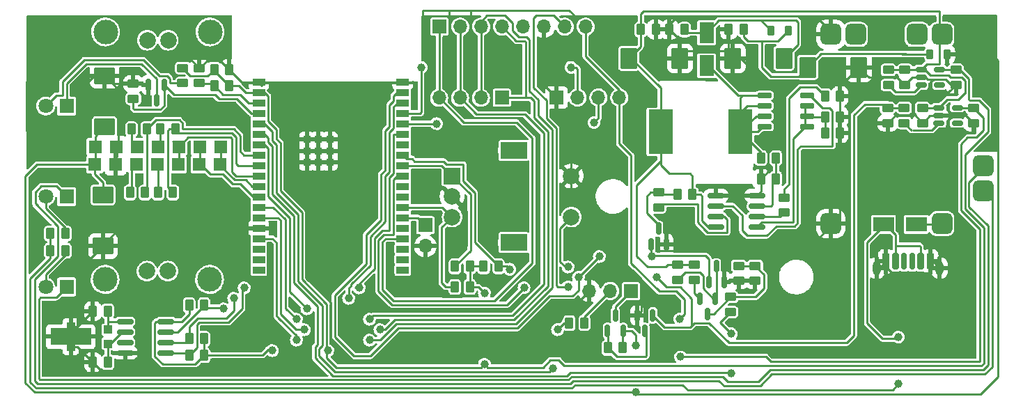
<source format=gbr>
%TF.GenerationSoftware,KiCad,Pcbnew,(6.0.4)*%
%TF.CreationDate,2022-12-19T16:37:55+01:00*%
%TF.ProjectId,kinderradio,6b696e64-6572-4726-9164-696f2e6b6963,rev?*%
%TF.SameCoordinates,Original*%
%TF.FileFunction,Copper,L1,Top*%
%TF.FilePolarity,Positive*%
%FSLAX46Y46*%
G04 Gerber Fmt 4.6, Leading zero omitted, Abs format (unit mm)*
G04 Created by KiCad (PCBNEW (6.0.4)) date 2022-12-19 16:37:55*
%MOMM*%
%LPD*%
G01*
G04 APERTURE LIST*
G04 Aperture macros list*
%AMRoundRect*
0 Rectangle with rounded corners*
0 $1 Rounding radius*
0 $2 $3 $4 $5 $6 $7 $8 $9 X,Y pos of 4 corners*
0 Add a 4 corners polygon primitive as box body*
4,1,4,$2,$3,$4,$5,$6,$7,$8,$9,$2,$3,0*
0 Add four circle primitives for the rounded corners*
1,1,$1+$1,$2,$3*
1,1,$1+$1,$4,$5*
1,1,$1+$1,$6,$7*
1,1,$1+$1,$8,$9*
0 Add four rect primitives between the rounded corners*
20,1,$1+$1,$2,$3,$4,$5,0*
20,1,$1+$1,$4,$5,$6,$7,0*
20,1,$1+$1,$6,$7,$8,$9,0*
20,1,$1+$1,$8,$9,$2,$3,0*%
G04 Aperture macros list end*
%TA.AperFunction,SMDPad,CuDef*%
%ADD10RoundRect,0.175000X-0.175000X-0.820000X0.175000X-0.820000X0.175000X0.820000X-0.175000X0.820000X0*%
%TD*%
%TA.AperFunction,SMDPad,CuDef*%
%ADD11RoundRect,0.200000X-0.200000X-0.795000X0.200000X-0.795000X0.200000X0.795000X-0.200000X0.795000X0*%
%TD*%
%TA.AperFunction,SMDPad,CuDef*%
%ADD12RoundRect,0.225000X-0.225000X-0.770000X0.225000X-0.770000X0.225000X0.770000X-0.225000X0.770000X0*%
%TD*%
%TA.AperFunction,ComponentPad*%
%ADD13O,1.000000X1.700000*%
%TD*%
%TA.AperFunction,SMDPad,CuDef*%
%ADD14RoundRect,0.250000X0.262500X0.450000X-0.262500X0.450000X-0.262500X-0.450000X0.262500X-0.450000X0*%
%TD*%
%TA.AperFunction,ComponentPad*%
%ADD15R,1.700000X1.700000*%
%TD*%
%TA.AperFunction,ComponentPad*%
%ADD16O,1.700000X1.700000*%
%TD*%
%TA.AperFunction,SMDPad,CuDef*%
%ADD17RoundRect,0.150000X0.150000X-0.587500X0.150000X0.587500X-0.150000X0.587500X-0.150000X-0.587500X0*%
%TD*%
%TA.AperFunction,SMDPad,CuDef*%
%ADD18RoundRect,0.250000X-0.262500X-0.450000X0.262500X-0.450000X0.262500X0.450000X-0.262500X0.450000X0*%
%TD*%
%TA.AperFunction,SMDPad,CuDef*%
%ADD19RoundRect,0.250000X-0.787500X-1.025000X0.787500X-1.025000X0.787500X1.025000X-0.787500X1.025000X0*%
%TD*%
%TA.AperFunction,SMDPad,CuDef*%
%ADD20RoundRect,0.150000X-0.150000X0.587500X-0.150000X-0.587500X0.150000X-0.587500X0.150000X0.587500X0*%
%TD*%
%TA.AperFunction,ComponentPad*%
%ADD21C,3.000000*%
%TD*%
%TA.AperFunction,ComponentPad*%
%ADD22R,1.600000X1.600000*%
%TD*%
%TA.AperFunction,ComponentPad*%
%ADD23C,2.000000*%
%TD*%
%TA.AperFunction,SMDPad,CuDef*%
%ADD24RoundRect,0.250000X0.787500X1.025000X-0.787500X1.025000X-0.787500X-1.025000X0.787500X-1.025000X0*%
%TD*%
%TA.AperFunction,SMDPad,CuDef*%
%ADD25RoundRect,0.250000X0.450000X-0.262500X0.450000X0.262500X-0.450000X0.262500X-0.450000X-0.262500X0*%
%TD*%
%TA.AperFunction,SMDPad,CuDef*%
%ADD26RoundRect,0.250000X1.025000X-0.787500X1.025000X0.787500X-1.025000X0.787500X-1.025000X-0.787500X0*%
%TD*%
%TA.AperFunction,SMDPad,CuDef*%
%ADD27RoundRect,0.250000X-0.450000X0.262500X-0.450000X-0.262500X0.450000X-0.262500X0.450000X0.262500X0*%
%TD*%
%TA.AperFunction,SMDPad,CuDef*%
%ADD28RoundRect,0.150000X0.725000X0.150000X-0.725000X0.150000X-0.725000X-0.150000X0.725000X-0.150000X0*%
%TD*%
%TA.AperFunction,SMDPad,CuDef*%
%ADD29R,2.500000X1.800000*%
%TD*%
%TA.AperFunction,SMDPad,CuDef*%
%ADD30RoundRect,0.218750X-0.218750X-0.381250X0.218750X-0.381250X0.218750X0.381250X-0.218750X0.381250X0*%
%TD*%
%TA.AperFunction,ComponentPad*%
%ADD31R,1.800000X1.800000*%
%TD*%
%TA.AperFunction,ComponentPad*%
%ADD32C,1.800000*%
%TD*%
%TA.AperFunction,SMDPad,CuDef*%
%ADD33R,1.500000X0.900000*%
%TD*%
%TA.AperFunction,SMDPad,CuDef*%
%ADD34R,0.900000X0.900000*%
%TD*%
%TA.AperFunction,SMDPad,CuDef*%
%ADD35RoundRect,0.150000X-0.825000X-0.150000X0.825000X-0.150000X0.825000X0.150000X-0.825000X0.150000X0*%
%TD*%
%TA.AperFunction,SMDPad,CuDef*%
%ADD36R,2.900000X5.400000*%
%TD*%
%TA.AperFunction,SMDPad,CuDef*%
%ADD37RoundRect,0.150000X-0.512500X-0.150000X0.512500X-0.150000X0.512500X0.150000X-0.512500X0.150000X0*%
%TD*%
%TA.AperFunction,SMDPad,CuDef*%
%ADD38RoundRect,0.250000X-1.025000X0.787500X-1.025000X-0.787500X1.025000X-0.787500X1.025000X0.787500X0*%
%TD*%
%TA.AperFunction,SMDPad,CuDef*%
%ADD39R,1.800000X2.500000*%
%TD*%
%TA.AperFunction,SMDPad,CuDef*%
%ADD40R,1.000000X1.000000*%
%TD*%
%TA.AperFunction,SMDPad,CuDef*%
%ADD41R,5.000000X2.000000*%
%TD*%
%TA.AperFunction,ComponentPad*%
%ADD42R,1.000000X1.000000*%
%TD*%
%TA.AperFunction,SMDPad,CuDef*%
%ADD43RoundRect,0.150000X0.825000X0.150000X-0.825000X0.150000X-0.825000X-0.150000X0.825000X-0.150000X0*%
%TD*%
%TA.AperFunction,ComponentPad*%
%ADD44R,2.000000X2.000000*%
%TD*%
%TA.AperFunction,ComponentPad*%
%ADD45R,3.200000X2.000000*%
%TD*%
%TA.AperFunction,ComponentPad*%
%ADD46RoundRect,0.635000X-0.635000X-0.635000X0.635000X-0.635000X0.635000X0.635000X-0.635000X0.635000X0*%
%TD*%
%TA.AperFunction,ViaPad*%
%ADD47C,1.000000*%
%TD*%
%TA.AperFunction,Conductor*%
%ADD48C,0.250000*%
%TD*%
G04 APERTURE END LIST*
D10*
%TO.P,J40,A5,CC*%
%TO.N,unconnected-(J40-PadA5)*%
X158700000Y-67900000D03*
D11*
%TO.P,J40,A9,VBUS*%
%TO.N,VBUS*%
X156680000Y-67900000D03*
D12*
%TO.P,J40,A12,GND*%
%TO.N,GND*%
X155480000Y-67900000D03*
D10*
%TO.P,J40,B5,VCONN*%
%TO.N,unconnected-(J40-PadB5)*%
X157700000Y-67900000D03*
D11*
%TO.P,J40,B9,VBUS*%
%TO.N,VBUS*%
X159720000Y-67900000D03*
D12*
%TO.P,J40,B12,GND*%
%TO.N,GND*%
X160920000Y-67900000D03*
D13*
%TO.P,J40,S1,SHIELD*%
X154380000Y-68700000D03*
%TO.P,J40,S2,SHIELD*%
X162020000Y-68700000D03*
%TD*%
D14*
%TO.P,C1,1*%
%TO.N,GND*%
X127512500Y-39700000D03*
%TO.P,C1,2*%
%TO.N,+BATT*%
X125687500Y-39700000D03*
%TD*%
D15*
%TO.P,J4,1,Pin_1*%
%TO.N,Net-(J4-Pad1)*%
X124500000Y-71500000D03*
D16*
%TO.P,J4,2,Pin_2*%
%TO.N,Net-(J4-Pad2)*%
X121960000Y-71500000D03*
%TO.P,J4,3,Pin_3*%
%TO.N,GND*%
X119420000Y-71500000D03*
%TD*%
D17*
%TO.P,Q3,1,G*%
%TO.N,Net-(Q3-Pad1)*%
X121650000Y-76337500D03*
%TO.P,Q3,2,S*%
%TO.N,+5V*%
X123550000Y-76337500D03*
%TO.P,Q3,3,D*%
%TO.N,Net-(J4-Pad1)*%
X122600000Y-74462500D03*
%TD*%
D18*
%TO.P,C31,1*%
%TO.N,GND*%
X59075000Y-80150000D03*
%TO.P,C31,2*%
%TO.N,Net-(C31-Pad2)*%
X60900000Y-80150000D03*
%TD*%
D14*
%TO.P,R7,1*%
%TO.N,GND*%
X149912500Y-47800000D03*
%TO.P,R7,2*%
%TO.N,Net-(C6-Pad1)*%
X148087500Y-47800000D03*
%TD*%
D19*
%TO.P,C7,1*%
%TO.N,Net-(C7-Pad1)*%
X145987500Y-44300000D03*
%TO.P,C7,2*%
%TO.N,GND*%
X152212500Y-44300000D03*
%TD*%
D18*
%TO.P,R91,1*%
%TO.N,/SDA*%
X70775000Y-79300000D03*
%TO.P,R91,2*%
%TO.N,+3V3*%
X72600000Y-79300000D03*
%TD*%
D15*
%TO.P,J1,1,Pin_1*%
%TO.N,GND*%
X115460000Y-47970000D03*
D16*
%TO.P,J1,2,Pin_2*%
%TO.N,/TX0*%
X118000000Y-47970000D03*
%TO.P,J1,3,Pin_3*%
%TO.N,/RX0*%
X120540000Y-47970000D03*
%TO.P,J1,4,Pin_4*%
%TO.N,+3.3VP*%
X123080000Y-47970000D03*
%TD*%
D18*
%TO.P,R90,1*%
%TO.N,/SCL*%
X70775000Y-77300000D03*
%TO.P,R90,2*%
%TO.N,+3V3*%
X72600000Y-77300000D03*
%TD*%
D14*
%TO.P,R11,1*%
%TO.N,/SD*%
X65612500Y-51817676D03*
%TO.P,R11,2*%
%TO.N,Net-(R11-Pad2)*%
X63787500Y-51817676D03*
%TD*%
%TO.P,R13,1*%
%TO.N,/SD*%
X65412500Y-59517676D03*
%TO.P,R13,2*%
%TO.N,Net-(R13-Pad2)*%
X63587500Y-59517676D03*
%TD*%
%TO.P,R41,1*%
%TO.N,Net-(D3-Pad2)*%
X55712500Y-66600000D03*
%TO.P,R41,2*%
%TO.N,VBUS*%
X53887500Y-66600000D03*
%TD*%
D20*
%TO.P,Q2,1,G*%
%TO.N,/EN*%
X127150000Y-74462500D03*
%TO.P,Q2,2,S*%
%TO.N,GND*%
X125250000Y-74462500D03*
%TO.P,Q2,3,D*%
%TO.N,Net-(Q3-Pad1)*%
X126200000Y-76337500D03*
%TD*%
D21*
%TO.P,U13,*%
%TO.N,*%
X73270000Y-70077676D03*
X60570000Y-70077676D03*
D22*
%TO.P,U13,1,LRC*%
%TO.N,/LRC*%
X74540000Y-56117676D03*
%TO.P,U13,2,BCLK*%
%TO.N,/BCLK*%
X72000000Y-56117676D03*
%TO.P,U13,3,DIN*%
%TO.N,/DIN*%
X69460000Y-56117676D03*
%TO.P,U13,4,GAIN*%
%TO.N,Net-(R12-Pad2)*%
X66920000Y-56117676D03*
%TO.P,U13,5,SD*%
%TO.N,Net-(R13-Pad2)*%
X64380000Y-56117676D03*
D23*
%TO.P,U13,6,OUTP*%
%TO.N,unconnected-(U13-Pad6)*%
X65650000Y-69077676D03*
%TO.P,U13,7,OUTN*%
%TO.N,unconnected-(U13-Pad7)*%
X68190000Y-69077676D03*
D22*
%TO.P,U13,8,VCC*%
%TO.N,+5V*%
X59300000Y-56117676D03*
%TO.P,U13,9,GND*%
%TO.N,GND*%
X61840000Y-56117676D03*
%TD*%
D17*
%TO.P,Q81,1,G*%
%TO.N,/EN*%
X133950000Y-70375000D03*
%TO.P,Q81,2,S*%
%TO.N,GND*%
X135850000Y-70375000D03*
%TO.P,Q81,3,D*%
%TO.N,Net-(Q80-Pad1)*%
X134900000Y-68500000D03*
%TD*%
D24*
%TO.P,C3,1*%
%TO.N,Net-(C3-Pad1)*%
X143112500Y-43200000D03*
%TO.P,C3,2*%
%TO.N,GND*%
X136887500Y-43200000D03*
%TD*%
D18*
%TO.P,R6,1*%
%TO.N,GND*%
X140292500Y-57870000D03*
%TO.P,R6,2*%
%TO.N,Net-(R5-Pad2)*%
X142117500Y-57870000D03*
%TD*%
D25*
%TO.P,C83,1*%
%TO.N,GND*%
X139600000Y-70250000D03*
%TO.P,C83,2*%
%TO.N,Net-(C83-Pad2)*%
X139600000Y-68425000D03*
%TD*%
D18*
%TO.P,R4,1*%
%TO.N,Net-(Q3-Pad1)*%
X121687500Y-78400000D03*
%TO.P,R4,2*%
%TO.N,+5V*%
X123512500Y-78400000D03*
%TD*%
D26*
%TO.P,C17,1*%
%TO.N,+5V*%
X60500000Y-51530176D03*
%TO.P,C17,2*%
%TO.N,GND*%
X60500000Y-45305176D03*
%TD*%
D18*
%TO.P,C30,1*%
%TO.N,GND*%
X59075000Y-73950000D03*
%TO.P,C30,2*%
%TO.N,Net-(C30-Pad2)*%
X60900000Y-73950000D03*
%TD*%
D25*
%TO.P,R55,1*%
%TO.N,Net-(R55-Pad1)*%
X157700000Y-51062500D03*
%TO.P,R55,2*%
%TO.N,/EN*%
X157700000Y-49237500D03*
%TD*%
D14*
%TO.P,R10,1*%
%TO.N,/GAIN*%
X69112500Y-51817676D03*
%TO.P,R10,2*%
%TO.N,Net-(R10-Pad2)*%
X67287500Y-51817676D03*
%TD*%
D18*
%TO.P,R3,1*%
%TO.N,Net-(C5-Pad1)*%
X148087500Y-52300000D03*
%TO.P,R3,2*%
%TO.N,GND*%
X149912500Y-52300000D03*
%TD*%
D27*
%TO.P,R82,1*%
%TO.N,Net-(C83-Pad2)*%
X136600000Y-72225000D03*
%TO.P,R82,2*%
%TO.N,/ADC*%
X136600000Y-74050000D03*
%TD*%
D14*
%TO.P,R92,1*%
%TO.N,/MFP*%
X72600000Y-73200000D03*
%TO.P,R92,2*%
%TO.N,+3V3*%
X70775000Y-73200000D03*
%TD*%
D19*
%TO.P,C2,1*%
%TO.N,+BATT*%
X124237500Y-43200000D03*
%TO.P,C2,2*%
%TO.N,GND*%
X130462500Y-43200000D03*
%TD*%
D28*
%TO.P,U2,1,S1*%
%TO.N,Net-(C5-Pad1)*%
X145884520Y-51520000D03*
%TO.P,U2,2,S2*%
X145884520Y-50250000D03*
%TO.P,U2,3,S3*%
X145884520Y-48980000D03*
%TO.P,U2,4,G*%
%TO.N,Net-(U1-Pad6)*%
X145884520Y-47710000D03*
%TO.P,U2,5,D5*%
%TO.N,Net-(D1-Pad2)*%
X140734520Y-47710000D03*
%TO.P,U2,6,D6*%
X140734520Y-48980000D03*
%TO.P,U2,7,D7*%
X140734520Y-50250000D03*
%TO.P,U2,8,D8*%
X140734520Y-51520000D03*
%TD*%
D29*
%TO.P,D40,1,K*%
%TO.N,Net-(D40-Pad1)*%
X159200000Y-63400000D03*
%TO.P,D40,2,A*%
%TO.N,VBUS*%
X155200000Y-63400000D03*
%TD*%
D30*
%TO.P,FB1,1*%
%TO.N,Net-(C3-Pad1)*%
X141537500Y-39800000D03*
%TO.P,FB1,2*%
%TO.N,Net-(C7-Pad1)*%
X143662500Y-39800000D03*
%TD*%
D31*
%TO.P,D2,1,K*%
%TO.N,Net-(D2-Pad1)*%
X55880000Y-60000000D03*
D32*
%TO.P,D2,2,A*%
%TO.N,Net-(D2-Pad2)*%
X53340000Y-60000000D03*
%TD*%
D17*
%TO.P,Q1,1,G*%
%TO.N,/EN*%
X126920000Y-65792500D03*
%TO.P,Q1,2,S*%
%TO.N,GND*%
X128820000Y-65792500D03*
%TO.P,Q1,3,D*%
%TO.N,Net-(Q1-Pad3)*%
X127870000Y-63917500D03*
%TD*%
D25*
%TO.P,R20,1*%
%TO.N,Net-(R20-Pad1)*%
X155800000Y-46437500D03*
%TO.P,R20,2*%
%TO.N,+BATT*%
X155800000Y-44612500D03*
%TD*%
D15*
%TO.P,J2,1,Pin_1*%
%TO.N,/JTAG_TDI*%
X108800000Y-48000000D03*
D16*
%TO.P,J2,2,Pin_2*%
%TO.N,/JTAG_TCLK*%
X106260000Y-48000000D03*
%TO.P,J2,3,Pin_3*%
%TO.N,/JTAG_TMS*%
X103720000Y-48000000D03*
%TO.P,J2,4,Pin_4*%
%TO.N,/JTAD_TDO*%
X101180000Y-48000000D03*
%TD*%
D18*
%TO.P,C5,1*%
%TO.N,Net-(C5-Pad1)*%
X148087500Y-50300000D03*
%TO.P,C5,2*%
%TO.N,GND*%
X149912500Y-50300000D03*
%TD*%
D25*
%TO.P,R98,1*%
%TO.N,Net-(D90-Pad2)*%
X70000000Y-46212500D03*
%TO.P,R98,2*%
%TO.N,+3V3*%
X70000000Y-44387500D03*
%TD*%
%TO.P,C55,1*%
%TO.N,GND*%
X159937500Y-51062500D03*
%TO.P,C55,2*%
%TO.N,+BATT*%
X159937500Y-49237500D03*
%TD*%
D18*
%TO.P,R2,1*%
%TO.N,Net-(Q1-Pad3)*%
X130132500Y-59775000D03*
%TO.P,R2,2*%
%TO.N,+BATT*%
X131957500Y-59775000D03*
%TD*%
D33*
%TO.P,U3,1,GND*%
%TO.N,GND*%
X79250000Y-46070000D03*
%TO.P,U3,2,3V3*%
%TO.N,+3V3*%
X79250000Y-47340000D03*
%TO.P,U3,3,EN*%
%TO.N,Net-(C91-Pad1)*%
X79250000Y-48610000D03*
%TO.P,U3,4,SENSOR_VP*%
%TO.N,/LED*%
X79250000Y-49880000D03*
%TO.P,U3,5,SENSOR_VN*%
%TO.N,/LED_DQ*%
X79250000Y-51150000D03*
%TO.P,U3,6,IO34*%
%TO.N,/ADC*%
X79250000Y-52420000D03*
%TO.P,U3,7,IO35*%
%TO.N,/MFP*%
X79250000Y-53690000D03*
%TO.P,U3,8,IO32*%
%TO.N,/SD*%
X79250000Y-54960000D03*
%TO.P,U3,9,IO33*%
%TO.N,/GAIN*%
X79250000Y-56230000D03*
%TO.P,U3,10,IO25*%
%TO.N,/DIN*%
X79250000Y-57500000D03*
%TO.P,U3,11,IO26*%
%TO.N,/LRC*%
X79250000Y-58770000D03*
%TO.P,U3,12,IO27*%
%TO.N,/BCLK*%
X79250000Y-60040000D03*
%TO.P,U3,13,IO14*%
%TO.N,/JTAG_TMS*%
X79250000Y-61310000D03*
%TO.P,U3,14,IO12*%
%TO.N,/JTAG_TDI*%
X79250000Y-62580000D03*
%TO.P,U3,15,GND*%
%TO.N,GND*%
X79250000Y-63850000D03*
%TO.P,U3,16,IO13*%
%TO.N,/JTAG_TCLK*%
X79250000Y-65120000D03*
%TO.P,U3,17,NC*%
%TO.N,unconnected-(U3-Pad17)*%
X79250000Y-66390000D03*
%TO.P,U3,18,NC*%
%TO.N,unconnected-(U3-Pad18)*%
X79250000Y-67660000D03*
%TO.P,U3,19,NC*%
%TO.N,unconnected-(U3-Pad19)*%
X79250000Y-68930000D03*
%TO.P,U3,20,NC*%
%TO.N,unconnected-(U3-Pad20)*%
X96750000Y-68930000D03*
%TO.P,U3,21,NC*%
%TO.N,unconnected-(U3-Pad21)*%
X96750000Y-67660000D03*
%TO.P,U3,22,NC*%
%TO.N,unconnected-(U3-Pad22)*%
X96750000Y-66390000D03*
%TO.P,U3,23,IO15*%
%TO.N,/JTAD_TDO*%
X96750000Y-65120000D03*
%TO.P,U3,24,IO2*%
%TO.N,unconnected-(U3-Pad24)*%
X96750000Y-63850000D03*
%TO.P,U3,25,IO0*%
%TO.N,/BOOT_MODE*%
X96750000Y-62580000D03*
%TO.P,U3,26,IO4*%
%TO.N,/KY040-DT*%
X96750000Y-61310000D03*
%TO.P,U3,27,NC*%
%TO.N,unconnected-(U3-Pad27)*%
X96750000Y-60040000D03*
%TO.P,U3,28,NC*%
%TO.N,unconnected-(U3-Pad28)*%
X96750000Y-58770000D03*
%TO.P,U3,29,IO5*%
%TO.N,/RFID_reset*%
X96750000Y-57500000D03*
%TO.P,U3,30,IO18*%
%TO.N,/KY040-CLK*%
X96750000Y-56230000D03*
%TO.P,U3,31,IO19*%
%TO.N,/KY040-SW*%
X96750000Y-54960000D03*
%TO.P,U3,32,NC*%
%TO.N,unconnected-(U3-Pad32)*%
X96750000Y-53690000D03*
%TO.P,U3,33,IO21*%
%TO.N,/SDA*%
X96750000Y-52420000D03*
%TO.P,U3,34,RXD0*%
%TO.N,/RX0*%
X96750000Y-51150000D03*
%TO.P,U3,35,TXD0*%
%TO.N,/TX0*%
X96750000Y-49880000D03*
%TO.P,U3,36,IO22*%
%TO.N,/SCL*%
X96750000Y-48610000D03*
%TO.P,U3,37,IO23*%
%TO.N,/EN*%
X96750000Y-47340000D03*
%TO.P,U3,38,GND*%
%TO.N,GND*%
X96750000Y-46070000D03*
D34*
%TO.P,U3,39,EP*%
X87900000Y-54480000D03*
X87900000Y-53080000D03*
X87900000Y-55880000D03*
X85100000Y-53080000D03*
X86500000Y-55880000D03*
X86500000Y-54480000D03*
X86500000Y-53080000D03*
X85100000Y-55880000D03*
X85100000Y-54480000D03*
%TD*%
D35*
%TO.P,U30,1,X1*%
%TO.N,Net-(C30-Pad2)*%
X63012500Y-75195000D03*
%TO.P,U30,2,X2*%
%TO.N,Net-(C31-Pad2)*%
X63012500Y-76465000D03*
%TO.P,U30,3,VBAT*%
%TO.N,unconnected-(U30-Pad3)*%
X63012500Y-77735000D03*
%TO.P,U30,4,VSS*%
%TO.N,GND*%
X63012500Y-79005000D03*
%TO.P,U30,5,SDA*%
%TO.N,/SDA*%
X67962500Y-79005000D03*
%TO.P,U30,6,SCL*%
%TO.N,/SCL*%
X67962500Y-77735000D03*
%TO.P,U30,7,MFP*%
%TO.N,/MFP*%
X67962500Y-76465000D03*
%TO.P,U30,8,VCC*%
%TO.N,+3V3*%
X67962500Y-75195000D03*
%TD*%
D36*
%TO.P,L1,1,1*%
%TO.N,+BATT*%
X128100000Y-52155000D03*
%TO.P,L1,2,2*%
%TO.N,Net-(D1-Pad2)*%
X137800000Y-52155000D03*
%TD*%
D18*
%TO.P,R5,1*%
%TO.N,Net-(D1-Pad2)*%
X140292500Y-55330000D03*
%TO.P,R5,2*%
%TO.N,Net-(R5-Pad2)*%
X142117500Y-55330000D03*
%TD*%
D25*
%TO.P,R93,1*%
%TO.N,/LED*%
X64000000Y-48112500D03*
%TO.P,R93,2*%
%TO.N,GND*%
X64000000Y-46287500D03*
%TD*%
D37*
%TO.P,U55,1,VIN*%
%TO.N,+BATT*%
X161900000Y-49200000D03*
%TO.P,U55,2,GND*%
%TO.N,GND*%
X161900000Y-50150000D03*
%TO.P,U55,3,STB*%
%TO.N,Net-(R55-Pad1)*%
X161900000Y-51100000D03*
%TO.P,U55,4,N.C.*%
%TO.N,unconnected-(U55-Pad4)*%
X164175000Y-51100000D03*
%TO.P,U55,5,OUT*%
%TO.N,+3.3VP*%
X164175000Y-49200000D03*
%TD*%
D27*
%TO.P,R94,1*%
%TO.N,/EN*%
X155700000Y-49237500D03*
%TO.P,R94,2*%
%TO.N,GND*%
X155700000Y-51062500D03*
%TD*%
D18*
%TO.P,R96,1*%
%TO.N,/KY040-DT*%
X103087500Y-71000000D03*
%TO.P,R96,2*%
%TO.N,+3V3*%
X104912500Y-71000000D03*
%TD*%
%TO.P,C90,1*%
%TO.N,+3V3*%
X73825000Y-44550000D03*
%TO.P,C90,2*%
%TO.N,GND*%
X75650000Y-44550000D03*
%TD*%
D25*
%TO.P,R1,1*%
%TO.N,Net-(R1-Pad1)*%
X127870000Y-61322500D03*
%TO.P,R1,2*%
%TO.N,Net-(Q1-Pad3)*%
X127870000Y-59497500D03*
%TD*%
D18*
%TO.P,C4,1*%
%TO.N,GND*%
X129187500Y-39700000D03*
%TO.P,C4,2*%
%TO.N,Net-(C3-Pad1)*%
X131012500Y-39700000D03*
%TD*%
D38*
%TO.P,C16,1*%
%TO.N,+5V*%
X60300000Y-59817676D03*
%TO.P,C16,2*%
%TO.N,GND*%
X60300000Y-66042676D03*
%TD*%
D39*
%TO.P,D1,1,K*%
%TO.N,Net-(C3-Pad1)*%
X133700000Y-40100000D03*
%TO.P,D1,2,A*%
%TO.N,Net-(D1-Pad2)*%
X133700000Y-44100000D03*
%TD*%
D30*
%TO.P,FB2,1*%
%TO.N,Net-(C7-Pad1)*%
X160837500Y-42700000D03*
%TO.P,FB2,2*%
%TO.N,+5V*%
X162962500Y-42700000D03*
%TD*%
D31*
%TO.P,D90,1,K*%
%TO.N,Net-(D90-Pad1)*%
X55880000Y-49000000D03*
D32*
%TO.P,D90,2,A*%
%TO.N,Net-(D90-Pad2)*%
X53340000Y-49000000D03*
%TD*%
D27*
%TO.P,C6,1*%
%TO.N,Net-(C6-Pad1)*%
X143110000Y-60132500D03*
%TO.P,C6,2*%
%TO.N,Net-(C6-Pad2)*%
X143110000Y-61957500D03*
%TD*%
%TO.P,R81,1*%
%TO.N,+BATT*%
X130200000Y-68325000D03*
%TO.P,R81,2*%
%TO.N,Net-(Q80-Pad1)*%
X130200000Y-70150000D03*
%TD*%
%TO.P,R80,1*%
%TO.N,+BATT*%
X132200000Y-68325000D03*
%TO.P,R80,2*%
%TO.N,Net-(Q80-Pad2)*%
X132200000Y-70150000D03*
%TD*%
D20*
%TO.P,Q80,1,G*%
%TO.N,Net-(Q80-Pad1)*%
X134750000Y-72400000D03*
%TO.P,Q80,2,S*%
%TO.N,Net-(Q80-Pad2)*%
X132850000Y-72400000D03*
%TO.P,Q80,3,D*%
%TO.N,Net-(C83-Pad2)*%
X133800000Y-74275000D03*
%TD*%
D14*
%TO.P,R95,1*%
%TO.N,/KY040-SW*%
X108412500Y-68500000D03*
%TO.P,R95,2*%
%TO.N,+3V3*%
X106587500Y-68500000D03*
%TD*%
D40*
%TO.P,Y1,1,1*%
%TO.N,Net-(C30-Pad2)*%
X60887500Y-76200000D03*
%TO.P,Y1,2,2*%
%TO.N,Net-(C31-Pad2)*%
X60887500Y-77900000D03*
D41*
%TO.P,Y1,3,3*%
%TO.N,GND*%
X56387500Y-77050000D03*
D42*
X56387500Y-78300000D03*
X56387500Y-75800000D03*
%TD*%
D14*
%TO.P,R12,1*%
%TO.N,/GAIN*%
X68812500Y-59517676D03*
%TO.P,R12,2*%
%TO.N,Net-(R12-Pad2)*%
X66987500Y-59517676D03*
%TD*%
D25*
%TO.P,C91,1*%
%TO.N,Net-(C91-Pad1)*%
X72037500Y-46212500D03*
%TO.P,C91,2*%
%TO.N,GND*%
X72037500Y-44387500D03*
%TD*%
D18*
%TO.P,C8,1*%
%TO.N,GND*%
X136387500Y-39700000D03*
%TO.P,C8,2*%
%TO.N,Net-(C7-Pad1)*%
X138212500Y-39700000D03*
%TD*%
D25*
%TO.P,C20,1*%
%TO.N,GND*%
X157800000Y-46425000D03*
%TO.P,C20,2*%
%TO.N,+BATT*%
X157800000Y-44600000D03*
%TD*%
D18*
%TO.P,R0,1*%
%TO.N,/LED_DQ*%
X117000000Y-75400000D03*
%TO.P,R0,2*%
%TO.N,Net-(J4-Pad2)*%
X118825000Y-75400000D03*
%TD*%
D43*
%TO.P,U1,1,ISEN*%
%TO.N,Net-(C5-Pad1)*%
X139805000Y-63700000D03*
%TO.P,U1,2,COMP*%
%TO.N,Net-(C6-Pad2)*%
X139805000Y-62430000D03*
%TO.P,U1,3,FB*%
%TO.N,Net-(R5-Pad2)*%
X139805000Y-61160000D03*
%TO.P,U1,4,AGND*%
%TO.N,GND*%
X139805000Y-59890000D03*
%TO.P,U1,5,PGND*%
X134855000Y-59890000D03*
%TO.P,U1,6,DR*%
%TO.N,Net-(U1-Pad6)*%
X134855000Y-61160000D03*
%TO.P,U1,7,FS/SD*%
%TO.N,Net-(R1-Pad1)*%
X134855000Y-62430000D03*
%TO.P,U1,8,VIN*%
%TO.N,+BATT*%
X134855000Y-63700000D03*
%TD*%
D27*
%TO.P,R83,1*%
%TO.N,Net-(C83-Pad2)*%
X137600000Y-68425000D03*
%TO.P,R83,2*%
%TO.N,GND*%
X137600000Y-70250000D03*
%TD*%
D44*
%TO.P,SW1,A,A*%
%TO.N,/KY040-CLK*%
X102750000Y-57500000D03*
D23*
%TO.P,SW1,B,B*%
%TO.N,/KY040-DT*%
X102750000Y-62500000D03*
%TO.P,SW1,C,C*%
%TO.N,GND*%
X102750000Y-60000000D03*
D45*
%TO.P,SW1,MP*%
%TO.N,N/C*%
X110250000Y-54400000D03*
X110250000Y-65600000D03*
D23*
%TO.P,SW1,S1,S1*%
%TO.N,/KY040-SW*%
X117250000Y-62500000D03*
%TO.P,SW1,S2,S2*%
%TO.N,GND*%
X117250000Y-57500000D03*
%TD*%
D37*
%TO.P,U20,1,VIN*%
%TO.N,+BATT*%
X159762500Y-44562500D03*
%TO.P,U20,2,GND*%
%TO.N,GND*%
X159762500Y-45512500D03*
%TO.P,U20,3,STB*%
%TO.N,Net-(R20-Pad1)*%
X159762500Y-46462500D03*
%TO.P,U20,4,N.C.*%
%TO.N,unconnected-(U20-Pad4)*%
X162037500Y-46462500D03*
%TO.P,U20,5,OUT*%
%TO.N,+3V3*%
X162037500Y-44562500D03*
%TD*%
D14*
%TO.P,R99,1*%
%TO.N,+3V3*%
X75650000Y-46550000D03*
%TO.P,R99,2*%
%TO.N,Net-(C91-Pad1)*%
X73825000Y-46550000D03*
%TD*%
D25*
%TO.P,C51,1*%
%TO.N,GND*%
X166137500Y-51062500D03*
%TO.P,C51,2*%
%TO.N,+3.3VP*%
X166137500Y-49237500D03*
%TD*%
D20*
%TO.P,Q90,1,G*%
%TO.N,/LED*%
X67750000Y-46462500D03*
%TO.P,Q90,2,S*%
%TO.N,GND*%
X65850000Y-46462500D03*
%TO.P,Q90,3,D*%
%TO.N,Net-(D90-Pad1)*%
X66800000Y-48337500D03*
%TD*%
D18*
%TO.P,R97,1*%
%TO.N,/KY040-CLK*%
X103087500Y-68500000D03*
%TO.P,R97,2*%
%TO.N,+3V3*%
X104912500Y-68500000D03*
%TD*%
D25*
%TO.P,C21,1*%
%TO.N,GND*%
X164000000Y-46425000D03*
%TO.P,C21,2*%
%TO.N,+3V3*%
X164000000Y-44600000D03*
%TD*%
D31*
%TO.P,D3,1,K*%
%TO.N,Net-(D3-Pad1)*%
X55880000Y-71000000D03*
D32*
%TO.P,D3,2,A*%
%TO.N,Net-(D3-Pad2)*%
X53340000Y-71000000D03*
%TD*%
D14*
%TO.P,R40,1*%
%TO.N,Net-(D2-Pad2)*%
X55712500Y-64500000D03*
%TO.P,R40,2*%
%TO.N,VBUS*%
X53887500Y-64500000D03*
%TD*%
D15*
%TO.P,J3,1,Pin_1*%
%TO.N,/BOOT_MODE*%
X99500000Y-63500000D03*
D16*
%TO.P,J3,2,Pin_2*%
%TO.N,GND*%
X99500000Y-66040000D03*
%TD*%
D15*
%TO.P,J55,1,Pin_1*%
%TO.N,/JTAD_TDO*%
X101200000Y-39360000D03*
D16*
%TO.P,J55,2,Pin_2*%
%TO.N,/JTAG_TMS*%
X103740000Y-39360000D03*
%TO.P,J55,3,Pin_3*%
%TO.N,/JTAG_TCLK*%
X106280000Y-39360000D03*
%TO.P,J55,4,Pin_4*%
%TO.N,/JTAG_TDI*%
X108820000Y-39360000D03*
%TO.P,J55,5,Pin_5*%
%TO.N,unconnected-(J55-Pad5)*%
X111360000Y-39360000D03*
%TO.P,J55,6,Pin_6*%
%TO.N,GND*%
X113900000Y-39360000D03*
%TO.P,J55,7,Pin_7*%
%TO.N,/RFID_reset*%
X116440000Y-39360000D03*
%TO.P,J55,8,Pin_8*%
%TO.N,+3.3VP*%
X118980000Y-39360000D03*
%TD*%
D46*
%TO.P,U40,1,IN-*%
%TO.N,GND*%
X148800000Y-63300000D03*
%TO.P,U40,2,OUT-*%
X148800000Y-40300000D03*
%TO.P,U40,3,BAT-*%
%TO.N,unconnected-(U40-Pad3)*%
X151800000Y-40300000D03*
%TO.P,U40,4,BAT+*%
%TO.N,unconnected-(U40-Pad4)*%
X159300000Y-40300000D03*
%TO.P,U40,5,OUT+*%
%TO.N,+BATT*%
X162300000Y-40300000D03*
%TO.P,U40,6,IN+*%
%TO.N,Net-(D40-Pad1)*%
X162300000Y-63300000D03*
%TO.P,U40,7,LED1*%
%TO.N,Net-(D2-Pad1)*%
X167300000Y-59300000D03*
%TO.P,U40,8,LED2*%
%TO.N,Net-(D3-Pad1)*%
X167300000Y-56300000D03*
%TD*%
D21*
%TO.P,U12,*%
%TO.N,*%
X60619399Y-40000000D03*
X73319399Y-40000000D03*
D22*
%TO.P,U12,1,LRC*%
%TO.N,/LRC*%
X74589399Y-53960000D03*
%TO.P,U12,2,BCLK*%
%TO.N,/BCLK*%
X72049399Y-53960000D03*
%TO.P,U12,3,DIN*%
%TO.N,/DIN*%
X69509399Y-53960000D03*
%TO.P,U12,4,GAIN*%
%TO.N,Net-(R10-Pad2)*%
X66969399Y-53960000D03*
%TO.P,U12,5,SD*%
%TO.N,Net-(R11-Pad2)*%
X64429399Y-53960000D03*
D23*
%TO.P,U12,6,OUTP*%
%TO.N,unconnected-(U12-Pad6)*%
X65699399Y-41000000D03*
%TO.P,U12,7,OUTN*%
%TO.N,unconnected-(U12-Pad7)*%
X68239399Y-41000000D03*
D22*
%TO.P,U12,8,VCC*%
%TO.N,+5V*%
X59349399Y-53960000D03*
%TO.P,U12,9,GND*%
%TO.N,GND*%
X61889399Y-53960000D03*
%TD*%
D47*
%TO.N,+5V*%
X125095000Y-83800000D03*
X125095000Y-78105000D03*
%TO.N,/LED_DQ*%
X115000000Y-80900000D03*
X115570000Y-76200000D03*
%TO.N,GND*%
X99695000Y-78600000D03*
X99695000Y-71755000D03*
%TO.N,+3V3*%
X87630000Y-78740000D03*
X106680000Y-71755000D03*
X80900000Y-78740000D03*
X106680000Y-80400000D03*
%TO.N,VBUS*%
X157000000Y-82800000D03*
X157000000Y-77100000D03*
%TO.N,/TX0*%
X99000000Y-44300000D03*
X117200000Y-44300000D03*
%TO.N,/RX0*%
X120000000Y-51000000D03*
X100850000Y-51150000D03*
%TO.N,/EN*%
X120650000Y-67310000D03*
X127635000Y-69850000D03*
X118110000Y-69850000D03*
X127000000Y-67310000D03*
%TO.N,/ADC*%
X136700000Y-76700000D03*
X136700000Y-81500000D03*
%TO.N,/SCL*%
X90170000Y-72390000D03*
X76200000Y-72390000D03*
%TO.N,/SDA*%
X77470000Y-71120000D03*
X91440000Y-71120000D03*
%TO.N,/MFP*%
X75000000Y-73660000D03*
X85090000Y-73660000D03*
%TO.N,/KY040-SW*%
X109750000Y-68850000D03*
X116840000Y-68580000D03*
%TO.N,/JTAG_TMS*%
X83820000Y-74930000D03*
X92710000Y-74930000D03*
%TO.N,/JTAG_TDI*%
X93980000Y-76200000D03*
X84800000Y-76200000D03*
%TO.N,/JTAG_TCLK*%
X83820000Y-77470000D03*
X92710000Y-77470000D03*
%TO.N,+3.3VP*%
X130429000Y-74900000D03*
X130529000Y-79500000D03*
%TO.N,/RFID_reset*%
X111500000Y-71100000D03*
X116840000Y-71000000D03*
%TD*%
D48*
%TO.N,VBUS*%
X131399518Y-83499518D02*
X138799518Y-83499518D01*
X130800000Y-82900000D02*
X131399518Y-83499518D01*
X117314295Y-83298559D02*
X117712856Y-82900000D01*
X52185705Y-83298560D02*
X117314295Y-83298559D01*
X51446306Y-69947266D02*
X51446306Y-82559162D01*
X117712856Y-82900000D02*
X130800000Y-82900000D01*
X53887500Y-67506072D02*
X51446306Y-69947266D01*
X53887500Y-64500000D02*
X53887500Y-67506072D01*
X51446306Y-82559162D02*
X52185705Y-83298560D01*
%TO.N,Net-(D2-Pad1)*%
X168400000Y-80720722D02*
X168400000Y-60105000D01*
X167522162Y-81598560D02*
X168400000Y-80720722D01*
X141607867Y-81598560D02*
X167522162Y-81598560D01*
X140206907Y-82999520D02*
X141607867Y-81598560D01*
X135800000Y-82999520D02*
X140206907Y-82999520D01*
X168400000Y-60105000D02*
X167595000Y-59300000D01*
X135200000Y-82399520D02*
X135800000Y-82999520D01*
X117506908Y-82399520D02*
X135200000Y-82399520D01*
X117107387Y-82799040D02*
X117506908Y-82399520D01*
X52000000Y-82406428D02*
X52392612Y-82799040D01*
X54800000Y-67300000D02*
X52000000Y-70099999D01*
X52065489Y-60865489D02*
X54800000Y-63600000D01*
X54800000Y-63600000D02*
X54800000Y-67300000D01*
X52065489Y-59472079D02*
X52065489Y-60865489D01*
X52392612Y-82799040D02*
X117107387Y-82799040D01*
X54605489Y-58725489D02*
X52812079Y-58725489D01*
X52000000Y-70099999D02*
X52000000Y-82406428D01*
X55880000Y-60000000D02*
X54605489Y-58725489D01*
X52812079Y-58725489D02*
X52065489Y-59472079D01*
%TO.N,Net-(D3-Pad2)*%
X53340000Y-69466427D02*
X53340000Y-71000000D01*
X55712500Y-67093927D02*
X53340000Y-69466427D01*
X55712500Y-66600000D02*
X55712500Y-67093927D01*
%TO.N,Net-(D2-Pad2)*%
X55712500Y-63806072D02*
X55712500Y-64500000D01*
X53340000Y-61433572D02*
X55712500Y-63806072D01*
X53340000Y-60000000D02*
X53340000Y-61433572D01*
%TO.N,/ADC*%
X135325000Y-75325000D02*
X136700000Y-76700000D01*
X136600000Y-74050000D02*
X135325000Y-75325000D01*
%TO.N,/EN*%
X151600000Y-50100000D02*
X152912020Y-48787980D01*
X150700000Y-77800000D02*
X151600000Y-76900000D01*
X136400000Y-77800000D02*
X150700000Y-77800000D01*
X151600000Y-76900000D02*
X151600000Y-50100000D01*
X134000000Y-75400000D02*
X136400000Y-77800000D01*
X132200000Y-75400000D02*
X134000000Y-75400000D01*
X152912020Y-48787980D02*
X155700000Y-48787980D01*
X131900000Y-75700000D02*
X132200000Y-75400000D01*
X131900000Y-72400000D02*
X131900000Y-75700000D01*
X128822020Y-71037020D02*
X130537020Y-71037020D01*
X130537020Y-71037020D02*
X131900000Y-72400000D01*
X127635000Y-69850000D02*
X128822020Y-71037020D01*
X131700000Y-75900000D02*
X132200000Y-75400000D01*
X127150000Y-74462500D02*
X128587500Y-75900000D01*
X128587500Y-75900000D02*
X131700000Y-75900000D01*
%TO.N,/RFID_reset*%
X96070978Y-57500000D02*
X96750000Y-57500000D01*
X95625489Y-64620480D02*
X95625489Y-57945489D01*
X95625489Y-57945489D02*
X96070978Y-57500000D01*
X94473092Y-64620480D02*
X95625489Y-64620480D01*
X93800481Y-65293091D02*
X94473092Y-64620480D01*
X95454051Y-73160479D02*
X93800481Y-71506909D01*
X93800481Y-71506909D02*
X93800481Y-65293091D01*
X109439521Y-73160479D02*
X95454051Y-73160479D01*
X111500000Y-71100000D02*
X109439521Y-73160479D01*
%TO.N,/GAIN*%
X68200000Y-58905176D02*
X68812500Y-59517676D01*
X68200000Y-52000000D02*
X68200000Y-58905176D01*
X68382324Y-51817676D02*
X68200000Y-52000000D01*
X69112500Y-51817676D02*
X68382324Y-51817676D01*
%TO.N,/EN*%
X96070978Y-47340000D02*
X96750000Y-47340000D01*
X95625489Y-47785489D02*
X96070978Y-47340000D01*
X95625489Y-48379736D02*
X95625489Y-47785489D01*
X95125970Y-48879255D02*
X95625489Y-48379736D01*
X95125969Y-51506666D02*
X95125970Y-48879255D01*
X94626450Y-52006184D02*
X95125969Y-51506666D01*
X94626449Y-56825245D02*
X94626450Y-52006184D01*
X94126932Y-57324762D02*
X94626449Y-56825245D01*
X94126929Y-62847360D02*
X94126932Y-57324762D01*
X92301922Y-64672367D02*
X94126929Y-62847360D01*
X92301920Y-68191652D02*
X92301922Y-64672367D01*
X88500000Y-71993572D02*
X92301920Y-68191652D01*
X110719284Y-76000000D02*
X96206428Y-76000000D01*
X114619284Y-72100000D02*
X110719284Y-76000000D01*
X90830960Y-79400960D02*
X88500000Y-77070000D01*
X117400000Y-72100000D02*
X114619284Y-72100000D01*
X118110000Y-71390000D02*
X117400000Y-72100000D01*
X88500000Y-77070000D02*
X88500000Y-71993572D01*
X96206428Y-76000000D02*
X92805468Y-79400960D01*
X92805468Y-79400960D02*
X90830960Y-79400960D01*
X118110000Y-69850000D02*
X118110000Y-71390000D01*
%TO.N,/SCL*%
X96101653Y-48610000D02*
X96750000Y-48610000D01*
X95625489Y-49086164D02*
X96101653Y-48610000D01*
X95625489Y-51713573D02*
X95625489Y-49086164D01*
X95125969Y-52213093D02*
X95625489Y-51713573D01*
X95125969Y-57032153D02*
X95125969Y-52213093D01*
X94626451Y-57531671D02*
X95125969Y-57032153D01*
X92801441Y-64879276D02*
X94626449Y-63054268D01*
X94626449Y-63054268D02*
X94626451Y-57531671D01*
X90500480Y-70699520D02*
X92801440Y-68398560D01*
X90500480Y-70799520D02*
X90500480Y-70699520D01*
X90170000Y-72390000D02*
X90170000Y-71130000D01*
X90170000Y-71130000D02*
X90500480Y-70799520D01*
X92801440Y-68398560D02*
X92801441Y-64879276D01*
%TO.N,/KY040-SW*%
X105499520Y-65587020D02*
X108412500Y-68500000D01*
X105499520Y-59543093D02*
X105499520Y-65587020D01*
X104124511Y-56125489D02*
X104124511Y-58168083D01*
X98199503Y-55730481D02*
X101686909Y-55730481D01*
X102081916Y-56125489D02*
X104124511Y-56125489D01*
X104124511Y-58168083D02*
X105499520Y-59543093D01*
X101686909Y-55730481D02*
X102081916Y-56125489D01*
X97874511Y-55405489D02*
X98199503Y-55730481D01*
X97195489Y-55405489D02*
X97874511Y-55405489D01*
X96750000Y-54960000D02*
X97195489Y-55405489D01*
%TO.N,/EN*%
X120650000Y-67310000D02*
X118110000Y-69850000D01*
%TO.N,Net-(R1-Pad1)*%
X135832113Y-62430000D02*
X134855000Y-62430000D01*
X136204520Y-62802407D02*
X135832113Y-62430000D01*
X133505480Y-64067263D02*
X133812737Y-64374520D01*
X133812737Y-64374520D02*
X136204520Y-64374520D01*
X133505480Y-64034021D02*
X133505480Y-64067263D01*
X132630961Y-60900000D02*
X132630961Y-63159502D01*
X128292500Y-60900000D02*
X132630961Y-60900000D01*
X136204520Y-64374520D02*
X136204520Y-62802407D01*
X127870000Y-61322500D02*
X128292500Y-60900000D01*
X132630961Y-63159502D02*
X133505480Y-64034021D01*
%TO.N,Net-(U1-Pad6)*%
X136875000Y-61160000D02*
X134855000Y-61160000D01*
X138030000Y-62315000D02*
X136875000Y-61160000D01*
X138030000Y-64172113D02*
X138030000Y-62315000D01*
X144395947Y-63599520D02*
X142152593Y-63599520D01*
X144744040Y-54255960D02*
X144744039Y-63251429D01*
X142152593Y-63599520D02*
X141002593Y-64749520D01*
X141002593Y-64749520D02*
X138607407Y-64749520D01*
X145125480Y-53874520D02*
X144744040Y-54255960D01*
X138607407Y-64749520D02*
X138030000Y-64172113D01*
X149000000Y-53874520D02*
X145125480Y-53874520D01*
X144744039Y-63251429D02*
X144395947Y-63599520D01*
%TO.N,Net-(C5-Pad1)*%
X144244520Y-52960480D02*
X145685000Y-51520000D01*
X144189040Y-63100000D02*
X144244520Y-63044520D01*
X140847263Y-63104520D02*
X140851783Y-63100000D01*
X139805000Y-63700000D02*
X140400480Y-63104520D01*
X140400480Y-63104520D02*
X140847263Y-63104520D01*
X140851783Y-63100000D02*
X144189040Y-63100000D01*
X144244520Y-63044520D02*
X144244520Y-52960480D01*
%TO.N,/JTAG_TDI*%
X112293572Y-48000000D02*
X108800000Y-48000000D01*
X112700480Y-48406908D02*
X112293572Y-48000000D01*
X112700480Y-50406907D02*
X112700480Y-48406908D01*
X114400479Y-70905949D02*
X114400479Y-52106908D01*
X114400479Y-52106908D02*
X112700480Y-50406907D01*
X110305468Y-75000960D02*
X114400479Y-70905949D01*
X95792614Y-75000960D02*
X110305468Y-75000960D01*
X93980000Y-76200000D02*
X94593572Y-76200000D01*
X94593572Y-76200000D02*
X95792614Y-75000960D01*
X111569324Y-41084031D02*
X110544031Y-41084031D01*
X110544031Y-41084031D02*
X108820000Y-39360000D01*
X111676449Y-41191156D02*
X111569324Y-41084031D01*
X111676449Y-48000000D02*
X111676449Y-41191156D01*
X108800000Y-48000000D02*
X111676449Y-48000000D01*
%TO.N,/JTAG_TCLK*%
X106280000Y-38720000D02*
X106280000Y-39360000D01*
X109191721Y-38000000D02*
X107000000Y-38000000D01*
X110135489Y-38943768D02*
X109191721Y-38000000D01*
X110135489Y-39867210D02*
X110135489Y-38943768D01*
X110852790Y-40584511D02*
X110135489Y-39867210D01*
X107000000Y-38000000D02*
X106280000Y-38720000D01*
X111776232Y-40584511D02*
X110852790Y-40584511D01*
X112175969Y-40984248D02*
X111776232Y-40584511D01*
X112175969Y-47175969D02*
X112175969Y-40984248D01*
X113200000Y-48200000D02*
X112175969Y-47175969D01*
X113200000Y-50200000D02*
X113200000Y-48200000D01*
X114899998Y-71112858D02*
X114900000Y-51900001D01*
X95999521Y-75500480D02*
X110512376Y-75500480D01*
X110512376Y-75500480D02*
X114899998Y-71112858D01*
X94030000Y-77470000D02*
X95999521Y-75500480D01*
X92710000Y-77470000D02*
X94030000Y-77470000D01*
X114900000Y-51900001D02*
X113200000Y-50200000D01*
%TO.N,+3V3*%
X107080480Y-80800480D02*
X106680000Y-80400000D01*
X113799520Y-80800480D02*
X107080480Y-80800480D01*
X114674511Y-79925489D02*
X113799520Y-80800480D01*
X116399520Y-80599520D02*
X115725489Y-79925489D01*
X115725489Y-79925489D02*
X114674511Y-79925489D01*
X141599520Y-80599520D02*
X116399520Y-80599520D01*
%TO.N,/ADC*%
X79929022Y-52420000D02*
X79250000Y-52420000D01*
X80374511Y-52865489D02*
X79929022Y-52420000D01*
X80874030Y-59767602D02*
X80874030Y-53928580D01*
X83499040Y-70499040D02*
X83499040Y-62392614D01*
X83499040Y-62392614D02*
X80874030Y-59767602D01*
X86392613Y-73392613D02*
X83499040Y-70499040D01*
X86100000Y-78293573D02*
X86392613Y-78000960D01*
X80374511Y-53429062D02*
X80374511Y-52865489D01*
X86392613Y-78000960D02*
X86392613Y-73392613D01*
X86100000Y-79606428D02*
X86100000Y-78293573D01*
X80874030Y-53928580D02*
X80374511Y-53429062D01*
X117093091Y-81400481D02*
X116693572Y-81800000D01*
X136600481Y-81400481D02*
X117093091Y-81400481D01*
X136700000Y-81500000D02*
X136600481Y-81400481D01*
X116693572Y-81800000D02*
X88293572Y-81800000D01*
X88293572Y-81800000D02*
X86100000Y-79606428D01*
%TO.N,+3V3*%
X79929022Y-47340000D02*
X79250000Y-47340000D01*
X80374511Y-47785489D02*
X79929022Y-47340000D01*
X81373551Y-51873551D02*
X80374511Y-50874511D01*
X81373551Y-53015246D02*
X81373551Y-51873551D01*
X81873071Y-59353787D02*
X81873071Y-53514766D01*
X87500480Y-73087624D02*
X84498080Y-70085224D01*
X87500480Y-79594052D02*
X87500480Y-73087624D01*
X88706908Y-80800480D02*
X87500480Y-79594052D01*
X80374511Y-50874511D02*
X80374511Y-47785489D01*
X106299520Y-80800480D02*
X88706908Y-80800480D01*
X106500000Y-80600000D02*
X106299520Y-80800480D01*
X84498080Y-70085224D02*
X84498080Y-61978796D01*
X81873071Y-53514766D02*
X81373551Y-53015246D01*
X84498080Y-61978796D02*
X81873071Y-59353787D01*
%TO.N,/JTAG_TCLK*%
X81400001Y-74506429D02*
X81692613Y-74799040D01*
X81692613Y-74799040D02*
X83820000Y-76926428D01*
X81400000Y-65600000D02*
X81400001Y-74506429D01*
X80920000Y-65120000D02*
X81400000Y-65600000D01*
X79250000Y-65120000D02*
X80920000Y-65120000D01*
X83820000Y-76926428D02*
X83820000Y-77470000D01*
%TO.N,/JTAG_TDI*%
X81567144Y-62580000D02*
X79250000Y-62580000D01*
X81899520Y-62912376D02*
X81567144Y-62580000D01*
X81899520Y-74299520D02*
X81899520Y-62912376D01*
X84800000Y-76200000D02*
X83800000Y-76200000D01*
X83800000Y-76200000D02*
X81899520Y-74299520D01*
%TO.N,/LED_DQ*%
X79929022Y-51150000D02*
X79250000Y-51150000D01*
X80874031Y-52095009D02*
X79929022Y-51150000D01*
X80874031Y-53222154D02*
X80874031Y-52095009D01*
X81373549Y-53721671D02*
X80874031Y-53222154D01*
X81373549Y-59560693D02*
X81373549Y-53721671D01*
X83998560Y-70292132D02*
X83998560Y-62185707D01*
X87000000Y-73293572D02*
X83998560Y-70292132D01*
X83998560Y-62185707D02*
X81373549Y-59560693D01*
X87000000Y-78100000D02*
X87000000Y-73293572D01*
X86599520Y-78500480D02*
X87000000Y-78100000D01*
X86599520Y-79399520D02*
X86599520Y-78500480D01*
X88200000Y-81000000D02*
X86599520Y-79399520D01*
%TO.N,/JTAG_TMS*%
X105720000Y-50000000D02*
X103720000Y-48000000D01*
X113900960Y-52313816D02*
X111587144Y-50000000D01*
X113900960Y-70699040D02*
X113900960Y-52313816D01*
X110098560Y-74501440D02*
X113900960Y-70699040D01*
X93138560Y-74501440D02*
X110098560Y-74501440D01*
X111587144Y-50000000D02*
X105720000Y-50000000D01*
X92710000Y-74930000D02*
X93138560Y-74501440D01*
%TO.N,/JTAD_TDO*%
X104180000Y-51000000D02*
X101180000Y-48000000D01*
X110600000Y-51000000D02*
X104180000Y-51000000D01*
X107939040Y-72660960D02*
X112500000Y-68100000D01*
X95660960Y-72660960D02*
X107939040Y-72660960D01*
X112500000Y-68100000D02*
X112500000Y-52900000D01*
X112500000Y-52900000D02*
X110600000Y-51000000D01*
X94300000Y-71300000D02*
X95660960Y-72660960D01*
X94300000Y-65500000D02*
X94300000Y-71300000D01*
X96750000Y-65120000D02*
X94680000Y-65120000D01*
X94680000Y-65120000D02*
X94300000Y-65500000D01*
%TO.N,/KY040-SW*%
X115899040Y-67909040D02*
X116890000Y-68900000D01*
X115899040Y-63850960D02*
X115899040Y-67909040D01*
X117250000Y-62500000D02*
X115899040Y-63850960D01*
%TO.N,Net-(D90-Pad2)*%
X54620480Y-47719520D02*
X53340000Y-49000000D01*
X55380480Y-47719520D02*
X54620480Y-47719520D01*
X55380480Y-46063093D02*
X55380480Y-47719520D01*
X58049935Y-43393637D02*
X57757324Y-43686249D01*
X65200063Y-43393636D02*
X58049935Y-43393637D01*
X57757324Y-43686249D02*
X55380480Y-46063093D01*
X68117263Y-45350480D02*
X67156908Y-45350480D01*
X68424520Y-46212500D02*
X68424520Y-45657737D01*
X67156908Y-45350480D02*
X65200063Y-43393636D01*
X70000000Y-46212500D02*
X68424520Y-46212500D01*
X68424520Y-45657737D02*
X68117263Y-45350480D01*
%TO.N,/SD*%
X66730176Y-50700000D02*
X65612500Y-51817676D01*
X77000000Y-52587146D02*
X76199303Y-51786449D01*
X77460000Y-54960000D02*
X77000000Y-54500000D01*
X69999520Y-51108992D02*
X69590528Y-50700000D01*
X69590528Y-50700000D02*
X66730176Y-50700000D01*
X79250000Y-54960000D02*
X77460000Y-54960000D01*
X77000000Y-54500000D02*
X77000000Y-52587146D01*
X76199303Y-51786449D02*
X69999520Y-51786449D01*
X69999520Y-51786449D02*
X69999520Y-51108992D01*
%TO.N,/GAIN*%
X69580793Y-52285969D02*
X69112500Y-51817676D01*
X75992396Y-52285969D02*
X69580793Y-52285969D01*
X76500000Y-56000000D02*
X76500000Y-52793572D01*
X76730000Y-56230000D02*
X76500000Y-56000000D01*
X76500000Y-52793572D02*
X75992396Y-52285969D01*
X79250000Y-56230000D02*
X76730000Y-56230000D01*
%TO.N,+3V3*%
X69905000Y-75195000D02*
X67962500Y-75195000D01*
X70800000Y-73225000D02*
X70800000Y-74300000D01*
X70800000Y-74300000D02*
X69905000Y-75195000D01*
X70775000Y-73200000D02*
X70800000Y-73225000D01*
%TO.N,/SDA*%
X71712980Y-78362020D02*
X70775000Y-79300000D01*
X71712980Y-75593448D02*
X71712980Y-78362020D01*
X72006908Y-75299520D02*
X71712980Y-75593448D01*
X74472092Y-75299520D02*
X72006908Y-75299520D01*
X74475091Y-75302519D02*
X74472092Y-75299520D01*
X77216000Y-73660000D02*
X75573481Y-75302519D01*
X77216000Y-71374000D02*
X77216000Y-73660000D01*
X77470000Y-71120000D02*
X77216000Y-71374000D01*
X75573481Y-75302519D02*
X74475091Y-75302519D01*
%TO.N,+3V3*%
X167108347Y-80599520D02*
X141599520Y-80599520D01*
X167400960Y-80306907D02*
X167108347Y-80599520D01*
X167400960Y-63788104D02*
X167400960Y-80306907D01*
X165100481Y-61487625D02*
X167400960Y-63788104D01*
X165100481Y-54912374D02*
X165100481Y-61487625D01*
X167900000Y-49404296D02*
X167900000Y-52112855D01*
X166846184Y-48350480D02*
X167900000Y-49404296D01*
X167900000Y-52112855D02*
X165100481Y-54912374D01*
X165750480Y-48350480D02*
X166846184Y-48350480D01*
X165599520Y-45722389D02*
X165599520Y-48199520D01*
X164477131Y-44600000D02*
X165599520Y-45722389D01*
X165599520Y-48199520D02*
X165750480Y-48350480D01*
X164000000Y-44600000D02*
X164477131Y-44600000D01*
%TO.N,/LED_DQ*%
X88500000Y-81300000D02*
X86800000Y-79600000D01*
X114600000Y-81300000D02*
X88500000Y-81300000D01*
X115000000Y-80900000D02*
X114600000Y-81300000D01*
%TO.N,/LED*%
X67250480Y-49449520D02*
X67750000Y-48950000D01*
X64149520Y-49449520D02*
X67250480Y-49449520D01*
X67750000Y-48950000D02*
X67750000Y-46462500D01*
X64000000Y-48112500D02*
X64000000Y-49300000D01*
X64000000Y-49300000D02*
X64149520Y-49449520D01*
X73924520Y-47624520D02*
X68912020Y-47624520D01*
X68912020Y-47624520D02*
X67750000Y-46462500D01*
X78355960Y-49880000D02*
X76600000Y-48124040D01*
X76600000Y-48124040D02*
X74424040Y-48124040D01*
X79250000Y-49880000D02*
X78355960Y-49880000D01*
X74424040Y-48124040D02*
X73924520Y-47624520D01*
%TO.N,GND*%
X52500000Y-53500000D02*
X56500000Y-53500000D01*
%TO.N,/BCLK*%
X78570978Y-60040000D02*
X79250000Y-60040000D01*
X77030017Y-58499039D02*
X78570978Y-60040000D01*
X72080000Y-56006698D02*
X73365489Y-57292187D01*
X72080000Y-55460000D02*
X72080000Y-56006698D01*
X73365489Y-57292187D02*
X74879331Y-57292187D01*
X74879331Y-57292187D02*
X76086184Y-58499039D01*
X76086184Y-58499039D02*
X77030017Y-58499039D01*
%TO.N,/LRC*%
X76293091Y-57999519D02*
X74620000Y-56326428D01*
X74620000Y-56326428D02*
X74620000Y-55460000D01*
X77699520Y-57999520D02*
X76293091Y-57999519D01*
X78470000Y-58770000D02*
X77699520Y-57999520D01*
X79250000Y-58770000D02*
X78470000Y-58770000D01*
%TO.N,+5V*%
X50874520Y-82693804D02*
X51980716Y-83800000D01*
X51980716Y-83800000D02*
X125095000Y-83800000D01*
X50874520Y-57519053D02*
X50874520Y-82693804D01*
X52275897Y-56117676D02*
X50874520Y-57519053D01*
X59300000Y-56117676D02*
X52275897Y-56117676D01*
X162962500Y-42700000D02*
X168300000Y-42700000D01*
X168300000Y-42700000D02*
X168950000Y-43350000D01*
X169100000Y-43500000D02*
X168950000Y-43350000D01*
X169100000Y-81919760D02*
X169100000Y-43500000D01*
X167102380Y-83917380D02*
X169100000Y-81919760D01*
%TO.N,GND*%
X87900000Y-55880000D02*
X84080000Y-55880000D01*
X84080000Y-55880000D02*
X84000000Y-55800000D01*
X84000000Y-46800000D02*
X84000000Y-55800000D01*
X84000000Y-55800000D02*
X84000000Y-60774288D01*
X86500000Y-53080000D02*
X86500000Y-55880000D01*
X85100000Y-53080000D02*
X85100000Y-55880000D01*
X87900000Y-53080000D02*
X87900000Y-55880000D01*
X85100000Y-53080000D02*
X87900000Y-53080000D01*
X99000000Y-78600000D02*
X118000000Y-78600000D01*
X97699520Y-79900480D02*
X99000000Y-78600000D01*
X90624051Y-79900479D02*
X97699520Y-79900480D01*
X88000000Y-72880717D02*
X88000000Y-77276428D01*
X84997600Y-61771889D02*
X84997600Y-69878317D01*
X84000000Y-60774288D02*
X84997600Y-61771889D01*
X84997600Y-69878317D02*
X88000000Y-72880717D01*
X88000000Y-77276428D02*
X90624051Y-79900479D01*
X83270000Y-46070000D02*
X84000000Y-46800000D01*
%TO.N,/MFP*%
X80374511Y-54135489D02*
X79929022Y-53690000D01*
X82999520Y-62599521D02*
X80374511Y-59974511D01*
X80374511Y-59974511D02*
X80374511Y-54135489D01*
X82999520Y-71569520D02*
X82999520Y-62599521D01*
X79929022Y-53690000D02*
X79250000Y-53690000D01*
X85090000Y-73660000D02*
X82999520Y-71569520D01*
%TO.N,/SDA*%
X95625489Y-52420000D02*
X96750000Y-52420000D01*
X95125969Y-64120961D02*
X95125970Y-57738580D01*
X94266184Y-64120961D02*
X95125969Y-64120961D01*
X93300960Y-68759040D02*
X93300960Y-65086185D01*
X95125970Y-57738580D02*
X95625489Y-57239062D01*
X95625489Y-57239062D02*
X95625489Y-52420000D01*
X91000000Y-71060000D02*
X93300960Y-68759040D01*
X93300960Y-65086185D02*
X94266184Y-64120961D01*
%TO.N,/JTAG_TMS*%
X79250000Y-61310000D02*
X81003572Y-61310000D01*
X81003572Y-61310000D02*
X82500000Y-62806428D01*
X82500000Y-62806428D02*
X82500000Y-73610000D01*
X82500000Y-73610000D02*
X83820000Y-74930000D01*
%TO.N,GND*%
X122700000Y-38100000D02*
X122700000Y-39700000D01*
X105000000Y-40900000D02*
X105055489Y-40844511D01*
X105055489Y-37493551D02*
X105055489Y-40844511D01*
X105174520Y-37374520D02*
X105055489Y-37493551D01*
X105174520Y-37374520D02*
X102525480Y-37374520D01*
X116974520Y-37374520D02*
X105174520Y-37374520D01*
X102424511Y-37475489D02*
X102424511Y-40175489D01*
X102525480Y-37374520D02*
X102424511Y-37475489D01*
X102525480Y-37374520D02*
X99174520Y-37374520D01*
X99174520Y-40974520D02*
X100200000Y-42000000D01*
X99174520Y-37374520D02*
X99174520Y-40974520D01*
X117700000Y-38100000D02*
X116974520Y-37374520D01*
X117700000Y-38100000D02*
X122700000Y-38100000D01*
X117700000Y-41100000D02*
X117700000Y-38100000D01*
X114000000Y-41100000D02*
X117700000Y-41100000D01*
X113900000Y-41000000D02*
X113900000Y-46410000D01*
X113900000Y-39360000D02*
X113900000Y-41000000D01*
X113900000Y-41000000D02*
X114000000Y-41100000D01*
X97930000Y-46070000D02*
X98000000Y-46000000D01*
X96750000Y-46070000D02*
X97930000Y-46070000D01*
%TO.N,/TX0*%
X99000000Y-49760000D02*
X99000000Y-44300000D01*
X98880000Y-49880000D02*
X99000000Y-49760000D01*
X96750000Y-49880000D02*
X98880000Y-49880000D01*
%TO.N,GND*%
X161220000Y-67900000D02*
X162020000Y-68700000D01*
X160920000Y-67900000D02*
X161220000Y-67900000D01*
X154680000Y-68700000D02*
X155480000Y-67900000D01*
X154380000Y-68700000D02*
X154680000Y-68700000D01*
%TO.N,Net-(D3-Pad1)*%
X54605489Y-72274511D02*
X55880000Y-71000000D01*
X52499520Y-72500480D02*
X52725489Y-72274511D01*
X52499520Y-82199520D02*
X52499520Y-72500480D01*
X52599520Y-82299520D02*
X52499520Y-82199520D01*
X117300000Y-81900000D02*
X116900480Y-82299520D01*
X135700000Y-81900000D02*
X117300000Y-81900000D01*
X136300000Y-82500000D02*
X135700000Y-81900000D01*
X141400958Y-81099041D02*
X139999999Y-82500000D01*
X167315255Y-81099040D02*
X141400958Y-81099041D01*
X167900479Y-80513816D02*
X167315255Y-81099040D01*
X116900480Y-82299520D02*
X52599520Y-82299520D01*
X165600001Y-61280717D02*
X167900479Y-63581195D01*
X139999999Y-82500000D02*
X136300000Y-82500000D01*
X52725489Y-72274511D02*
X54605489Y-72274511D01*
X167595000Y-56300000D02*
X165600001Y-58294999D01*
X165600001Y-58294999D02*
X165600001Y-61280717D01*
X167900479Y-63581195D02*
X167900479Y-80513816D01*
%TO.N,VBUS*%
X138800000Y-83499519D02*
X156300482Y-83499518D01*
X156300482Y-83499518D02*
X157000000Y-82800000D01*
%TO.N,+5V*%
X125095000Y-83800000D02*
X125294038Y-83999038D01*
X125294038Y-83999038D02*
X167020722Y-83999038D01*
X167020722Y-83999038D02*
X167102380Y-83917380D01*
X167020240Y-83999520D02*
X167102380Y-83917380D01*
X125095000Y-76835000D02*
X125095000Y-78105000D01*
X124597500Y-76337500D02*
X125095000Y-76835000D01*
X123550000Y-76337500D02*
X124597500Y-76337500D01*
%TO.N,Net-(Q3-Pad1)*%
X126365000Y-79375000D02*
X126365000Y-76502500D01*
X126365000Y-76502500D02*
X126200000Y-76337500D01*
X126265480Y-79474520D02*
X126365000Y-79375000D01*
X122762020Y-79474520D02*
X126265480Y-79474520D01*
%TO.N,/BOOT_MODE*%
X98580000Y-62580000D02*
X99500000Y-63500000D01*
X96750000Y-62580000D02*
X98580000Y-62580000D01*
%TO.N,/LED_DQ*%
X116370000Y-75400000D02*
X115570000Y-76200000D01*
X117000000Y-75400000D02*
X116370000Y-75400000D01*
%TO.N,GND*%
X124643572Y-68950000D02*
X125746786Y-70053214D01*
X120550000Y-68950000D02*
X124643572Y-68950000D01*
X125746786Y-73965714D02*
X125250000Y-74462500D01*
X120550000Y-68950000D02*
X121600000Y-67900000D01*
X119420000Y-70080000D02*
X120550000Y-68950000D01*
X125746786Y-70053214D02*
X125746786Y-73965714D01*
X121600000Y-64600000D02*
X117250000Y-60250000D01*
X121600000Y-67900000D02*
X121600000Y-64600000D01*
X117250000Y-60250000D02*
X117250000Y-57500000D01*
X119420000Y-71500000D02*
X119420000Y-70080000D01*
%TO.N,+3.3VP*%
X131000000Y-74329000D02*
X130429000Y-74900000D01*
X131000000Y-72500000D02*
X131000000Y-74329000D01*
X127936539Y-71536539D02*
X130036539Y-71536539D01*
X124500000Y-60945949D02*
X124500000Y-68100000D01*
X124524521Y-60921428D02*
X124500000Y-60945949D01*
X123080000Y-53580000D02*
X124524521Y-55024521D01*
X124524521Y-55024521D02*
X124524521Y-60921428D01*
X130036539Y-71536539D02*
X131000000Y-72500000D01*
X123080000Y-47970000D02*
X123080000Y-53580000D01*
X124500000Y-68100000D02*
X127936539Y-71536539D01*
%TO.N,GND*%
X117937980Y-72982020D02*
X117937980Y-78537980D01*
X117937980Y-78537980D02*
X118000000Y-78600000D01*
X118000000Y-78600000D02*
X119600000Y-78600000D01*
X119420000Y-71500000D02*
X117937980Y-72982020D01*
%TO.N,Net-(J4-Pad2)*%
X118825000Y-74635000D02*
X118825000Y-75400000D01*
X121960000Y-71500000D02*
X118825000Y-74635000D01*
%TO.N,Net-(J4-Pad1)*%
X122600000Y-73400000D02*
X122600000Y-74462500D01*
X124500000Y-71500000D02*
X122600000Y-73400000D01*
%TO.N,Net-(Q3-Pad1)*%
X122762020Y-79474520D02*
X121687500Y-78400000D01*
%TO.N,+5V*%
X123512500Y-76375000D02*
X123550000Y-76337500D01*
X123512500Y-78400000D02*
X123512500Y-76375000D01*
%TO.N,Net-(Q3-Pad1)*%
X121687500Y-76375000D02*
X121650000Y-76337500D01*
X121687500Y-78400000D02*
X121687500Y-76375000D01*
%TO.N,GND*%
X160920000Y-77680000D02*
X160920000Y-67900000D01*
X160000000Y-78600000D02*
X160920000Y-77680000D01*
X128695000Y-78600000D02*
X160000000Y-78600000D01*
X127195000Y-80100000D02*
X128695000Y-78600000D01*
X121100000Y-80100000D02*
X127195000Y-80100000D01*
X119600000Y-78600000D02*
X121100000Y-80100000D01*
%TO.N,+3V3*%
X141599520Y-80599520D02*
X141294052Y-80599520D01*
X141294052Y-80599520D02*
X141293572Y-80600000D01*
%TO.N,/EN*%
X118110000Y-69850000D02*
X118000000Y-69960000D01*
%TO.N,Net-(J4-Pad1)*%
X124500000Y-70900000D02*
X125136540Y-71536540D01*
%TO.N,+3.3VP*%
X167337500Y-50437500D02*
X166137500Y-49237500D01*
X167337500Y-51968927D02*
X167337500Y-50437500D01*
X166506907Y-52799520D02*
X167337500Y-51968927D01*
X164600961Y-53605467D02*
X165406908Y-52799520D01*
X166901440Y-80100000D02*
X166901440Y-63995012D01*
X166901440Y-63995012D02*
X164600961Y-61694533D01*
X141500000Y-80100000D02*
X166901440Y-80100000D01*
X140900000Y-79500000D02*
X141500000Y-80100000D01*
X165406908Y-52799520D02*
X166506907Y-52799520D01*
X164600961Y-61694533D02*
X164600961Y-53605467D01*
X130529000Y-79500000D02*
X140900000Y-79500000D01*
%TO.N,+BATT*%
X125200000Y-67288000D02*
X125200000Y-58600000D01*
X128100000Y-55700000D02*
X128100000Y-52155000D01*
X126492000Y-68580000D02*
X125200000Y-67288000D01*
X128975000Y-68325000D02*
X128720000Y-68580000D01*
X130200000Y-68325000D02*
X128975000Y-68325000D01*
X128720000Y-68580000D02*
X126492000Y-68580000D01*
X125200000Y-58600000D02*
X128100000Y-55700000D01*
%TO.N,GND*%
X99695000Y-71755000D02*
X100475000Y-70975000D01*
X100475000Y-70975000D02*
X101661440Y-72161440D01*
X99500000Y-70000000D02*
X100475000Y-70975000D01*
%TO.N,/KY040-SW*%
X109400000Y-68500000D02*
X109750000Y-68850000D01*
X108412500Y-68500000D02*
X109400000Y-68500000D01*
%TO.N,+3V3*%
X105925000Y-71000000D02*
X106680000Y-71755000D01*
X104912500Y-71000000D02*
X105925000Y-71000000D01*
%TO.N,GND*%
X152212500Y-44300000D02*
X153412020Y-45499520D01*
X130462500Y-40975000D02*
X130462500Y-43200000D01*
X60300000Y-66042676D02*
X57187500Y-69155176D01*
X60300000Y-65900000D02*
X60300000Y-66042676D01*
X164101442Y-53398558D02*
X164101442Y-61901442D01*
X155700000Y-51062500D02*
X156637980Y-50124520D01*
X155480000Y-68507493D02*
X156272507Y-69300000D01*
X135954519Y-65854519D02*
X139145481Y-65854519D01*
X165200000Y-52300000D02*
X164101442Y-53398558D01*
X77170000Y-46070000D02*
X75650000Y-44550000D01*
X159000000Y-48300000D02*
X158862980Y-48437020D01*
X166137500Y-51062500D02*
X165225000Y-50150000D01*
X64000000Y-46287500D02*
X65675000Y-46287500D01*
X62149520Y-53699879D02*
X62149520Y-46954696D01*
X160850000Y-50150000D02*
X159937500Y-51062500D01*
X54625489Y-42374511D02*
X51000000Y-46000000D01*
X135975000Y-70250000D02*
X135850000Y-70375000D01*
X149912500Y-62482500D02*
X149095000Y-63300000D01*
X72037500Y-44387500D02*
X70024511Y-42374511D01*
X164000000Y-46425000D02*
X163325000Y-46425000D01*
X79250000Y-46150000D02*
X79615489Y-46515489D01*
X72037500Y-44437500D02*
X73025000Y-43450000D01*
X165225000Y-50150000D02*
X161900000Y-50150000D01*
X160920000Y-65980000D02*
X160920000Y-67900000D01*
X104000000Y-72000000D02*
X104000000Y-71500000D01*
X140292500Y-59402500D02*
X139805000Y-59890000D01*
X156272507Y-69300000D02*
X160700000Y-69300000D01*
X165200000Y-64700000D02*
X164000000Y-65900000D01*
X74550000Y-43450000D02*
X75650000Y-44550000D01*
X166300000Y-51225000D02*
X166300000Y-52300000D01*
X141800000Y-47100000D02*
X142950480Y-45949520D01*
X62350000Y-63850000D02*
X62300000Y-63900000D01*
X51000000Y-46000000D02*
X51000000Y-52000000D01*
X75650000Y-44550000D02*
X75680000Y-44520000D01*
X102000000Y-69500000D02*
X102425480Y-69925480D01*
X132827518Y-65792500D02*
X132889537Y-65854519D01*
X137600000Y-70250000D02*
X135975000Y-70250000D01*
X135800000Y-66009038D02*
X135954519Y-65854519D01*
X62300000Y-58060000D02*
X61840000Y-57600000D01*
X104000000Y-70265836D02*
X104000000Y-71975000D01*
X130462500Y-42947593D02*
X131134604Y-42275489D01*
X141179520Y-54621316D02*
X141179520Y-56982980D01*
X51000000Y-52000000D02*
X52500000Y-53500000D01*
X61840000Y-57600000D02*
X61840000Y-56117676D01*
X61889399Y-53960000D02*
X61889399Y-56068277D01*
X162767263Y-45787980D02*
X160587980Y-45787980D01*
X129187500Y-39112500D02*
X130199520Y-38100480D01*
X160920000Y-69080000D02*
X160920000Y-67900000D01*
X57500000Y-47000000D02*
X59194824Y-45305176D01*
X102750000Y-60000000D02*
X102500978Y-60000000D01*
X102425480Y-69925480D02*
X103659644Y-69925480D01*
X57225000Y-78300000D02*
X59075000Y-80150000D01*
X135850000Y-70375000D02*
X135800000Y-70325000D01*
X96750000Y-46070000D02*
X83270000Y-46070000D01*
X129187500Y-39700000D02*
X129187500Y-39112500D01*
X149912500Y-47800000D02*
X149912500Y-50300000D01*
X131134604Y-42275489D02*
X136162989Y-42275489D01*
X139145481Y-65854519D02*
X138424519Y-66575481D01*
X60149520Y-81224520D02*
X61421184Y-81224520D01*
X146540481Y-65854519D02*
X149095000Y-63300000D01*
X163212500Y-47212500D02*
X163181072Y-47212500D01*
X79250000Y-63850000D02*
X62350000Y-63850000D01*
X99500000Y-66040000D02*
X99500000Y-70000000D01*
X163325000Y-46425000D02*
X163325000Y-46345717D01*
X156874520Y-45499520D02*
X157800000Y-46425000D01*
X160700000Y-69300000D02*
X160920000Y-69080000D01*
X56500000Y-53500000D02*
X57500000Y-52500000D01*
X158862980Y-48437020D02*
X158862980Y-49987980D01*
X57187500Y-69155176D02*
X57187500Y-76150000D01*
X101661440Y-72161440D02*
X103838560Y-72161440D01*
X163212500Y-47212500D02*
X163137980Y-47287020D01*
X61482324Y-46287500D02*
X60500000Y-45305176D01*
X102000000Y-67500000D02*
X102000000Y-69500000D01*
X165200000Y-63000000D02*
X165200000Y-64700000D01*
X103500000Y-66000000D02*
X102000000Y-67500000D01*
X137600000Y-70250000D02*
X139600000Y-70250000D01*
X61421184Y-81224520D02*
X63012500Y-79633204D01*
X62300000Y-63900000D02*
X60300000Y-65900000D01*
X153412020Y-45499520D02*
X156874520Y-45499520D01*
X142950480Y-45949520D02*
X150562980Y-45949520D01*
X136162989Y-42275489D02*
X136887500Y-43000000D01*
X140292500Y-57870000D02*
X140292500Y-59402500D01*
X61889399Y-53960000D02*
X62149520Y-53699879D01*
X158712500Y-45512500D02*
X157800000Y-46425000D01*
X149912500Y-50300000D02*
X149912500Y-52300000D01*
X117250000Y-52250000D02*
X117250000Y-57500000D01*
X152212500Y-44300000D02*
X149912500Y-46600000D01*
X134855000Y-59890000D02*
X139805000Y-59890000D01*
X135800000Y-70325000D02*
X135800000Y-66009038D01*
X164101442Y-61901442D02*
X165200000Y-63000000D01*
X152095000Y-44182500D02*
X152212500Y-44300000D01*
X164000000Y-65900000D02*
X161000000Y-65900000D01*
X150562980Y-45949520D02*
X152212500Y-44300000D01*
X136387500Y-42700000D02*
X136887500Y-43200000D01*
X115460000Y-47970000D02*
X115460000Y-50460000D01*
X137900000Y-43200000D02*
X141800000Y-47100000D01*
X136887500Y-43200000D02*
X137900000Y-43200000D01*
X79250000Y-46070000D02*
X79250000Y-46150000D01*
X141984040Y-53816796D02*
X141179520Y-54621316D01*
X158999520Y-50124520D02*
X159937500Y-51062500D01*
X163325000Y-46345717D02*
X162767263Y-45787980D01*
X70024511Y-42374511D02*
X54625489Y-42374511D01*
X57225000Y-75800000D02*
X56387500Y-75800000D01*
X115460000Y-50460000D02*
X117250000Y-52250000D01*
X155480000Y-67900000D02*
X155480000Y-68507493D01*
X62149520Y-46954696D02*
X60500000Y-45305176D01*
X104500000Y-66000000D02*
X103500000Y-66000000D01*
X139805000Y-59890000D02*
X139820000Y-59890000D01*
X103838560Y-72161440D02*
X104000000Y-72000000D01*
X102750000Y-60000000D02*
X104500000Y-61750000D01*
X141800000Y-47100000D02*
X141984040Y-47284040D01*
X166137500Y-51062500D02*
X166300000Y-51225000D01*
X62300000Y-58060000D02*
X62300000Y-63900000D01*
X65675000Y-46287500D02*
X65850000Y-46462500D01*
X159762500Y-45512500D02*
X158712500Y-45512500D01*
X59194824Y-45305176D02*
X60500000Y-45305176D01*
X104500000Y-61750000D02*
X104500000Y-66000000D01*
X103659644Y-69925480D02*
X104000000Y-70265836D01*
X64000000Y-46287500D02*
X61482324Y-46287500D01*
X160587980Y-45787980D02*
X160400000Y-45600000D01*
X163181072Y-47212500D02*
X162093572Y-48300000D01*
X128820000Y-65792500D02*
X132827518Y-65792500D01*
X63012500Y-79633204D02*
X63012500Y-79005000D01*
X162093572Y-48300000D02*
X159000000Y-48300000D01*
X139145481Y-65854519D02*
X146540481Y-65854519D01*
X149912500Y-46600000D02*
X149912500Y-47800000D01*
X129187500Y-39700000D02*
X130462500Y-40975000D01*
X164000000Y-46425000D02*
X163212500Y-47212500D01*
X158862980Y-49987980D02*
X158999520Y-50124520D01*
X132889537Y-65854519D02*
X135954519Y-65854519D01*
X138424519Y-66575481D02*
X127719520Y-66575480D01*
X141179520Y-56982980D02*
X140292500Y-57870000D01*
X83270000Y-46070000D02*
X79250000Y-46070000D01*
X59075000Y-80150000D02*
X60149520Y-81224520D01*
X130525000Y-43232500D02*
X130462500Y-43170000D01*
X161000000Y-65900000D02*
X160920000Y-65980000D01*
X155700000Y-51062500D02*
X155962500Y-51325000D01*
X149912500Y-52300000D02*
X149912500Y-62482500D01*
X73025000Y-43450000D02*
X74550000Y-43450000D01*
X136387500Y-39700000D02*
X136387500Y-42700000D01*
X156637980Y-50124520D02*
X158999520Y-50124520D01*
X57500000Y-52500000D02*
X57500000Y-47000000D01*
X163137980Y-50137980D02*
X163150000Y-50150000D01*
X161900000Y-50150000D02*
X160850000Y-50150000D01*
X113900000Y-46410000D02*
X115460000Y-47970000D01*
X56387500Y-78300000D02*
X57225000Y-78300000D01*
X146895480Y-38100480D02*
X149095000Y-40300000D01*
X79250000Y-46070000D02*
X77170000Y-46070000D01*
X59075000Y-73950000D02*
X57225000Y-75800000D01*
X130199520Y-38100480D02*
X146895480Y-38100480D01*
X61889399Y-56068277D02*
X61840000Y-56117676D01*
X141984040Y-47284040D02*
X141984040Y-53816796D01*
X127512500Y-39700000D02*
X129187500Y-39700000D01*
X166300000Y-52300000D02*
X165200000Y-52300000D01*
%TO.N,+BATT*%
X126000000Y-37500000D02*
X125687500Y-37812500D01*
X165100000Y-47400000D02*
X165100000Y-47500000D01*
X129140000Y-57235000D02*
X128100000Y-56195000D01*
X157787500Y-44612500D02*
X157800000Y-44600000D01*
X131957500Y-57512500D02*
X131680000Y-57235000D01*
X160942743Y-45288460D02*
X163092756Y-45288460D01*
X125687500Y-39700000D02*
X125687500Y-41750000D01*
X163337980Y-45537980D02*
X164708684Y-45537980D01*
X160216783Y-44562500D02*
X160942743Y-45288460D01*
X130200000Y-68325000D02*
X132200000Y-68325000D01*
X128100000Y-46810093D02*
X128100000Y-52155000D01*
X125687500Y-41750000D02*
X124237500Y-43200000D01*
X159762500Y-44562500D02*
X160437020Y-43887980D01*
X131680000Y-57235000D02*
X129140000Y-57235000D01*
X163092756Y-45288460D02*
X163092756Y-45292756D01*
X160437020Y-43887980D02*
X162000000Y-43887980D01*
X133877887Y-63700000D02*
X134855000Y-63700000D01*
X133130480Y-59955480D02*
X132950000Y-59775000D01*
X132950000Y-59775000D02*
X131957500Y-59775000D01*
X165100000Y-47400000D02*
X164300000Y-48200000D01*
X124237500Y-43170000D02*
X123770000Y-43637500D01*
X162000000Y-43887980D02*
X162000000Y-37500000D01*
X162000000Y-37500000D02*
X126000000Y-37500000D01*
X125687500Y-37812500D02*
X125687500Y-39700000D01*
X157837500Y-44562500D02*
X157800000Y-44600000D01*
X165100000Y-45929296D02*
X165100000Y-47400000D01*
X164708684Y-45537980D02*
X165100000Y-45929296D01*
X124237500Y-42947593D02*
X128100000Y-46810093D01*
X160262500Y-44562500D02*
X159762500Y-44562500D01*
X155800000Y-44612500D02*
X157787500Y-44612500D01*
X164300000Y-48200000D02*
X162900000Y-48200000D01*
X133130480Y-62952593D02*
X133877887Y-63700000D01*
X163092756Y-45292756D02*
X163337980Y-45537980D01*
X161900000Y-49200000D02*
X159975000Y-49200000D01*
X159762500Y-44562500D02*
X160216783Y-44562500D01*
X159975000Y-49200000D02*
X159937500Y-49237500D01*
X131957500Y-59775000D02*
X131957500Y-57512500D01*
X133130480Y-62952593D02*
X133130480Y-59955480D01*
X159762500Y-44562500D02*
X157837500Y-44562500D01*
X128100000Y-56195000D02*
X128100000Y-52155000D01*
X162900000Y-48200000D02*
X161900000Y-49200000D01*
%TO.N,Net-(C3-Pad1)*%
X144800000Y-38800000D02*
X144600000Y-38600000D01*
X144600000Y-38600000D02*
X138700000Y-38600000D01*
X135200000Y-38600000D02*
X138700000Y-38600000D01*
X131412500Y-40100000D02*
X133700000Y-40100000D01*
X143112500Y-43200000D02*
X144800000Y-41512500D01*
X140337500Y-38600000D02*
X141537500Y-39800000D01*
X133700000Y-40100000D02*
X135200000Y-38600000D01*
X131012500Y-39700000D02*
X131412500Y-40100000D01*
X138700000Y-38600000D02*
X140337500Y-38600000D01*
X144800000Y-41512500D02*
X144800000Y-38800000D01*
X133160000Y-39360000D02*
X133700000Y-39900000D01*
%TO.N,Net-(C5-Pad1)*%
X145700000Y-51335480D02*
X145884520Y-51520000D01*
X148087500Y-50300000D02*
X145934520Y-50300000D01*
X148087500Y-52300000D02*
X148087500Y-50300000D01*
X145934520Y-50300000D02*
X145884520Y-50250000D01*
X145700000Y-48900000D02*
X145700000Y-51335480D01*
X145884520Y-48980000D02*
X145780000Y-48980000D01*
X145780000Y-48980000D02*
X145700000Y-48900000D01*
%TO.N,Net-(C6-Pad1)*%
X148087500Y-47800000D02*
X146987500Y-46700000D01*
X143745000Y-58505000D02*
X143745000Y-48055961D01*
X145100961Y-46700000D02*
X143745000Y-48055961D01*
X143110000Y-59140000D02*
X143745000Y-58505000D01*
X146987500Y-46700000D02*
X145100961Y-46700000D01*
X143110000Y-60132500D02*
X143110000Y-59140000D01*
%TO.N,Net-(C6-Pad2)*%
X142637500Y-62430000D02*
X143110000Y-61957500D01*
X139805000Y-62430000D02*
X142637500Y-62430000D01*
%TO.N,+5V*%
X59300000Y-57300000D02*
X60300000Y-58300000D01*
X59349399Y-53960000D02*
X59349399Y-56068277D01*
X59349399Y-53960000D02*
X59349399Y-52680777D01*
X60300000Y-58300000D02*
X60300000Y-59817676D01*
X59349399Y-56068277D02*
X59300000Y-56117676D01*
X59349399Y-52680777D02*
X60500000Y-51530176D01*
X59300000Y-56117676D02*
X59300000Y-57300000D01*
%TO.N,+3V3*%
X75650000Y-46950000D02*
X75760000Y-47060000D01*
X80350000Y-78650000D02*
X80440000Y-78740000D01*
X67562020Y-80374520D02*
X66612980Y-79425480D01*
X73825000Y-44550000D02*
X73049520Y-45325480D01*
X164000000Y-44600000D02*
X162075000Y-44600000D01*
X104912500Y-68500000D02*
X104912500Y-71000000D01*
X73825000Y-44725000D02*
X75650000Y-46550000D01*
X73049520Y-45325480D02*
X70937980Y-45325480D01*
X71525480Y-80374520D02*
X67562020Y-80374520D01*
X162075000Y-44600000D02*
X162037500Y-44562500D01*
X72600000Y-79300000D02*
X71525480Y-80374520D01*
X79800000Y-79200000D02*
X80350000Y-78650000D01*
X79700000Y-79300000D02*
X80350000Y-78650000D01*
X66612980Y-79425480D02*
X66612980Y-75374520D01*
X76850000Y-46550000D02*
X77640000Y-47340000D01*
X66612980Y-75374520D02*
X66792500Y-75195000D01*
X80440000Y-78740000D02*
X80900000Y-78740000D01*
X72600000Y-79300000D02*
X72600000Y-77300000D01*
X75650000Y-46550000D02*
X76850000Y-46550000D01*
X106587500Y-68500000D02*
X104912500Y-68500000D01*
X77640000Y-47340000D02*
X79250000Y-47340000D01*
X73825000Y-44550000D02*
X73825000Y-44725000D01*
X72600000Y-79300000D02*
X79700000Y-79300000D01*
X66792500Y-75195000D02*
X67962500Y-75195000D01*
X70937980Y-45325480D02*
X70000000Y-44387500D01*
%TO.N,Net-(C30-Pad2)*%
X60900000Y-75187500D02*
X60900000Y-76187500D01*
X60900000Y-73950000D02*
X60900000Y-75187500D01*
X63012500Y-75195000D02*
X60907500Y-75195000D01*
X60907500Y-75195000D02*
X60900000Y-75187500D01*
X60900000Y-76187500D02*
X60887500Y-76200000D01*
%TO.N,Net-(C31-Pad2)*%
X60887500Y-80137500D02*
X60900000Y-80150000D01*
X61130717Y-77900000D02*
X60887500Y-77900000D01*
X60887500Y-77900000D02*
X60887500Y-80137500D01*
X62565717Y-76465000D02*
X61130717Y-77900000D01*
X63012500Y-76465000D02*
X62565717Y-76465000D01*
%TO.N,VBUS*%
X156680000Y-64680000D02*
X156680000Y-65980000D01*
X159580000Y-65980000D02*
X156680000Y-65980000D01*
X153200000Y-75400000D02*
X155100000Y-77300000D01*
X153200000Y-65600000D02*
X153200000Y-75400000D01*
X53887500Y-64500000D02*
X53887500Y-66600000D01*
X159720000Y-67900000D02*
X159720000Y-66120000D01*
X155400000Y-63400000D02*
X153200000Y-65600000D01*
X159720000Y-66120000D02*
X159580000Y-65980000D01*
X155100000Y-77300000D02*
X156800000Y-77300000D01*
X155400000Y-63400000D02*
X156680000Y-64680000D01*
X156800000Y-77300000D02*
X157000000Y-77100000D01*
X156680000Y-65980000D02*
X156680000Y-67900000D01*
%TO.N,Net-(C83-Pad2)*%
X136600000Y-72225000D02*
X134550000Y-74275000D01*
X140674520Y-71162980D02*
X140674520Y-69499520D01*
X139600000Y-68425000D02*
X137600000Y-68425000D01*
X139612500Y-72225000D02*
X140674520Y-71162980D01*
X134550000Y-74275000D02*
X133800000Y-74275000D01*
X136600000Y-72225000D02*
X139612500Y-72225000D01*
X140674520Y-69499520D02*
X139600000Y-68425000D01*
%TO.N,Net-(C91-Pad1)*%
X78010000Y-48610000D02*
X79250000Y-48610000D01*
X74899520Y-47624520D02*
X77024520Y-47624520D01*
X77024520Y-47624520D02*
X78010000Y-48610000D01*
X73825000Y-46550000D02*
X74899520Y-47624520D01*
X73537500Y-46262500D02*
X73825000Y-46550000D01*
X72037500Y-46262500D02*
X73537500Y-46262500D01*
%TO.N,Net-(D1-Pad2)*%
X137800000Y-49845000D02*
X137800000Y-52155000D01*
X140292500Y-54647500D02*
X137800000Y-52155000D01*
X140535000Y-48980000D02*
X138665000Y-48980000D01*
X138030000Y-51925000D02*
X137800000Y-52155000D01*
X138665000Y-48980000D02*
X137800000Y-49845000D01*
X140535000Y-47710000D02*
X138030000Y-47710000D01*
X137800000Y-47940000D02*
X137800000Y-52155000D01*
X133700000Y-43900000D02*
X137510000Y-47710000D01*
X138030000Y-47710000D02*
X137800000Y-47940000D01*
X140292500Y-55330000D02*
X140292500Y-54647500D01*
X139705000Y-50250000D02*
X137800000Y-52155000D01*
X137800000Y-52155000D02*
X139900000Y-52155000D01*
X139900000Y-52155000D02*
X140535000Y-51520000D01*
X137510000Y-47710000D02*
X140734520Y-47710000D01*
X140535000Y-50250000D02*
X139705000Y-50250000D01*
%TO.N,Net-(D90-Pad1)*%
X55880000Y-49000000D02*
X55880000Y-46270000D01*
X58256844Y-43893156D02*
X64993156Y-43893156D01*
X66800000Y-45700000D02*
X66800000Y-48337500D01*
X64993156Y-43893156D02*
X66800000Y-45700000D01*
X55880000Y-46270000D02*
X58256844Y-43893156D01*
%TO.N,/TX0*%
X118000000Y-44500000D02*
X118000000Y-47970000D01*
X117200000Y-44300000D02*
X117800000Y-44300000D01*
X117800000Y-44300000D02*
X118000000Y-44500000D01*
%TO.N,/RX0*%
X120540000Y-47970000D02*
X120540000Y-50460000D01*
X120540000Y-50460000D02*
X120000000Y-51000000D01*
X96750000Y-51150000D02*
X100850000Y-51150000D01*
X101000000Y-51000000D02*
X100850000Y-51150000D01*
%TO.N,/EN*%
X133950000Y-67587500D02*
X133562500Y-67200000D01*
X133562500Y-67200000D02*
X127000000Y-67200000D01*
X157700000Y-49237500D02*
X155700000Y-49237500D01*
X133950000Y-70375000D02*
X133950000Y-67587500D01*
X126920000Y-67120000D02*
X126920000Y-65792500D01*
X127000000Y-67200000D02*
X126920000Y-67120000D01*
%TO.N,Net-(Q80-Pad1)*%
X132908684Y-69262980D02*
X133275480Y-69629776D01*
X134495717Y-72400000D02*
X134750000Y-72400000D01*
X134900000Y-72250000D02*
X134750000Y-72400000D01*
X130200000Y-70150000D02*
X131087020Y-69262980D01*
X134900000Y-68500000D02*
X134900000Y-72250000D01*
X133275480Y-69629776D02*
X133275480Y-71179763D01*
X133275480Y-71179763D02*
X134495717Y-72400000D01*
X131087020Y-69262980D02*
X132908684Y-69262980D01*
%TO.N,Net-(Q80-Pad2)*%
X132200000Y-70650000D02*
X132200000Y-71750000D01*
X132200000Y-71750000D02*
X132850000Y-72400000D01*
%TO.N,Net-(R5-Pad2)*%
X142117500Y-55330000D02*
X142117500Y-57870000D01*
X141660480Y-60975000D02*
X141475480Y-61160000D01*
X142117500Y-57870000D02*
X141660480Y-58327020D01*
X141475480Y-61160000D02*
X139805000Y-61160000D01*
X141660480Y-58327020D02*
X141660480Y-60975000D01*
%TO.N,Net-(R10-Pad2)*%
X67287500Y-53641899D02*
X66969399Y-53960000D01*
X67287500Y-51817676D02*
X67287500Y-53641899D01*
%TO.N,/SD*%
X65634511Y-53322011D02*
X65612500Y-53300000D01*
X65634511Y-59295665D02*
X65634511Y-51839687D01*
%TO.N,Net-(R11-Pad2)*%
X63787500Y-53318101D02*
X64429399Y-53960000D01*
X63787500Y-51817676D02*
X63787500Y-53318101D01*
%TO.N,Net-(R12-Pad2)*%
X66987500Y-56185176D02*
X66987500Y-59517676D01*
%TO.N,Net-(R13-Pad2)*%
X63800000Y-56697676D02*
X63800000Y-59305176D01*
%TO.N,Net-(R20-Pad1)*%
X158912980Y-47312020D02*
X156674520Y-47312020D01*
X156674520Y-47312020D02*
X155800000Y-46437500D01*
X159762500Y-46462500D02*
X158912980Y-47312020D01*
%TO.N,/ADC*%
X136800000Y-74250000D02*
X136600000Y-74050000D01*
%TO.N,/SCL*%
X70340000Y-77735000D02*
X70775000Y-77300000D01*
X74679000Y-74800000D02*
X71800000Y-74800000D01*
X67962500Y-77735000D02*
X70340000Y-77735000D01*
X74682000Y-74803000D02*
X74679000Y-74800000D01*
X75311000Y-74803000D02*
X74682000Y-74803000D01*
X70775000Y-75825000D02*
X70775000Y-77300000D01*
X76200000Y-73914000D02*
X75311000Y-74803000D01*
X70687500Y-77212500D02*
X70775000Y-77300000D01*
X75099999Y-74800000D02*
X74679000Y-74800000D01*
X71800000Y-74800000D02*
X70775000Y-75825000D01*
X76200000Y-72390000D02*
X76200000Y-73914000D01*
%TO.N,/SDA*%
X67962500Y-79005000D02*
X70480000Y-79005000D01*
X70480000Y-79005000D02*
X70775000Y-79300000D01*
%TO.N,/MFP*%
X67962500Y-76465000D02*
X69416073Y-76465000D01*
X72900000Y-73500000D02*
X75000000Y-73500000D01*
X72600000Y-73200000D02*
X72900000Y-73500000D01*
X72600000Y-73281073D02*
X72600000Y-73200000D01*
X69416073Y-76465000D02*
X72600000Y-73281073D01*
%TO.N,/KY040-DT*%
X101560000Y-61310000D02*
X96750000Y-61310000D01*
X102750000Y-62500000D02*
X101560000Y-61310000D01*
X101500000Y-63750000D02*
X102750000Y-62500000D01*
X101500000Y-70500000D02*
X101500000Y-63750000D01*
X103087500Y-71000000D02*
X102000000Y-71000000D01*
X102000000Y-71000000D02*
X101500000Y-70500000D01*
%TO.N,/KY040-CLK*%
X105000000Y-66587500D02*
X103087500Y-68500000D01*
X101480000Y-56230000D02*
X96750000Y-56230000D01*
X102750000Y-57500000D02*
X101480000Y-56230000D01*
X105000000Y-59750000D02*
X105000000Y-66587500D01*
X102750000Y-57500000D02*
X105000000Y-59750000D01*
%TO.N,Net-(U1-Pad6)*%
X147746783Y-49225480D02*
X148608684Y-49225480D01*
X148974520Y-49591316D02*
X148974520Y-53874520D01*
X148608684Y-49225480D02*
X148974520Y-49591316D01*
X145884520Y-47710000D02*
X146231303Y-47710000D01*
X146231303Y-47710000D02*
X147746783Y-49225480D01*
%TO.N,/DIN*%
X69509399Y-53960000D02*
X70683910Y-52785489D01*
X76000000Y-57000000D02*
X76500000Y-57500000D01*
X69509399Y-56068277D02*
X69460000Y-56117676D01*
X69509399Y-53960000D02*
X69509399Y-56068277D01*
X68812500Y-53300000D02*
X68900000Y-53300000D01*
X76500000Y-57500000D02*
X79250000Y-57500000D01*
X76000000Y-53000000D02*
X76000000Y-57000000D01*
X75785489Y-52785489D02*
X76000000Y-53000000D01*
X70683910Y-52785489D02*
X75785489Y-52785489D01*
%TO.N,/BCLK*%
X72049399Y-53960000D02*
X72049399Y-56068277D01*
X72049399Y-56068277D02*
X72000000Y-56117676D01*
%TO.N,/LRC*%
X74589399Y-56068277D02*
X74540000Y-56117676D01*
X74589399Y-53960000D02*
X74589399Y-56068277D01*
%TO.N,Net-(D40-Pad1)*%
X162495000Y-63400000D02*
X162595000Y-63300000D01*
X159400000Y-63400000D02*
X162495000Y-63400000D01*
%TO.N,/JTAG_TMS*%
X103740000Y-39360000D02*
X103740000Y-47980000D01*
X103740000Y-47980000D02*
X103720000Y-48000000D01*
%TO.N,/JTAG_TCLK*%
X106260000Y-48000000D02*
X106260000Y-39380000D01*
X106260000Y-39380000D02*
X106280000Y-39360000D01*
%TO.N,/JTAD_TDO*%
X101200000Y-39360000D02*
X101200000Y-47980000D01*
X101200000Y-47980000D02*
X101180000Y-48000000D01*
%TO.N,Net-(Q1-Pad3)*%
X127870000Y-59497500D02*
X126877500Y-59497500D01*
X126420480Y-59954520D02*
X126420480Y-61999014D01*
X130132500Y-59775000D02*
X128147500Y-59775000D01*
X126877500Y-59497500D02*
X126420480Y-59954520D01*
X126420480Y-61999014D02*
X127870000Y-63448534D01*
X128147500Y-59775000D02*
X127870000Y-59497500D01*
X127870000Y-63448534D02*
X127870000Y-63917500D01*
%TO.N,+3.3VP*%
X118980000Y-39360000D02*
X118980000Y-42980000D01*
X123080000Y-47080000D02*
X123080000Y-47970000D01*
X166100000Y-49200000D02*
X166137500Y-49237500D01*
X118980000Y-42980000D02*
X123080000Y-47080000D01*
X164175000Y-49200000D02*
X166100000Y-49200000D01*
%TO.N,/RFID_reset*%
X115399520Y-51693092D02*
X115399520Y-70799520D01*
X114235489Y-50529061D02*
X115399520Y-51693092D01*
X115399520Y-70799520D02*
X115600000Y-71000000D01*
X115080000Y-38000000D02*
X113000000Y-38000000D01*
X112675489Y-38324511D02*
X112675489Y-46783703D01*
X116440000Y-39360000D02*
X115080000Y-38000000D01*
X114235489Y-48343703D02*
X114235489Y-50529061D01*
X112675489Y-46783703D02*
X114235489Y-48343703D01*
X113000000Y-38000000D02*
X112675489Y-38324511D01*
X115600000Y-71000000D02*
X117000000Y-71000000D01*
%TO.N,Net-(R55-Pad1)*%
X161900000Y-51100000D02*
X161050480Y-51949520D01*
X161050480Y-51949520D02*
X158824520Y-51949520D01*
X158587020Y-51949520D02*
X157700000Y-51062500D01*
%TO.N,Net-(C7-Pad1)*%
X144887500Y-45400000D02*
X141500000Y-45400000D01*
X147637020Y-42650480D02*
X157449520Y-42650480D01*
X145987500Y-44300000D02*
X144887500Y-45400000D01*
X138700000Y-41100000D02*
X140400000Y-41100000D01*
X138212500Y-40612500D02*
X138700000Y-41100000D01*
X160837500Y-42700000D02*
X157499040Y-42700000D01*
X157449520Y-42650480D02*
X157850480Y-42650480D01*
X142362500Y-41100000D02*
X143662500Y-39800000D01*
X138212500Y-39700000D02*
X138212500Y-40612500D01*
X141500000Y-45400000D02*
X140400000Y-44300000D01*
X157850480Y-42650480D02*
X157900000Y-42700000D01*
X140400000Y-41100000D02*
X142362500Y-41100000D01*
X140400000Y-44300000D02*
X140400000Y-41100000D01*
X157499040Y-42700000D02*
X157449520Y-42650480D01*
X145987500Y-44300000D02*
X147637020Y-42650480D01*
%TD*%
%TA.AperFunction,Conductor*%
%TO.N,GND*%
G36*
X70918233Y-53184717D02*
G01*
X70974166Y-53226589D01*
X70998583Y-53292053D01*
X70998899Y-53300899D01*
X70998899Y-54784674D01*
X71000088Y-54790650D01*
X71000088Y-54790653D01*
X71002150Y-54801018D01*
X71013433Y-54857740D01*
X71053905Y-54918311D01*
X71068798Y-54940601D01*
X71067874Y-54941218D01*
X71095454Y-54991726D01*
X71090470Y-55061418D01*
X71043177Y-55121187D01*
X71029553Y-55130290D01*
X71029552Y-55130291D01*
X71019399Y-55137075D01*
X71012615Y-55147228D01*
X71004802Y-55158921D01*
X70964034Y-55219936D01*
X70961651Y-55231917D01*
X70952196Y-55279451D01*
X70949500Y-55293002D01*
X70949500Y-56942350D01*
X70950689Y-56948326D01*
X70950689Y-56948329D01*
X70951471Y-56952260D01*
X70964034Y-57015416D01*
X70970820Y-57025572D01*
X71008056Y-57081300D01*
X71019399Y-57098277D01*
X71029552Y-57105061D01*
X71047874Y-57117303D01*
X71102260Y-57153642D01*
X71129915Y-57159143D01*
X71169347Y-57166987D01*
X71169350Y-57166987D01*
X71175326Y-57168176D01*
X72659079Y-57168176D01*
X72726118Y-57187861D01*
X72746760Y-57204495D01*
X73062291Y-57520026D01*
X73077418Y-57538755D01*
X73078359Y-57539789D01*
X73083917Y-57548397D01*
X73091962Y-57554739D01*
X73110044Y-57568994D01*
X73114447Y-57572907D01*
X73114506Y-57572837D01*
X73118409Y-57576144D01*
X73122027Y-57579762D01*
X73134423Y-57588620D01*
X73137566Y-57590866D01*
X73142217Y-57594357D01*
X73182089Y-57625790D01*
X73190638Y-57628792D01*
X73198008Y-57634059D01*
X73207829Y-57636996D01*
X73246607Y-57648593D01*
X73252165Y-57650399D01*
X73292672Y-57664624D01*
X73292675Y-57664625D01*
X73300037Y-57667210D01*
X73305544Y-57667687D01*
X73308228Y-57667687D01*
X73310830Y-57667800D01*
X73310904Y-57667822D01*
X73310897Y-57667991D01*
X73311622Y-57668037D01*
X73317776Y-57669877D01*
X73328015Y-57669475D01*
X73328018Y-57669475D01*
X73371070Y-57667783D01*
X73375938Y-57667687D01*
X74672432Y-57667687D01*
X74739471Y-57687372D01*
X74760113Y-57704006D01*
X75782986Y-58726878D01*
X75798113Y-58745607D01*
X75799054Y-58746641D01*
X75804612Y-58755249D01*
X75812657Y-58761591D01*
X75830739Y-58775846D01*
X75835142Y-58779759D01*
X75835201Y-58779689D01*
X75839104Y-58782996D01*
X75842722Y-58786614D01*
X75846884Y-58789588D01*
X75858261Y-58797718D01*
X75862912Y-58801209D01*
X75902784Y-58832642D01*
X75911333Y-58835644D01*
X75918703Y-58840911D01*
X75947955Y-58849659D01*
X75967302Y-58855445D01*
X75972860Y-58857251D01*
X76013367Y-58871476D01*
X76013370Y-58871477D01*
X76020732Y-58874062D01*
X76026239Y-58874539D01*
X76028923Y-58874539D01*
X76031525Y-58874652D01*
X76031599Y-58874674D01*
X76031592Y-58874843D01*
X76032317Y-58874889D01*
X76038471Y-58876729D01*
X76048710Y-58876327D01*
X76048713Y-58876327D01*
X76091765Y-58874635D01*
X76096633Y-58874539D01*
X76823118Y-58874539D01*
X76890157Y-58894224D01*
X76910799Y-58910858D01*
X78213181Y-60213240D01*
X78246666Y-60274563D01*
X78249500Y-60300921D01*
X78249500Y-60514674D01*
X78250689Y-60520650D01*
X78250689Y-60520653D01*
X78254954Y-60542093D01*
X78264034Y-60587740D01*
X78270820Y-60597895D01*
X78270821Y-60597899D01*
X78276308Y-60606111D01*
X78297185Y-60672789D01*
X78276308Y-60743889D01*
X78270821Y-60752101D01*
X78270820Y-60752105D01*
X78264034Y-60762260D01*
X78260436Y-60780350D01*
X78253571Y-60814862D01*
X78249500Y-60835326D01*
X78249500Y-61784674D01*
X78250689Y-61790650D01*
X78250689Y-61790653D01*
X78253371Y-61804135D01*
X78264034Y-61857740D01*
X78270820Y-61867895D01*
X78270821Y-61867899D01*
X78276308Y-61876111D01*
X78297185Y-61942789D01*
X78276308Y-62013889D01*
X78270821Y-62022101D01*
X78270820Y-62022105D01*
X78264034Y-62032260D01*
X78259610Y-62054500D01*
X78252970Y-62087883D01*
X78249500Y-62105326D01*
X78249500Y-62890827D01*
X78229815Y-62957866D01*
X78199865Y-62990053D01*
X78144164Y-63031798D01*
X78131799Y-63044164D01*
X78055126Y-63146468D01*
X78046727Y-63161810D01*
X78001476Y-63282515D01*
X77997909Y-63297518D01*
X77992363Y-63348573D01*
X77992000Y-63355271D01*
X77992000Y-63578170D01*
X77996404Y-63593169D01*
X77997774Y-63594356D01*
X78005332Y-63596000D01*
X80490169Y-63596000D01*
X80505168Y-63591596D01*
X80506355Y-63590226D01*
X80507999Y-63582668D01*
X80507999Y-63355274D01*
X80507636Y-63348569D01*
X80502092Y-63297523D01*
X80498522Y-63282512D01*
X80453273Y-63161810D01*
X80440811Y-63139048D01*
X80425883Y-63070792D01*
X80450227Y-63005301D01*
X80506114Y-62963367D01*
X80549577Y-62955500D01*
X81360244Y-62955500D01*
X81427283Y-62975185D01*
X81447926Y-62991820D01*
X81487702Y-63031597D01*
X81521187Y-63092920D01*
X81524020Y-63119277D01*
X81524020Y-64893621D01*
X81504335Y-64960660D01*
X81451531Y-65006415D01*
X81382373Y-65016359D01*
X81318817Y-64987334D01*
X81312339Y-64981302D01*
X81223198Y-64892161D01*
X81208071Y-64873432D01*
X81207130Y-64872398D01*
X81201572Y-64863790D01*
X81175445Y-64843193D01*
X81171042Y-64839280D01*
X81170983Y-64839350D01*
X81167080Y-64836043D01*
X81163462Y-64832425D01*
X81147920Y-64821319D01*
X81143268Y-64817827D01*
X81103400Y-64786397D01*
X81094851Y-64783395D01*
X81087481Y-64778128D01*
X81038877Y-64763592D01*
X81033324Y-64761788D01*
X80992817Y-64747563D01*
X80992814Y-64747562D01*
X80985452Y-64744977D01*
X80979945Y-64744500D01*
X80977261Y-64744500D01*
X80974659Y-64744387D01*
X80974585Y-64744365D01*
X80974592Y-64744196D01*
X80973867Y-64744150D01*
X80967713Y-64742310D01*
X80957474Y-64742712D01*
X80957471Y-64742712D01*
X80914419Y-64744404D01*
X80909551Y-64744500D01*
X80549577Y-64744500D01*
X80482538Y-64724815D01*
X80436783Y-64672011D01*
X80426839Y-64602853D01*
X80440811Y-64560952D01*
X80453273Y-64538190D01*
X80498524Y-64417485D01*
X80502091Y-64402482D01*
X80507637Y-64351427D01*
X80508000Y-64344729D01*
X80508000Y-64121830D01*
X80503596Y-64106831D01*
X80502226Y-64105644D01*
X80494668Y-64104000D01*
X78009831Y-64104000D01*
X77994832Y-64108404D01*
X77993645Y-64109774D01*
X77992001Y-64117332D01*
X77992001Y-64344726D01*
X77992364Y-64351431D01*
X77997908Y-64402477D01*
X78001478Y-64417488D01*
X78046727Y-64538190D01*
X78055126Y-64553532D01*
X78131799Y-64655836D01*
X78144164Y-64668202D01*
X78199865Y-64709947D01*
X78241706Y-64765903D01*
X78249500Y-64809173D01*
X78249500Y-65594674D01*
X78250689Y-65600650D01*
X78250689Y-65600653D01*
X78252638Y-65610449D01*
X78264034Y-65667740D01*
X78270820Y-65677895D01*
X78270821Y-65677899D01*
X78276308Y-65686111D01*
X78297185Y-65752789D01*
X78276308Y-65823889D01*
X78270821Y-65832101D01*
X78270820Y-65832105D01*
X78264034Y-65842260D01*
X78261651Y-65854241D01*
X78253862Y-65893399D01*
X78249500Y-65915326D01*
X78249500Y-66864674D01*
X78250689Y-66870650D01*
X78250689Y-66870653D01*
X78254899Y-66891816D01*
X78264034Y-66937740D01*
X78270820Y-66947895D01*
X78270821Y-66947899D01*
X78276308Y-66956111D01*
X78297185Y-67022789D01*
X78276308Y-67093889D01*
X78270821Y-67102101D01*
X78270820Y-67102105D01*
X78264034Y-67112260D01*
X78249500Y-67185326D01*
X78249500Y-68134674D01*
X78250689Y-68140650D01*
X78250689Y-68140653D01*
X78253907Y-68156831D01*
X78264034Y-68207740D01*
X78270820Y-68217895D01*
X78270821Y-68217899D01*
X78276308Y-68226111D01*
X78297185Y-68292789D01*
X78276308Y-68363889D01*
X78270821Y-68372101D01*
X78270820Y-68372105D01*
X78264034Y-68382260D01*
X78261651Y-68394241D01*
X78250821Y-68448686D01*
X78249500Y-68455326D01*
X78249500Y-69404674D01*
X78250689Y-69410650D01*
X78250689Y-69410653D01*
X78252965Y-69422093D01*
X78264034Y-69477740D01*
X78319399Y-69560601D01*
X78402260Y-69615966D01*
X78436313Y-69622740D01*
X78469347Y-69629311D01*
X78469350Y-69629311D01*
X78475326Y-69630500D01*
X80024674Y-69630500D01*
X80030650Y-69629311D01*
X80030653Y-69629311D01*
X80063687Y-69622740D01*
X80097740Y-69615966D01*
X80180601Y-69560601D01*
X80235966Y-69477740D01*
X80247035Y-69422093D01*
X80249311Y-69410653D01*
X80249311Y-69410650D01*
X80250500Y-69404674D01*
X80250500Y-68455326D01*
X80249180Y-68448686D01*
X80238349Y-68394241D01*
X80235966Y-68382260D01*
X80229180Y-68372105D01*
X80229179Y-68372101D01*
X80223692Y-68363889D01*
X80202815Y-68297211D01*
X80223692Y-68226111D01*
X80229179Y-68217899D01*
X80229180Y-68217895D01*
X80235966Y-68207740D01*
X80246093Y-68156831D01*
X80249311Y-68140653D01*
X80249311Y-68140650D01*
X80250500Y-68134674D01*
X80250500Y-67185326D01*
X80235966Y-67112260D01*
X80229180Y-67102105D01*
X80229179Y-67102101D01*
X80223692Y-67093889D01*
X80202815Y-67027211D01*
X80223692Y-66956111D01*
X80229179Y-66947899D01*
X80229180Y-66947895D01*
X80235966Y-66937740D01*
X80245101Y-66891816D01*
X80249311Y-66870653D01*
X80249311Y-66870650D01*
X80250500Y-66864674D01*
X80250500Y-65915326D01*
X80246139Y-65893399D01*
X80238349Y-65854241D01*
X80235966Y-65842260D01*
X80229180Y-65832105D01*
X80229179Y-65832101D01*
X80223692Y-65823889D01*
X80202815Y-65757211D01*
X80223692Y-65686111D01*
X80229179Y-65677899D01*
X80229180Y-65677895D01*
X80235966Y-65667740D01*
X80247362Y-65610449D01*
X80250374Y-65595308D01*
X80282759Y-65533397D01*
X80343475Y-65498823D01*
X80371991Y-65495500D01*
X80713101Y-65495500D01*
X80780140Y-65515185D01*
X80800782Y-65531819D01*
X80988181Y-65719218D01*
X81021666Y-65780541D01*
X81024500Y-65806899D01*
X81024501Y-74453146D01*
X81021954Y-74477081D01*
X81021888Y-74478482D01*
X81019732Y-74488496D01*
X81020936Y-74498669D01*
X81023642Y-74521532D01*
X81023989Y-74527413D01*
X81024079Y-74527406D01*
X81024501Y-74532512D01*
X81024501Y-74537622D01*
X81027448Y-74555324D01*
X81027637Y-74556461D01*
X81028460Y-74562239D01*
X81034425Y-74612639D01*
X81038347Y-74620805D01*
X81039834Y-74629742D01*
X81044703Y-74638766D01*
X81063932Y-74674404D01*
X81066584Y-74679609D01*
X81085089Y-74718144D01*
X81088539Y-74725329D01*
X81092095Y-74729561D01*
X81094006Y-74731472D01*
X81095752Y-74733376D01*
X81095789Y-74733445D01*
X81095664Y-74733560D01*
X81096146Y-74734106D01*
X81099195Y-74739758D01*
X81106720Y-74746714D01*
X81138358Y-74775960D01*
X81141868Y-74779334D01*
X81384707Y-75022171D01*
X83196716Y-76834181D01*
X83230201Y-76895504D01*
X83225217Y-76965196D01*
X83213266Y-76989034D01*
X83169040Y-77057660D01*
X83125487Y-77125241D01*
X83123116Y-77131754D01*
X83123116Y-77131755D01*
X83104992Y-77181552D01*
X83066366Y-77287677D01*
X83065498Y-77294548D01*
X83065497Y-77294552D01*
X83048299Y-77430689D01*
X83044701Y-77459174D01*
X83046145Y-77473899D01*
X83057786Y-77592623D01*
X83061569Y-77631210D01*
X83116132Y-77795233D01*
X83119725Y-77801165D01*
X83119726Y-77801168D01*
X83148783Y-77849146D01*
X83205678Y-77943091D01*
X83265947Y-78005502D01*
X83320139Y-78061619D01*
X83325757Y-78067437D01*
X83470401Y-78162089D01*
X83476896Y-78164504D01*
X83476897Y-78164505D01*
X83506462Y-78175500D01*
X83632420Y-78222343D01*
X83803762Y-78245205D01*
X83810663Y-78244577D01*
X83810665Y-78244577D01*
X83889836Y-78237372D01*
X83975911Y-78229538D01*
X83982501Y-78227397D01*
X83982505Y-78227396D01*
X84103050Y-78188228D01*
X84140311Y-78176121D01*
X84146264Y-78172572D01*
X84146269Y-78172570D01*
X84267361Y-78100384D01*
X84288791Y-78087609D01*
X84296025Y-78080721D01*
X84375012Y-78005502D01*
X84413972Y-77968401D01*
X84444351Y-77922677D01*
X84505791Y-77830202D01*
X84505792Y-77830201D01*
X84509631Y-77824422D01*
X84566383Y-77675023D01*
X84568552Y-77669312D01*
X84571015Y-77662828D01*
X84595073Y-77491650D01*
X84595375Y-77470000D01*
X84583319Y-77362519D01*
X84576879Y-77305106D01*
X84576878Y-77305104D01*
X84576106Y-77298217D01*
X84519258Y-77134972D01*
X84517381Y-77131969D01*
X84506379Y-77064332D01*
X84534227Y-77000251D01*
X84592298Y-76961399D01*
X84645822Y-76956800D01*
X84680291Y-76961399D01*
X84783762Y-76975205D01*
X84790663Y-76974577D01*
X84790665Y-76974577D01*
X84869836Y-76967372D01*
X84955911Y-76959538D01*
X84962501Y-76957397D01*
X84962505Y-76957396D01*
X85094637Y-76914463D01*
X85120311Y-76906121D01*
X85126264Y-76902572D01*
X85126269Y-76902570D01*
X85262834Y-76821160D01*
X85262833Y-76821160D01*
X85268791Y-76817609D01*
X85280998Y-76805985D01*
X85345602Y-76744463D01*
X85393972Y-76698401D01*
X85399334Y-76690331D01*
X85485791Y-76560202D01*
X85485792Y-76560201D01*
X85489631Y-76554422D01*
X85547114Y-76403098D01*
X85548552Y-76399312D01*
X85551015Y-76392828D01*
X85575073Y-76221650D01*
X85575313Y-76204436D01*
X85575321Y-76203899D01*
X85575321Y-76203893D01*
X85575375Y-76200000D01*
X85562515Y-76085353D01*
X85556879Y-76035106D01*
X85556878Y-76035104D01*
X85556106Y-76028217D01*
X85499258Y-75864972D01*
X85407656Y-75718378D01*
X85332792Y-75642989D01*
X85290740Y-75600642D01*
X85290739Y-75600641D01*
X85285853Y-75595721D01*
X85210512Y-75547908D01*
X85145755Y-75506812D01*
X85145752Y-75506811D01*
X85139902Y-75503098D01*
X85124005Y-75497437D01*
X84992189Y-75450499D01*
X84977058Y-75445111D01*
X84805413Y-75424644D01*
X84798524Y-75425368D01*
X84798521Y-75425368D01*
X84742942Y-75431210D01*
X84642303Y-75441788D01*
X84573575Y-75429219D01*
X84522551Y-75381487D01*
X84505433Y-75313747D01*
X84513425Y-75274434D01*
X84519500Y-75258443D01*
X84571015Y-75122828D01*
X84595073Y-74951650D01*
X84595375Y-74930000D01*
X84580959Y-74801478D01*
X84576879Y-74765106D01*
X84576878Y-74765104D01*
X84576106Y-74758217D01*
X84519258Y-74594972D01*
X84427656Y-74448378D01*
X84343085Y-74363214D01*
X84310740Y-74330642D01*
X84310739Y-74330641D01*
X84305853Y-74325721D01*
X84255626Y-74293846D01*
X84165755Y-74236812D01*
X84165752Y-74236811D01*
X84159902Y-74233098D01*
X83997058Y-74175111D01*
X83825413Y-74154644D01*
X83818524Y-74155368D01*
X83818520Y-74155368D01*
X83658252Y-74172213D01*
X83589523Y-74159643D01*
X83557610Y-74136573D01*
X82911819Y-73490782D01*
X82878334Y-73429459D01*
X82875500Y-73403101D01*
X82875500Y-72275899D01*
X82895185Y-72208860D01*
X82947989Y-72163105D01*
X83017147Y-72153161D01*
X83080703Y-72182186D01*
X83087181Y-72188218D01*
X84297929Y-73398966D01*
X84331414Y-73460289D01*
X84333270Y-73502186D01*
X84314701Y-73649174D01*
X84331569Y-73821210D01*
X84386132Y-73985233D01*
X84389725Y-73991165D01*
X84389726Y-73991168D01*
X84402852Y-74012841D01*
X84475678Y-74133091D01*
X84595757Y-74257437D01*
X84740401Y-74352089D01*
X84746896Y-74354504D01*
X84746897Y-74354505D01*
X84770315Y-74363214D01*
X84902420Y-74412343D01*
X85073762Y-74435205D01*
X85080663Y-74434577D01*
X85080665Y-74434577D01*
X85159836Y-74427372D01*
X85245911Y-74419538D01*
X85252501Y-74417397D01*
X85252505Y-74417396D01*
X85377712Y-74376713D01*
X85410311Y-74366121D01*
X85416264Y-74362572D01*
X85416269Y-74362570D01*
X85539689Y-74288996D01*
X85558791Y-74277609D01*
X85567681Y-74269144D01*
X85631363Y-74208500D01*
X85683972Y-74158401D01*
X85688439Y-74151678D01*
X85775791Y-74020202D01*
X85775792Y-74020201D01*
X85779631Y-74014422D01*
X85782095Y-74007935D01*
X85782825Y-74006515D01*
X85830977Y-73955887D01*
X85898856Y-73939328D01*
X85964912Y-73962096D01*
X86008172Y-74016963D01*
X86017113Y-74063195D01*
X86017113Y-77794061D01*
X85997428Y-77861100D01*
X85980794Y-77881742D01*
X85872161Y-77990375D01*
X85853432Y-78005502D01*
X85852398Y-78006443D01*
X85843790Y-78012001D01*
X85837448Y-78020046D01*
X85823193Y-78038128D01*
X85819280Y-78042531D01*
X85819350Y-78042590D01*
X85816043Y-78046493D01*
X85812425Y-78050111D01*
X85803610Y-78062447D01*
X85801321Y-78065650D01*
X85797830Y-78070301D01*
X85766397Y-78110173D01*
X85763395Y-78118722D01*
X85758128Y-78126092D01*
X85745960Y-78166781D01*
X85743594Y-78174691D01*
X85741788Y-78180249D01*
X85728714Y-78217480D01*
X85724977Y-78228121D01*
X85724500Y-78233628D01*
X85724500Y-78236312D01*
X85724387Y-78238914D01*
X85724365Y-78238988D01*
X85724196Y-78238981D01*
X85724150Y-78239706D01*
X85722310Y-78245860D01*
X85722712Y-78256099D01*
X85722712Y-78256102D01*
X85724404Y-78299154D01*
X85724500Y-78304022D01*
X85724500Y-79553144D01*
X85721953Y-79577079D01*
X85721887Y-79578480D01*
X85719731Y-79588494D01*
X85720935Y-79598667D01*
X85723641Y-79621530D01*
X85723988Y-79627412D01*
X85724078Y-79627405D01*
X85724500Y-79632510D01*
X85724500Y-79637621D01*
X85725588Y-79644157D01*
X85727639Y-79656481D01*
X85728461Y-79662260D01*
X85733087Y-79701342D01*
X85734424Y-79712638D01*
X85738346Y-79720805D01*
X85739833Y-79729741D01*
X85759321Y-79765858D01*
X85763922Y-79774385D01*
X85766574Y-79779588D01*
X85788537Y-79825328D01*
X85792094Y-79829559D01*
X85793980Y-79831445D01*
X85795751Y-79833375D01*
X85795779Y-79833428D01*
X85795652Y-79833545D01*
X85796143Y-79834102D01*
X85799194Y-79839757D01*
X85806723Y-79846717D01*
X85806724Y-79846718D01*
X85838381Y-79875981D01*
X85841891Y-79879356D01*
X87674874Y-81712339D01*
X87708359Y-81773662D01*
X87703375Y-81843354D01*
X87661503Y-81899287D01*
X87596039Y-81923704D01*
X87587193Y-81924020D01*
X52999020Y-81924020D01*
X52931981Y-81904335D01*
X52886226Y-81851531D01*
X52875020Y-81800020D01*
X52875020Y-80647165D01*
X58054501Y-80647165D01*
X58054831Y-80653541D01*
X58064768Y-80749318D01*
X58067614Y-80762494D01*
X58119127Y-80916900D01*
X58125198Y-80929859D01*
X58210626Y-81067909D01*
X58219516Y-81079125D01*
X58334406Y-81193816D01*
X58345645Y-81202692D01*
X58483848Y-81287881D01*
X58496807Y-81293924D01*
X58651314Y-81345172D01*
X58664480Y-81347994D01*
X58758990Y-81357678D01*
X58765298Y-81358000D01*
X58803170Y-81358000D01*
X58818169Y-81353596D01*
X58819356Y-81352226D01*
X58821000Y-81344668D01*
X58821000Y-81340169D01*
X59329000Y-81340169D01*
X59333404Y-81355168D01*
X59334774Y-81356355D01*
X59342332Y-81357999D01*
X59384665Y-81357999D01*
X59391041Y-81357669D01*
X59486818Y-81347732D01*
X59499994Y-81344886D01*
X59654400Y-81293373D01*
X59667359Y-81287302D01*
X59805409Y-81201874D01*
X59816625Y-81192984D01*
X59931316Y-81078094D01*
X59940192Y-81066855D01*
X60025378Y-80928658D01*
X60027239Y-80924666D01*
X60073410Y-80872225D01*
X60140603Y-80853071D01*
X60207484Y-80873284D01*
X60238848Y-80902700D01*
X60264825Y-80937360D01*
X60279954Y-80957546D01*
X60287019Y-80962841D01*
X60387609Y-81038230D01*
X60387611Y-81038231D01*
X60394676Y-81043526D01*
X60402944Y-81046626D01*
X60402945Y-81046626D01*
X60434268Y-81058368D01*
X60528920Y-81093851D01*
X60590123Y-81100500D01*
X60899953Y-81100500D01*
X61209876Y-81100499D01*
X61271080Y-81093851D01*
X61371644Y-81056152D01*
X61397055Y-81046626D01*
X61397056Y-81046626D01*
X61405324Y-81043526D01*
X61412389Y-81038231D01*
X61412391Y-81038230D01*
X61512981Y-80962841D01*
X61520046Y-80957546D01*
X61536100Y-80936125D01*
X61600730Y-80849891D01*
X61600731Y-80849889D01*
X61606026Y-80842824D01*
X61656351Y-80708580D01*
X61663000Y-80647377D01*
X61662999Y-79826662D01*
X61682683Y-79759624D01*
X61735487Y-79713869D01*
X61804646Y-79703925D01*
X61850119Y-79719931D01*
X61917382Y-79759710D01*
X61931590Y-79765858D01*
X62077664Y-79808297D01*
X62090062Y-79810562D01*
X62118607Y-79812808D01*
X62123489Y-79813000D01*
X62740670Y-79813000D01*
X62755669Y-79808596D01*
X62756856Y-79807226D01*
X62758500Y-79799668D01*
X62758500Y-79795169D01*
X63266500Y-79795169D01*
X63270904Y-79810168D01*
X63272274Y-79811355D01*
X63279832Y-79812999D01*
X63901533Y-79812999D01*
X63906372Y-79812809D01*
X63934929Y-79810562D01*
X63947343Y-79808295D01*
X64093410Y-79765858D01*
X64107614Y-79759712D01*
X64237281Y-79683027D01*
X64249517Y-79673536D01*
X64356036Y-79567017D01*
X64365527Y-79554781D01*
X64442212Y-79425114D01*
X64448358Y-79410910D01*
X64449335Y-79407546D01*
X66232711Y-79407546D01*
X66233915Y-79417719D01*
X66236621Y-79440582D01*
X66236968Y-79446464D01*
X66237058Y-79446457D01*
X66237480Y-79451562D01*
X66237480Y-79456673D01*
X66238319Y-79461713D01*
X66240619Y-79475533D01*
X66241441Y-79481312D01*
X66245453Y-79515205D01*
X66247404Y-79531690D01*
X66251326Y-79539857D01*
X66252813Y-79548793D01*
X66275814Y-79591420D01*
X66276902Y-79593437D01*
X66279554Y-79598640D01*
X66301517Y-79644380D01*
X66305074Y-79648611D01*
X66306960Y-79650497D01*
X66308731Y-79652427D01*
X66308759Y-79652480D01*
X66308632Y-79652597D01*
X66309123Y-79653154D01*
X66312174Y-79658809D01*
X66319703Y-79665769D01*
X66319704Y-79665770D01*
X66351361Y-79695033D01*
X66354871Y-79698408D01*
X67258822Y-80602359D01*
X67273949Y-80621088D01*
X67274890Y-80622122D01*
X67280448Y-80630730D01*
X67301296Y-80647165D01*
X67306575Y-80651327D01*
X67310978Y-80655240D01*
X67311037Y-80655170D01*
X67314940Y-80658477D01*
X67318558Y-80662095D01*
X67322720Y-80665069D01*
X67334097Y-80673199D01*
X67338748Y-80676690D01*
X67378620Y-80708123D01*
X67387169Y-80711125D01*
X67394539Y-80716392D01*
X67404361Y-80719329D01*
X67404360Y-80719329D01*
X67443134Y-80730925D01*
X67448692Y-80732731D01*
X67489203Y-80746958D01*
X67489213Y-80746960D01*
X67496568Y-80749543D01*
X67502075Y-80750020D01*
X67504758Y-80750020D01*
X67507360Y-80750133D01*
X67507435Y-80750155D01*
X67507428Y-80750324D01*
X67508152Y-80750370D01*
X67514306Y-80752210D01*
X67524545Y-80751808D01*
X67524548Y-80751808D01*
X67567600Y-80750116D01*
X67572468Y-80750020D01*
X71472196Y-80750020D01*
X71496131Y-80752567D01*
X71497532Y-80752633D01*
X71507546Y-80754789D01*
X71517719Y-80753585D01*
X71540582Y-80750879D01*
X71546464Y-80750532D01*
X71546457Y-80750442D01*
X71551562Y-80750020D01*
X71556673Y-80750020D01*
X71575533Y-80746881D01*
X71581312Y-80746059D01*
X71621512Y-80741301D01*
X71621514Y-80741300D01*
X71631690Y-80740096D01*
X71639857Y-80736174D01*
X71648793Y-80734687D01*
X71693438Y-80710597D01*
X71698643Y-80707945D01*
X71737347Y-80689360D01*
X71737346Y-80689360D01*
X71744380Y-80685983D01*
X71748611Y-80682426D01*
X71750497Y-80680540D01*
X71752427Y-80678769D01*
X71752480Y-80678741D01*
X71752597Y-80678868D01*
X71753154Y-80678377D01*
X71758809Y-80675326D01*
X71768291Y-80665069D01*
X71795033Y-80636139D01*
X71798408Y-80632629D01*
X72149266Y-80281772D01*
X72210589Y-80248287D01*
X72250339Y-80246178D01*
X72255191Y-80246705D01*
X72290123Y-80250500D01*
X72599953Y-80250500D01*
X72909876Y-80250499D01*
X72971080Y-80243851D01*
X73086537Y-80200569D01*
X73097055Y-80196626D01*
X73097056Y-80196626D01*
X73105324Y-80193526D01*
X73112389Y-80188231D01*
X73112391Y-80188230D01*
X73212981Y-80112841D01*
X73220046Y-80107546D01*
X73263615Y-80049413D01*
X73300730Y-79999891D01*
X73300731Y-79999889D01*
X73306026Y-79992824D01*
X73313424Y-79973091D01*
X73342323Y-79896000D01*
X73356351Y-79858580D01*
X73359818Y-79826663D01*
X73362638Y-79800714D01*
X73362639Y-79800704D01*
X73363000Y-79797377D01*
X73363000Y-79794015D01*
X73363066Y-79792798D01*
X73386346Y-79726920D01*
X73441546Y-79684086D01*
X73486885Y-79675500D01*
X79646716Y-79675500D01*
X79670651Y-79678047D01*
X79672052Y-79678113D01*
X79682066Y-79680269D01*
X79692239Y-79679065D01*
X79715102Y-79676359D01*
X79720984Y-79676012D01*
X79720977Y-79675922D01*
X79726082Y-79675500D01*
X79731193Y-79675500D01*
X79750053Y-79672361D01*
X79755832Y-79671539D01*
X79796032Y-79666781D01*
X79796034Y-79666780D01*
X79806210Y-79665576D01*
X79814377Y-79661654D01*
X79823313Y-79660167D01*
X79867958Y-79636077D01*
X79873163Y-79633425D01*
X79883942Y-79628249D01*
X79918900Y-79611463D01*
X79923131Y-79607906D01*
X79925017Y-79606020D01*
X79926947Y-79604249D01*
X79927000Y-79604221D01*
X79927117Y-79604348D01*
X79927674Y-79603857D01*
X79933329Y-79600806D01*
X79942006Y-79591420D01*
X79969552Y-79561620D01*
X79972927Y-79558110D01*
X80212306Y-79318732D01*
X80273629Y-79285247D01*
X80343321Y-79290231D01*
X80389183Y-79320274D01*
X80405757Y-79337437D01*
X80550401Y-79432089D01*
X80556896Y-79434504D01*
X80556897Y-79434505D01*
X80589054Y-79446464D01*
X80712420Y-79492343D01*
X80883762Y-79515205D01*
X80890663Y-79514577D01*
X80890665Y-79514577D01*
X80969836Y-79507372D01*
X81055911Y-79499538D01*
X81062501Y-79497397D01*
X81062505Y-79497396D01*
X81187835Y-79456673D01*
X81220311Y-79446121D01*
X81226264Y-79442572D01*
X81226269Y-79442570D01*
X81347775Y-79370137D01*
X81368791Y-79357609D01*
X81376257Y-79350500D01*
X81458520Y-79272161D01*
X81493972Y-79238401D01*
X81505616Y-79220875D01*
X81585791Y-79100202D01*
X81585792Y-79100201D01*
X81589631Y-79094422D01*
X81638470Y-78965853D01*
X81648552Y-78939312D01*
X81651015Y-78932828D01*
X81675073Y-78761650D01*
X81675222Y-78751000D01*
X81675321Y-78743899D01*
X81675321Y-78743893D01*
X81675375Y-78740000D01*
X81663973Y-78638349D01*
X81656879Y-78575106D01*
X81656878Y-78575104D01*
X81656106Y-78568217D01*
X81599258Y-78404972D01*
X81507656Y-78258378D01*
X81443256Y-78193526D01*
X81390740Y-78140642D01*
X81390739Y-78140641D01*
X81385853Y-78135721D01*
X81345596Y-78110173D01*
X81245755Y-78046812D01*
X81245752Y-78046811D01*
X81239902Y-78043098D01*
X81233365Y-78040770D01*
X81083590Y-77987437D01*
X81077058Y-77985111D01*
X80905413Y-77964644D01*
X80898524Y-77965368D01*
X80898521Y-77965368D01*
X80740388Y-77981989D01*
X80733500Y-77982713D01*
X80569861Y-78038420D01*
X80549895Y-78050703D01*
X80429008Y-78125073D01*
X80422631Y-78128996D01*
X80299127Y-78249940D01*
X80298455Y-78249254D01*
X80245653Y-78284203D01*
X80243790Y-78284424D01*
X80211700Y-78299833D01*
X80205136Y-78302985D01*
X80196202Y-78306851D01*
X80165770Y-78318624D01*
X80165769Y-78318625D01*
X80156212Y-78322322D01*
X80148365Y-78328918D01*
X80141642Y-78332894D01*
X80138135Y-78335158D01*
X80131100Y-78338537D01*
X80126869Y-78342094D01*
X80099956Y-78369007D01*
X80092064Y-78376245D01*
X80060520Y-78402761D01*
X80055233Y-78411542D01*
X80048577Y-78419335D01*
X80048104Y-78418931D01*
X80041197Y-78427766D01*
X79580782Y-78888181D01*
X79519459Y-78921666D01*
X79493101Y-78924500D01*
X73486884Y-78924500D01*
X73419845Y-78904815D01*
X73374090Y-78852011D01*
X73363065Y-78807204D01*
X73362999Y-78805985D01*
X73362999Y-78802624D01*
X73356351Y-78741420D01*
X73306026Y-78607176D01*
X73298867Y-78597623D01*
X73225341Y-78499519D01*
X73220046Y-78492454D01*
X73211113Y-78485759D01*
X73112394Y-78411772D01*
X73112390Y-78411770D01*
X73105324Y-78406474D01*
X73104193Y-78406050D01*
X73057553Y-78359307D01*
X73042777Y-78291018D01*
X73067266Y-78225580D01*
X73103445Y-78194230D01*
X73105324Y-78193526D01*
X73112390Y-78188230D01*
X73112394Y-78188228D01*
X73212981Y-78112841D01*
X73220046Y-78107546D01*
X73238572Y-78082827D01*
X73300730Y-77999891D01*
X73300731Y-77999889D01*
X73306026Y-77992824D01*
X73309817Y-77982713D01*
X73331919Y-77923754D01*
X73356351Y-77858580D01*
X73363000Y-77797377D01*
X73362999Y-76802624D01*
X73356351Y-76741420D01*
X73310225Y-76618378D01*
X73309126Y-76615445D01*
X73309126Y-76615444D01*
X73306026Y-76607176D01*
X73296684Y-76594710D01*
X73225341Y-76499519D01*
X73220046Y-76492454D01*
X73112456Y-76411819D01*
X73112391Y-76411770D01*
X73112389Y-76411769D01*
X73105324Y-76406474D01*
X73096319Y-76403098D01*
X73034023Y-76379745D01*
X72971080Y-76356149D01*
X72909877Y-76349500D01*
X72600047Y-76349500D01*
X72290124Y-76349501D01*
X72228920Y-76356149D01*
X72228641Y-76353584D01*
X72171382Y-76350590D01*
X72114656Y-76309799D01*
X72088988Y-76244815D01*
X72088480Y-76233599D01*
X72088480Y-75800347D01*
X72108165Y-75733308D01*
X72124799Y-75712666D01*
X72126126Y-75711339D01*
X72187449Y-75677854D01*
X72213807Y-75675020D01*
X74389375Y-75675020D01*
X74408145Y-75677017D01*
X74409639Y-75677542D01*
X74415146Y-75678019D01*
X74417832Y-75678019D01*
X74420431Y-75678132D01*
X74420506Y-75678154D01*
X74420499Y-75678323D01*
X74421223Y-75678369D01*
X74427377Y-75680209D01*
X74437616Y-75679807D01*
X74437619Y-75679807D01*
X74480671Y-75678115D01*
X74485539Y-75678019D01*
X75520197Y-75678019D01*
X75544132Y-75680566D01*
X75545533Y-75680632D01*
X75555547Y-75682788D01*
X75565720Y-75681584D01*
X75588583Y-75678878D01*
X75594465Y-75678531D01*
X75594458Y-75678441D01*
X75599563Y-75678019D01*
X75604674Y-75678019D01*
X75623534Y-75674880D01*
X75629313Y-75674058D01*
X75669513Y-75669300D01*
X75669515Y-75669299D01*
X75679691Y-75668095D01*
X75687858Y-75664173D01*
X75696794Y-75662686D01*
X75741439Y-75638596D01*
X75746644Y-75635944D01*
X75752090Y-75633329D01*
X75792381Y-75613982D01*
X75796612Y-75610425D01*
X75798498Y-75608539D01*
X75800428Y-75606768D01*
X75800481Y-75606740D01*
X75800598Y-75606867D01*
X75801155Y-75606376D01*
X75806810Y-75603325D01*
X75815573Y-75593846D01*
X75843034Y-75564138D01*
X75846409Y-75560628D01*
X77443843Y-73963195D01*
X77462545Y-73948091D01*
X77463599Y-73947132D01*
X77472210Y-73941572D01*
X77492804Y-73915449D01*
X77496724Y-73911038D01*
X77496654Y-73910979D01*
X77499959Y-73907079D01*
X77503576Y-73903462D01*
X77506544Y-73899309D01*
X77506553Y-73899298D01*
X77514697Y-73887900D01*
X77518207Y-73883225D01*
X77543258Y-73851449D01*
X77543259Y-73851447D01*
X77549603Y-73843400D01*
X77552605Y-73834852D01*
X77557872Y-73827481D01*
X77562805Y-73810989D01*
X77572409Y-73778873D01*
X77574215Y-73773315D01*
X77588438Y-73732814D01*
X77588439Y-73732812D01*
X77591023Y-73725452D01*
X77591500Y-73719945D01*
X77591500Y-73717262D01*
X77591613Y-73714663D01*
X77591636Y-73714585D01*
X77591804Y-73714592D01*
X77591849Y-73713871D01*
X77593691Y-73707713D01*
X77593167Y-73694356D01*
X77591596Y-73654394D01*
X77591500Y-73649526D01*
X77591500Y-71980810D01*
X77611185Y-71913771D01*
X77663989Y-71868016D01*
X77677182Y-71862879D01*
X77757072Y-71836921D01*
X77790311Y-71826121D01*
X77796264Y-71822572D01*
X77796269Y-71822570D01*
X77932834Y-71741160D01*
X77932833Y-71741160D01*
X77938791Y-71737609D01*
X77946030Y-71730716D01*
X78033395Y-71647519D01*
X78063972Y-71618401D01*
X78068213Y-71612019D01*
X78155791Y-71480202D01*
X78155792Y-71480201D01*
X78159631Y-71474422D01*
X78221015Y-71312828D01*
X78245073Y-71141650D01*
X78245285Y-71126479D01*
X78245321Y-71123899D01*
X78245321Y-71123893D01*
X78245375Y-71120000D01*
X78233360Y-71012888D01*
X78226879Y-70955106D01*
X78226878Y-70955104D01*
X78226106Y-70948217D01*
X78169258Y-70784972D01*
X78077656Y-70638378D01*
X78004035Y-70564241D01*
X77960740Y-70520642D01*
X77960739Y-70520641D01*
X77955853Y-70515721D01*
X77929962Y-70499290D01*
X77815755Y-70426812D01*
X77815752Y-70426811D01*
X77809902Y-70423098D01*
X77750513Y-70401950D01*
X77653590Y-70367437D01*
X77647058Y-70365111D01*
X77475413Y-70344644D01*
X77468524Y-70345368D01*
X77468521Y-70345368D01*
X77310388Y-70361989D01*
X77303500Y-70362713D01*
X77139861Y-70418420D01*
X77133958Y-70422051D01*
X77133959Y-70422051D01*
X77002989Y-70502624D01*
X76992631Y-70508996D01*
X76869127Y-70629940D01*
X76775487Y-70775241D01*
X76716366Y-70937677D01*
X76715498Y-70944548D01*
X76715497Y-70944552D01*
X76696226Y-71097104D01*
X76694701Y-71109174D01*
X76698745Y-71150414D01*
X76710358Y-71268855D01*
X76711569Y-71281210D01*
X76766132Y-71445233D01*
X76769725Y-71451165D01*
X76769726Y-71451168D01*
X76822565Y-71538415D01*
X76840500Y-71602650D01*
X76840500Y-71658308D01*
X76820815Y-71725347D01*
X76768011Y-71771102D01*
X76698853Y-71781046D01*
X76650058Y-71763005D01*
X76642183Y-71758007D01*
X76606924Y-71735631D01*
X76545755Y-71696812D01*
X76545752Y-71696811D01*
X76539902Y-71693098D01*
X76518130Y-71685345D01*
X76383590Y-71637437D01*
X76377058Y-71635111D01*
X76205413Y-71614644D01*
X76198524Y-71615368D01*
X76198521Y-71615368D01*
X76040388Y-71631989D01*
X76033500Y-71632713D01*
X75869861Y-71688420D01*
X75834923Y-71709914D01*
X75731939Y-71773270D01*
X75722631Y-71778996D01*
X75599127Y-71899940D01*
X75505487Y-72045241D01*
X75503116Y-72051754D01*
X75503116Y-72051755D01*
X75490965Y-72085140D01*
X75446366Y-72207677D01*
X75445498Y-72214548D01*
X75445497Y-72214552D01*
X75425570Y-72372293D01*
X75424701Y-72379174D01*
X75430673Y-72440086D01*
X75440479Y-72540089D01*
X75441569Y-72551210D01*
X75496132Y-72715233D01*
X75563618Y-72826665D01*
X75581508Y-72894202D01*
X75560044Y-72960694D01*
X75506039Y-73005025D01*
X75436640Y-73013122D01*
X75391110Y-72995595D01*
X75345755Y-72966812D01*
X75345752Y-72966811D01*
X75339902Y-72963098D01*
X75177058Y-72905111D01*
X75005413Y-72884644D01*
X74998524Y-72885368D01*
X74998521Y-72885368D01*
X74840388Y-72901989D01*
X74833500Y-72902713D01*
X74669861Y-72958420D01*
X74653440Y-72968522D01*
X74548397Y-73033145D01*
X74522631Y-73048996D01*
X74506019Y-73065264D01*
X74481683Y-73089095D01*
X74420012Y-73121936D01*
X74394925Y-73124500D01*
X73486999Y-73124500D01*
X73419960Y-73104815D01*
X73374205Y-73052011D01*
X73362999Y-73000500D01*
X73362999Y-72702624D01*
X73356351Y-72641420D01*
X73314820Y-72530634D01*
X73309126Y-72515445D01*
X73309126Y-72515444D01*
X73306026Y-72507176D01*
X73298747Y-72497463D01*
X73225341Y-72399519D01*
X73220046Y-72392454D01*
X73200280Y-72377640D01*
X73112391Y-72311770D01*
X73112389Y-72311769D01*
X73105324Y-72306474D01*
X73089250Y-72300448D01*
X73049268Y-72285460D01*
X72971080Y-72256149D01*
X72909877Y-72249500D01*
X72600047Y-72249500D01*
X72290124Y-72249501D01*
X72228920Y-72256149D01*
X72150732Y-72285460D01*
X72110751Y-72300448D01*
X72094676Y-72306474D01*
X72087611Y-72311769D01*
X72087609Y-72311770D01*
X71999720Y-72377640D01*
X71979954Y-72392454D01*
X71974659Y-72399519D01*
X71901254Y-72497463D01*
X71893974Y-72507176D01*
X71890874Y-72515444D01*
X71890874Y-72515445D01*
X71885180Y-72530634D01*
X71843649Y-72641420D01*
X71837000Y-72702623D01*
X71837001Y-73106136D01*
X71837001Y-73461673D01*
X71817317Y-73528712D01*
X71800682Y-73549354D01*
X71749681Y-73600355D01*
X71688358Y-73633840D01*
X71618666Y-73628856D01*
X71562733Y-73586984D01*
X71538316Y-73521520D01*
X71538000Y-73512674D01*
X71537999Y-72705985D01*
X71537999Y-72702624D01*
X71531351Y-72641420D01*
X71489820Y-72530634D01*
X71484126Y-72515445D01*
X71484126Y-72515444D01*
X71481026Y-72507176D01*
X71473747Y-72497463D01*
X71400341Y-72399519D01*
X71395046Y-72392454D01*
X71375280Y-72377640D01*
X71287391Y-72311770D01*
X71287389Y-72311769D01*
X71280324Y-72306474D01*
X71264250Y-72300448D01*
X71224268Y-72285460D01*
X71146080Y-72256149D01*
X71084877Y-72249500D01*
X70775047Y-72249500D01*
X70465124Y-72249501D01*
X70403920Y-72256149D01*
X70325732Y-72285460D01*
X70285751Y-72300448D01*
X70269676Y-72306474D01*
X70262611Y-72311769D01*
X70262609Y-72311770D01*
X70174720Y-72377640D01*
X70154954Y-72392454D01*
X70149659Y-72399519D01*
X70076254Y-72497463D01*
X70068974Y-72507176D01*
X70065874Y-72515444D01*
X70065874Y-72515445D01*
X70060180Y-72530634D01*
X70018649Y-72641420D01*
X70012000Y-72702623D01*
X70012001Y-73697376D01*
X70018649Y-73758580D01*
X70053980Y-73852828D01*
X70065376Y-73883225D01*
X70068974Y-73892824D01*
X70074269Y-73899889D01*
X70074270Y-73899891D01*
X70133298Y-73978651D01*
X70154954Y-74007546D01*
X70162019Y-74012841D01*
X70269676Y-74093526D01*
X70268101Y-74095628D01*
X70307794Y-74135419D01*
X70322562Y-74203710D01*
X70298065Y-74269144D01*
X70286570Y-74282393D01*
X69785782Y-74783181D01*
X69724459Y-74816666D01*
X69698101Y-74819500D01*
X69179754Y-74819500D01*
X69112715Y-74799815D01*
X69092073Y-74783181D01*
X69025842Y-74716950D01*
X68912804Y-74659354D01*
X68883567Y-74654723D01*
X68823839Y-74645263D01*
X68823834Y-74645263D01*
X68819019Y-74644500D01*
X68814141Y-74644500D01*
X67961886Y-74644501D01*
X67105982Y-74644501D01*
X67037990Y-74655269D01*
X67021831Y-74657828D01*
X67021830Y-74657828D01*
X67012196Y-74659354D01*
X66899158Y-74716950D01*
X66831480Y-74784628D01*
X66770157Y-74818113D01*
X66761295Y-74819438D01*
X66761305Y-74819500D01*
X66742481Y-74822633D01*
X66736698Y-74823456D01*
X66696470Y-74828217D01*
X66696463Y-74828219D01*
X66686291Y-74829423D01*
X66678122Y-74833346D01*
X66669187Y-74834833D01*
X66660172Y-74839697D01*
X66660167Y-74839699D01*
X66624533Y-74858926D01*
X66619335Y-74861575D01*
X66573601Y-74883537D01*
X66569369Y-74887094D01*
X66567459Y-74889004D01*
X66565557Y-74890749D01*
X66565492Y-74890784D01*
X66565376Y-74890658D01*
X66564826Y-74891143D01*
X66559171Y-74894194D01*
X66552211Y-74901723D01*
X66552210Y-74901724D01*
X66522947Y-74933381D01*
X66519572Y-74936891D01*
X66385141Y-75071322D01*
X66366412Y-75086449D01*
X66365378Y-75087390D01*
X66356770Y-75092948D01*
X66350428Y-75100993D01*
X66336173Y-75119075D01*
X66332260Y-75123478D01*
X66332330Y-75123537D01*
X66329023Y-75127440D01*
X66325405Y-75131058D01*
X66318894Y-75140169D01*
X66314301Y-75146597D01*
X66310810Y-75151248D01*
X66279377Y-75191120D01*
X66276375Y-75199669D01*
X66271108Y-75207039D01*
X66258664Y-75248651D01*
X66256574Y-75255638D01*
X66254768Y-75261196D01*
X66243853Y-75292279D01*
X66237957Y-75309068D01*
X66237480Y-75314575D01*
X66237480Y-75317259D01*
X66237367Y-75319861D01*
X66237345Y-75319935D01*
X66237176Y-75319928D01*
X66237130Y-75320653D01*
X66235290Y-75326807D01*
X66235692Y-75337046D01*
X66235692Y-75337049D01*
X66237384Y-75380101D01*
X66237480Y-75384969D01*
X66237480Y-79372196D01*
X66234933Y-79396131D01*
X66234867Y-79397532D01*
X66232711Y-79407546D01*
X64449335Y-79407546D01*
X64487519Y-79276119D01*
X64487480Y-79262242D01*
X64480327Y-79259000D01*
X63284330Y-79259000D01*
X63269331Y-79263404D01*
X63268144Y-79264774D01*
X63266500Y-79272332D01*
X63266500Y-79795169D01*
X62758500Y-79795169D01*
X62758500Y-79276830D01*
X62754096Y-79261831D01*
X62752726Y-79260644D01*
X62745168Y-79259000D01*
X61550338Y-79259000D01*
X61506615Y-79271839D01*
X61436745Y-79271840D01*
X61412288Y-79261694D01*
X61405324Y-79256474D01*
X61397057Y-79253375D01*
X61397050Y-79253371D01*
X61343472Y-79233286D01*
X61287609Y-79191322D01*
X61263301Y-79125816D01*
X61263000Y-79117177D01*
X61263000Y-78774500D01*
X61282685Y-78707461D01*
X61335489Y-78661706D01*
X61387000Y-78650500D01*
X61412174Y-78650500D01*
X61412174Y-78652992D01*
X61470092Y-78663978D01*
X61520801Y-78712045D01*
X61526215Y-78732021D01*
X61535925Y-78747035D01*
X61544673Y-78751000D01*
X64474663Y-78751000D01*
X64487980Y-78747090D01*
X64489098Y-78739315D01*
X64448358Y-78599090D01*
X64442212Y-78584886D01*
X64365527Y-78455219D01*
X64356036Y-78442983D01*
X64249517Y-78336464D01*
X64237281Y-78326973D01*
X64199603Y-78304690D01*
X64151920Y-78253621D01*
X64139416Y-78184879D01*
X64161524Y-78127368D01*
X64165550Y-78123342D01*
X64170140Y-78114335D01*
X64206044Y-78043868D01*
X64223146Y-78010304D01*
X64230698Y-77962623D01*
X64237237Y-77921339D01*
X64237237Y-77921334D01*
X64238000Y-77916519D01*
X64237999Y-77553482D01*
X64223146Y-77459696D01*
X64165550Y-77346658D01*
X64075842Y-77256950D01*
X64001944Y-77219297D01*
X63984650Y-77210485D01*
X63933854Y-77162510D01*
X63917059Y-77094689D01*
X63939597Y-77028554D01*
X63984650Y-76989515D01*
X64042250Y-76960166D01*
X64075842Y-76943050D01*
X64165550Y-76853342D01*
X64223146Y-76740304D01*
X64229486Y-76700275D01*
X64237237Y-76651339D01*
X64237237Y-76651334D01*
X64238000Y-76646519D01*
X64237999Y-76283482D01*
X64225480Y-76204436D01*
X64224672Y-76199331D01*
X64224672Y-76199330D01*
X64223146Y-76189696D01*
X64165550Y-76076658D01*
X64075842Y-75986950D01*
X63992600Y-75944536D01*
X63984650Y-75940485D01*
X63933854Y-75892510D01*
X63917059Y-75824689D01*
X63939597Y-75758554D01*
X63984650Y-75719515D01*
X64022008Y-75700480D01*
X64075842Y-75673050D01*
X64165550Y-75583342D01*
X64223146Y-75470304D01*
X64230740Y-75422360D01*
X64237237Y-75381339D01*
X64237237Y-75381334D01*
X64238000Y-75376519D01*
X64237999Y-75013482D01*
X64223146Y-74919696D01*
X64165550Y-74806658D01*
X64075842Y-74716950D01*
X63962804Y-74659354D01*
X63933567Y-74654723D01*
X63873839Y-74645263D01*
X63873834Y-74645263D01*
X63869019Y-74644500D01*
X63864141Y-74644500D01*
X63011886Y-74644501D01*
X62155982Y-74644501D01*
X62087990Y-74655269D01*
X62071831Y-74657828D01*
X62071830Y-74657828D01*
X62062196Y-74659354D01*
X61949158Y-74716950D01*
X61882927Y-74783181D01*
X61821604Y-74816666D01*
X61795246Y-74819500D01*
X61717127Y-74819500D01*
X61650088Y-74799815D01*
X61604333Y-74747011D01*
X61594389Y-74677853D01*
X61606065Y-74642838D01*
X61606026Y-74642824D01*
X61606420Y-74641774D01*
X61606423Y-74641765D01*
X61610010Y-74632198D01*
X61626168Y-74589095D01*
X61656351Y-74508580D01*
X61663000Y-74447377D01*
X61662999Y-73452624D01*
X61656351Y-73391420D01*
X61615001Y-73281118D01*
X61609126Y-73265445D01*
X61609126Y-73265444D01*
X61606026Y-73257176D01*
X61591533Y-73237837D01*
X61525341Y-73149519D01*
X61520046Y-73142454D01*
X61492669Y-73121936D01*
X61412391Y-73061770D01*
X61412389Y-73061769D01*
X61405324Y-73056474D01*
X61271080Y-73006149D01*
X61209877Y-72999500D01*
X60900047Y-72999500D01*
X60590124Y-72999501D01*
X60528920Y-73006149D01*
X60394676Y-73056474D01*
X60387611Y-73061769D01*
X60387609Y-73061770D01*
X60307331Y-73121936D01*
X60279954Y-73142454D01*
X60274659Y-73149519D01*
X60238847Y-73197303D01*
X60182890Y-73239143D01*
X60113196Y-73244089D01*
X60051891Y-73210570D01*
X60027331Y-73175540D01*
X60024800Y-73170137D01*
X59939374Y-73032091D01*
X59930484Y-73020875D01*
X59815594Y-72906184D01*
X59804355Y-72897308D01*
X59666152Y-72812119D01*
X59653193Y-72806076D01*
X59498686Y-72754828D01*
X59485520Y-72752006D01*
X59391010Y-72742322D01*
X59384702Y-72742000D01*
X59346830Y-72742000D01*
X59331831Y-72746404D01*
X59330644Y-72747774D01*
X59329000Y-72755332D01*
X59329000Y-75140169D01*
X59333404Y-75155168D01*
X59334774Y-75156355D01*
X59342332Y-75157999D01*
X59384665Y-75157999D01*
X59391041Y-75157669D01*
X59486818Y-75147732D01*
X59499994Y-75144886D01*
X59654400Y-75093373D01*
X59667359Y-75087302D01*
X59805409Y-75001874D01*
X59816625Y-74992984D01*
X59931316Y-74878094D01*
X59940192Y-74866855D01*
X60025378Y-74728658D01*
X60027239Y-74724666D01*
X60073410Y-74672225D01*
X60140603Y-74653071D01*
X60207484Y-74673284D01*
X60238848Y-74702700D01*
X60274658Y-74750480D01*
X60279954Y-74757546D01*
X60287019Y-74762841D01*
X60387609Y-74838230D01*
X60387611Y-74838231D01*
X60394676Y-74843526D01*
X60402945Y-74846626D01*
X60402949Y-74846628D01*
X60444028Y-74862028D01*
X60499891Y-74903993D01*
X60524199Y-74969498D01*
X60524500Y-74978137D01*
X60524500Y-75134216D01*
X60521953Y-75158151D01*
X60521887Y-75159552D01*
X60519731Y-75169566D01*
X60520935Y-75179739D01*
X60523641Y-75202602D01*
X60524500Y-75217176D01*
X60524500Y-75325500D01*
X60504815Y-75392539D01*
X60452011Y-75438294D01*
X60400500Y-75449500D01*
X60362826Y-75449500D01*
X60356850Y-75450689D01*
X60356847Y-75450689D01*
X60330993Y-75455832D01*
X60289760Y-75464034D01*
X60272755Y-75475396D01*
X60232863Y-75502051D01*
X60206899Y-75519399D01*
X60200115Y-75529552D01*
X60191245Y-75542827D01*
X60151534Y-75602260D01*
X60147248Y-75623807D01*
X60138199Y-75669300D01*
X60137000Y-75675326D01*
X60137000Y-76724674D01*
X60138189Y-76730650D01*
X60138189Y-76730653D01*
X60138882Y-76734137D01*
X60151534Y-76797740D01*
X60206899Y-76880601D01*
X60217052Y-76887385D01*
X60278163Y-76928217D01*
X60289760Y-76935966D01*
X60297205Y-76937447D01*
X60349116Y-76979278D01*
X60371182Y-77045572D01*
X60353904Y-77113272D01*
X60302767Y-77160883D01*
X60300581Y-77161882D01*
X60289760Y-77164034D01*
X60279606Y-77170819D01*
X60279605Y-77170819D01*
X60231167Y-77203184D01*
X60206899Y-77219399D01*
X60200115Y-77229552D01*
X60184183Y-77253396D01*
X60151534Y-77302260D01*
X60144760Y-77336313D01*
X60139548Y-77362519D01*
X60137000Y-77375326D01*
X60137000Y-78424674D01*
X60138189Y-78430650D01*
X60138189Y-78430653D01*
X60140642Y-78442983D01*
X60151534Y-78497740D01*
X60158320Y-78507896D01*
X60199285Y-78569205D01*
X60206899Y-78580601D01*
X60289760Y-78635966D01*
X60323813Y-78642740D01*
X60356847Y-78649311D01*
X60356850Y-78649311D01*
X60362826Y-78650500D01*
X60388000Y-78650500D01*
X60455039Y-78670185D01*
X60500794Y-78722989D01*
X60512000Y-78774500D01*
X60512000Y-79126549D01*
X60492315Y-79193588D01*
X60439511Y-79239343D01*
X60431528Y-79242658D01*
X60402949Y-79253372D01*
X60402945Y-79253374D01*
X60394676Y-79256474D01*
X60387611Y-79261769D01*
X60387609Y-79261770D01*
X60311606Y-79318732D01*
X60279954Y-79342454D01*
X60241816Y-79393342D01*
X60238847Y-79397303D01*
X60182890Y-79439143D01*
X60113196Y-79444089D01*
X60051891Y-79410570D01*
X60027331Y-79375540D01*
X60024800Y-79370137D01*
X59939374Y-79232091D01*
X59930484Y-79220875D01*
X59815594Y-79106184D01*
X59804355Y-79097308D01*
X59666152Y-79012119D01*
X59653193Y-79006076D01*
X59498686Y-78954828D01*
X59485520Y-78952006D01*
X59391010Y-78942322D01*
X59384702Y-78942000D01*
X59346830Y-78942000D01*
X59331831Y-78946404D01*
X59330644Y-78947774D01*
X59329000Y-78955332D01*
X59329000Y-81340169D01*
X58821000Y-81340169D01*
X58821000Y-80421830D01*
X58816596Y-80406831D01*
X58815226Y-80405644D01*
X58807668Y-80404000D01*
X58072331Y-80404000D01*
X58057332Y-80408404D01*
X58056145Y-80409774D01*
X58054501Y-80417332D01*
X58054501Y-80647165D01*
X52875020Y-80647165D01*
X52875020Y-79878170D01*
X58054500Y-79878170D01*
X58058904Y-79893169D01*
X58060274Y-79894356D01*
X58067832Y-79896000D01*
X58803170Y-79896000D01*
X58818169Y-79891596D01*
X58819356Y-79890226D01*
X58821000Y-79882668D01*
X58821000Y-78959831D01*
X58816596Y-78944832D01*
X58815226Y-78943645D01*
X58807668Y-78942001D01*
X58765335Y-78942001D01*
X58758959Y-78942331D01*
X58663182Y-78952268D01*
X58650006Y-78955114D01*
X58495600Y-79006627D01*
X58482641Y-79012698D01*
X58344591Y-79098126D01*
X58333375Y-79107016D01*
X58218684Y-79221906D01*
X58209808Y-79233145D01*
X58124619Y-79371348D01*
X58118576Y-79384307D01*
X58067328Y-79538814D01*
X58064506Y-79551980D01*
X58054822Y-79646490D01*
X58054500Y-79652798D01*
X58054500Y-79878170D01*
X52875020Y-79878170D01*
X52875020Y-78094726D01*
X53379501Y-78094726D01*
X53379864Y-78101431D01*
X53385408Y-78152477D01*
X53388978Y-78167488D01*
X53434227Y-78288190D01*
X53442626Y-78303532D01*
X53519298Y-78405835D01*
X53531665Y-78418202D01*
X53633968Y-78494874D01*
X53649310Y-78503273D01*
X53770015Y-78548524D01*
X53785018Y-78552091D01*
X53836073Y-78557637D01*
X53842771Y-78558000D01*
X55255501Y-78558000D01*
X55322540Y-78577685D01*
X55368295Y-78630489D01*
X55379501Y-78682000D01*
X55379501Y-78844726D01*
X55379864Y-78851431D01*
X55385408Y-78902477D01*
X55388978Y-78917488D01*
X55434227Y-79038190D01*
X55442626Y-79053532D01*
X55519298Y-79155835D01*
X55531665Y-79168202D01*
X55633968Y-79244874D01*
X55649310Y-79253273D01*
X55770015Y-79298524D01*
X55785018Y-79302091D01*
X55836073Y-79307637D01*
X55842771Y-79308000D01*
X56115670Y-79308000D01*
X56130669Y-79303596D01*
X56131856Y-79302226D01*
X56133500Y-79294668D01*
X56133500Y-79290169D01*
X56641500Y-79290169D01*
X56645904Y-79305168D01*
X56647274Y-79306355D01*
X56654832Y-79307999D01*
X56932226Y-79307999D01*
X56938931Y-79307636D01*
X56989977Y-79302092D01*
X57004988Y-79298522D01*
X57125690Y-79253273D01*
X57141032Y-79244874D01*
X57243335Y-79168202D01*
X57255702Y-79155835D01*
X57332374Y-79053532D01*
X57340773Y-79038190D01*
X57386024Y-78917485D01*
X57389591Y-78902482D01*
X57395137Y-78851427D01*
X57395500Y-78844729D01*
X57395500Y-78681999D01*
X57415185Y-78614960D01*
X57467989Y-78569205D01*
X57519500Y-78557999D01*
X58932226Y-78557999D01*
X58938931Y-78557636D01*
X58989977Y-78552092D01*
X59004988Y-78548522D01*
X59125690Y-78503273D01*
X59141032Y-78494874D01*
X59243335Y-78418202D01*
X59255702Y-78405835D01*
X59332374Y-78303532D01*
X59340773Y-78288190D01*
X59386024Y-78167485D01*
X59389591Y-78152482D01*
X59395137Y-78101427D01*
X59395500Y-78094729D01*
X59395500Y-77321830D01*
X59391096Y-77306831D01*
X59389726Y-77305644D01*
X59382168Y-77304000D01*
X56659330Y-77304000D01*
X56644331Y-77308404D01*
X56643144Y-77309774D01*
X56641500Y-77317332D01*
X56641500Y-79290169D01*
X56133500Y-79290169D01*
X56133500Y-77321830D01*
X56129096Y-77306831D01*
X56127726Y-77305644D01*
X56120168Y-77304000D01*
X53397331Y-77304000D01*
X53382332Y-77308404D01*
X53381145Y-77309774D01*
X53379501Y-77317332D01*
X53379501Y-78094726D01*
X52875020Y-78094726D01*
X52875020Y-76778170D01*
X53379500Y-76778170D01*
X53383904Y-76793169D01*
X53385274Y-76794356D01*
X53392832Y-76796000D01*
X56115670Y-76796000D01*
X56130669Y-76791596D01*
X56131856Y-76790226D01*
X56133500Y-76782668D01*
X56133500Y-76778170D01*
X56641500Y-76778170D01*
X56645904Y-76793169D01*
X56647274Y-76794356D01*
X56654832Y-76796000D01*
X59377669Y-76796000D01*
X59392668Y-76791596D01*
X59393855Y-76790226D01*
X59395499Y-76782668D01*
X59395499Y-76005274D01*
X59395136Y-75998569D01*
X59389592Y-75947523D01*
X59386022Y-75932512D01*
X59340773Y-75811810D01*
X59332374Y-75796468D01*
X59255702Y-75694165D01*
X59243335Y-75681798D01*
X59141032Y-75605126D01*
X59125690Y-75596727D01*
X59004985Y-75551476D01*
X58989982Y-75547909D01*
X58938927Y-75542363D01*
X58932229Y-75542000D01*
X57519499Y-75542000D01*
X57452460Y-75522315D01*
X57406705Y-75469511D01*
X57395499Y-75418000D01*
X57395499Y-75255274D01*
X57395136Y-75248569D01*
X57389592Y-75197523D01*
X57386022Y-75182512D01*
X57340773Y-75061810D01*
X57332374Y-75046468D01*
X57255702Y-74944165D01*
X57243335Y-74931798D01*
X57141032Y-74855126D01*
X57125690Y-74846727D01*
X57004985Y-74801476D01*
X56989982Y-74797909D01*
X56938927Y-74792363D01*
X56932229Y-74792000D01*
X56659330Y-74792000D01*
X56644331Y-74796404D01*
X56643144Y-74797774D01*
X56641500Y-74805332D01*
X56641500Y-76778170D01*
X56133500Y-76778170D01*
X56133500Y-74809831D01*
X56129096Y-74794832D01*
X56127726Y-74793645D01*
X56120168Y-74792001D01*
X55842774Y-74792001D01*
X55836069Y-74792364D01*
X55785023Y-74797908D01*
X55770012Y-74801478D01*
X55649310Y-74846727D01*
X55633968Y-74855126D01*
X55531665Y-74931798D01*
X55519298Y-74944165D01*
X55442626Y-75046468D01*
X55434227Y-75061810D01*
X55388976Y-75182515D01*
X55385409Y-75197518D01*
X55379863Y-75248573D01*
X55379500Y-75255271D01*
X55379500Y-75418001D01*
X55359815Y-75485040D01*
X55307011Y-75530795D01*
X55255500Y-75542001D01*
X53842774Y-75542001D01*
X53836069Y-75542364D01*
X53785023Y-75547908D01*
X53770012Y-75551478D01*
X53649310Y-75596727D01*
X53633968Y-75605126D01*
X53531665Y-75681798D01*
X53519298Y-75694165D01*
X53442626Y-75796468D01*
X53434227Y-75811810D01*
X53388976Y-75932515D01*
X53385409Y-75947518D01*
X53379863Y-75998573D01*
X53379500Y-76005271D01*
X53379500Y-76778170D01*
X52875020Y-76778170D01*
X52875020Y-74447165D01*
X58054501Y-74447165D01*
X58054831Y-74453541D01*
X58064768Y-74549318D01*
X58067614Y-74562494D01*
X58119127Y-74716900D01*
X58125198Y-74729859D01*
X58210626Y-74867909D01*
X58219516Y-74879125D01*
X58334406Y-74993816D01*
X58345645Y-75002692D01*
X58483848Y-75087881D01*
X58496807Y-75093924D01*
X58651314Y-75145172D01*
X58664480Y-75147994D01*
X58758990Y-75157678D01*
X58765298Y-75158000D01*
X58803170Y-75158000D01*
X58818169Y-75153596D01*
X58819356Y-75152226D01*
X58821000Y-75144668D01*
X58821000Y-74221830D01*
X58816596Y-74206831D01*
X58815226Y-74205644D01*
X58807668Y-74204000D01*
X58072331Y-74204000D01*
X58057332Y-74208404D01*
X58056145Y-74209774D01*
X58054501Y-74217332D01*
X58054501Y-74447165D01*
X52875020Y-74447165D01*
X52875020Y-73678170D01*
X58054500Y-73678170D01*
X58058904Y-73693169D01*
X58060274Y-73694356D01*
X58067832Y-73696000D01*
X58803170Y-73696000D01*
X58818169Y-73691596D01*
X58819356Y-73690226D01*
X58821000Y-73682668D01*
X58821000Y-72759831D01*
X58816596Y-72744832D01*
X58815226Y-72743645D01*
X58807668Y-72742001D01*
X58765335Y-72742001D01*
X58758959Y-72742331D01*
X58663182Y-72752268D01*
X58650006Y-72755114D01*
X58495600Y-72806627D01*
X58482641Y-72812698D01*
X58344591Y-72898126D01*
X58333375Y-72907016D01*
X58218684Y-73021906D01*
X58209808Y-73033145D01*
X58124619Y-73171348D01*
X58118576Y-73184307D01*
X58067328Y-73338814D01*
X58064506Y-73351980D01*
X58054822Y-73446490D01*
X58054500Y-73452798D01*
X58054500Y-73678170D01*
X52875020Y-73678170D01*
X52875020Y-72774011D01*
X52894705Y-72706972D01*
X52947509Y-72661217D01*
X52999020Y-72650011D01*
X54552205Y-72650011D01*
X54576140Y-72652558D01*
X54577541Y-72652624D01*
X54587555Y-72654780D01*
X54597728Y-72653576D01*
X54620591Y-72650870D01*
X54626473Y-72650523D01*
X54626466Y-72650433D01*
X54631571Y-72650011D01*
X54636682Y-72650011D01*
X54655542Y-72646872D01*
X54661321Y-72646050D01*
X54701521Y-72641292D01*
X54701523Y-72641291D01*
X54711699Y-72640087D01*
X54719866Y-72636165D01*
X54728802Y-72634678D01*
X54773447Y-72610588D01*
X54778652Y-72607936D01*
X54800675Y-72597361D01*
X54824389Y-72585974D01*
X54828620Y-72582417D01*
X54830506Y-72580531D01*
X54832436Y-72578760D01*
X54832489Y-72578732D01*
X54832606Y-72578859D01*
X54833163Y-72578368D01*
X54838818Y-72575317D01*
X54851981Y-72561078D01*
X54875042Y-72536130D01*
X54878417Y-72532620D01*
X55224218Y-72186819D01*
X55285541Y-72153334D01*
X55311899Y-72150500D01*
X56804674Y-72150500D01*
X56810650Y-72149311D01*
X56810653Y-72149311D01*
X56843687Y-72142740D01*
X56877740Y-72135966D01*
X56960601Y-72080601D01*
X56977726Y-72054972D01*
X57009180Y-72007896D01*
X57015966Y-71997740D01*
X57026286Y-71945859D01*
X57029311Y-71930653D01*
X57029311Y-71930650D01*
X57030500Y-71924674D01*
X57030500Y-70075326D01*
X57028494Y-70065238D01*
X57021827Y-70031725D01*
X58815194Y-70031725D01*
X58815415Y-70036327D01*
X58815415Y-70036329D01*
X58818784Y-70106474D01*
X58827677Y-70291606D01*
X58878435Y-70546788D01*
X58879985Y-70551106D01*
X58879987Y-70551112D01*
X58958593Y-70770046D01*
X58966355Y-70791665D01*
X59036670Y-70922527D01*
X59085223Y-71012888D01*
X59089504Y-71020856D01*
X59135381Y-71082293D01*
X59242021Y-71225100D01*
X59245177Y-71229327D01*
X59323616Y-71307085D01*
X59426690Y-71409264D01*
X59426695Y-71409268D01*
X59429954Y-71412499D01*
X59557566Y-71506068D01*
X59633109Y-71561458D01*
X59639775Y-71566346D01*
X59747804Y-71623183D01*
X59865953Y-71685345D01*
X59865960Y-71685348D01*
X59870033Y-71687491D01*
X60115667Y-71773270D01*
X60120186Y-71774128D01*
X60120190Y-71774129D01*
X60366767Y-71820943D01*
X60366770Y-71820943D01*
X60371282Y-71821800D01*
X60375872Y-71821980D01*
X60375878Y-71821981D01*
X60626656Y-71831834D01*
X60631263Y-71832015D01*
X60766639Y-71817189D01*
X60885327Y-71804191D01*
X60885332Y-71804190D01*
X60889898Y-71803690D01*
X61141505Y-71737447D01*
X61168593Y-71725809D01*
X61376331Y-71636558D01*
X61376335Y-71636556D01*
X61380557Y-71634742D01*
X61384461Y-71632326D01*
X61384467Y-71632323D01*
X61597887Y-71500255D01*
X61597894Y-71500250D01*
X61601803Y-71497831D01*
X61760081Y-71363839D01*
X61796868Y-71332697D01*
X61796869Y-71332696D01*
X61800382Y-71329722D01*
X61971931Y-71134107D01*
X62112683Y-70915284D01*
X62116840Y-70906057D01*
X62217653Y-70682259D01*
X62217653Y-70682258D01*
X62219544Y-70678061D01*
X62235154Y-70622712D01*
X62288918Y-70432082D01*
X62288919Y-70432075D01*
X62290168Y-70427648D01*
X62293579Y-70400839D01*
X62302043Y-70334298D01*
X62323002Y-70169547D01*
X62324735Y-70103372D01*
X62325327Y-70080786D01*
X62325327Y-70080777D01*
X62325408Y-70077676D01*
X62324789Y-70069347D01*
X62306467Y-69822794D01*
X62306466Y-69822789D01*
X62306126Y-69818210D01*
X62296900Y-69777434D01*
X62273047Y-69672020D01*
X62248705Y-69564444D01*
X62205168Y-69452489D01*
X62156072Y-69326239D01*
X62156071Y-69326236D01*
X62154405Y-69321953D01*
X62149376Y-69313153D01*
X62027579Y-69100053D01*
X62027578Y-69100052D01*
X62025299Y-69096064D01*
X62010803Y-69077676D01*
X64394723Y-69077676D01*
X64413793Y-69295653D01*
X64415195Y-69300885D01*
X64464373Y-69484418D01*
X64470425Y-69507006D01*
X64562898Y-69705314D01*
X64566005Y-69709751D01*
X64566006Y-69709753D01*
X64685296Y-69880118D01*
X64685300Y-69880122D01*
X64688402Y-69884553D01*
X64843123Y-70039274D01*
X65022361Y-70164778D01*
X65220670Y-70257251D01*
X65225893Y-70258650D01*
X65225897Y-70258652D01*
X65374314Y-70298420D01*
X65432023Y-70313883D01*
X65650000Y-70332953D01*
X65867977Y-70313883D01*
X65925686Y-70298420D01*
X66074103Y-70258652D01*
X66074107Y-70258650D01*
X66079330Y-70257251D01*
X66277639Y-70164778D01*
X66456877Y-70039274D01*
X66611598Y-69884553D01*
X66614700Y-69880122D01*
X66614704Y-69880118D01*
X66733994Y-69709753D01*
X66733995Y-69709751D01*
X66737102Y-69705314D01*
X66774458Y-69625205D01*
X66807618Y-69554093D01*
X66853790Y-69501654D01*
X66920984Y-69482502D01*
X66987865Y-69502718D01*
X67032382Y-69554093D01*
X67065542Y-69625205D01*
X67102898Y-69705314D01*
X67106005Y-69709751D01*
X67106006Y-69709753D01*
X67225296Y-69880118D01*
X67225300Y-69880122D01*
X67228402Y-69884553D01*
X67383123Y-70039274D01*
X67562361Y-70164778D01*
X67760670Y-70257251D01*
X67765893Y-70258650D01*
X67765897Y-70258652D01*
X67914314Y-70298420D01*
X67972023Y-70313883D01*
X68190000Y-70332953D01*
X68407977Y-70313883D01*
X68465686Y-70298420D01*
X68614103Y-70258652D01*
X68614107Y-70258650D01*
X68619330Y-70257251D01*
X68817639Y-70164778D01*
X68996877Y-70039274D01*
X69004426Y-70031725D01*
X71515194Y-70031725D01*
X71515415Y-70036327D01*
X71515415Y-70036329D01*
X71518784Y-70106474D01*
X71527677Y-70291606D01*
X71578435Y-70546788D01*
X71579985Y-70551106D01*
X71579987Y-70551112D01*
X71658593Y-70770046D01*
X71666355Y-70791665D01*
X71736670Y-70922527D01*
X71785223Y-71012888D01*
X71789504Y-71020856D01*
X71835381Y-71082293D01*
X71942021Y-71225100D01*
X71945177Y-71229327D01*
X72023616Y-71307085D01*
X72126690Y-71409264D01*
X72126695Y-71409268D01*
X72129954Y-71412499D01*
X72257566Y-71506068D01*
X72333109Y-71561458D01*
X72339775Y-71566346D01*
X72447804Y-71623183D01*
X72565953Y-71685345D01*
X72565960Y-71685348D01*
X72570033Y-71687491D01*
X72815667Y-71773270D01*
X72820186Y-71774128D01*
X72820190Y-71774129D01*
X73066767Y-71820943D01*
X73066770Y-71820943D01*
X73071282Y-71821800D01*
X73075872Y-71821980D01*
X73075878Y-71821981D01*
X73326656Y-71831834D01*
X73331263Y-71832015D01*
X73466639Y-71817189D01*
X73585327Y-71804191D01*
X73585332Y-71804190D01*
X73589898Y-71803690D01*
X73841505Y-71737447D01*
X73868593Y-71725809D01*
X74076331Y-71636558D01*
X74076335Y-71636556D01*
X74080557Y-71634742D01*
X74084461Y-71632326D01*
X74084467Y-71632323D01*
X74297887Y-71500255D01*
X74297894Y-71500250D01*
X74301803Y-71497831D01*
X74460081Y-71363839D01*
X74496868Y-71332697D01*
X74496869Y-71332696D01*
X74500382Y-71329722D01*
X74671931Y-71134107D01*
X74812683Y-70915284D01*
X74816840Y-70906057D01*
X74917653Y-70682259D01*
X74917653Y-70682258D01*
X74919544Y-70678061D01*
X74935154Y-70622712D01*
X74988918Y-70432082D01*
X74988919Y-70432075D01*
X74990168Y-70427648D01*
X74993579Y-70400839D01*
X75002043Y-70334298D01*
X75023002Y-70169547D01*
X75024735Y-70103372D01*
X75025327Y-70080786D01*
X75025327Y-70080777D01*
X75025408Y-70077676D01*
X75024789Y-70069347D01*
X75006467Y-69822794D01*
X75006466Y-69822789D01*
X75006126Y-69818210D01*
X74996900Y-69777434D01*
X74973047Y-69672020D01*
X74948705Y-69564444D01*
X74905168Y-69452489D01*
X74856072Y-69326239D01*
X74856071Y-69326236D01*
X74854405Y-69321953D01*
X74849376Y-69313153D01*
X74727579Y-69100053D01*
X74727578Y-69100052D01*
X74725299Y-69096064D01*
X74564223Y-68891740D01*
X74560148Y-68887906D01*
X74378066Y-68716621D01*
X74378064Y-68716620D01*
X74374714Y-68713468D01*
X74370628Y-68710633D01*
X74261426Y-68634877D01*
X74160937Y-68565165D01*
X74156818Y-68563134D01*
X74156815Y-68563132D01*
X73931717Y-68452126D01*
X73931709Y-68452123D01*
X73927587Y-68450090D01*
X73923206Y-68448688D01*
X73923202Y-68448686D01*
X73733840Y-68388071D01*
X73679792Y-68370770D01*
X73422994Y-68328948D01*
X73295371Y-68327277D01*
X73167444Y-68325602D01*
X73167439Y-68325602D01*
X73162835Y-68325542D01*
X72975900Y-68350983D01*
X72909585Y-68360008D01*
X72909584Y-68360008D01*
X72905030Y-68360628D01*
X72900620Y-68361913D01*
X72900617Y-68361914D01*
X72810877Y-68388071D01*
X72655243Y-68433434D01*
X72651075Y-68435356D01*
X72651071Y-68435357D01*
X72526727Y-68492681D01*
X72418961Y-68542362D01*
X72415113Y-68544885D01*
X72415111Y-68544886D01*
X72219933Y-68672850D01*
X72201375Y-68685017D01*
X72197945Y-68688078D01*
X72197939Y-68688083D01*
X72010696Y-68855204D01*
X72010691Y-68855209D01*
X72007265Y-68858267D01*
X72004325Y-68861802D01*
X72004323Y-68861804D01*
X71961242Y-68913603D01*
X71840895Y-69058305D01*
X71838509Y-69062237D01*
X71776152Y-69164999D01*
X71705920Y-69280737D01*
X71704142Y-69284977D01*
X71704139Y-69284983D01*
X71654674Y-69402944D01*
X71605305Y-69520677D01*
X71541261Y-69772853D01*
X71515194Y-70031725D01*
X69004426Y-70031725D01*
X69151598Y-69884553D01*
X69154700Y-69880122D01*
X69154704Y-69880118D01*
X69273994Y-69709753D01*
X69273995Y-69709751D01*
X69277102Y-69705314D01*
X69369575Y-69507006D01*
X69375628Y-69484418D01*
X69424805Y-69300885D01*
X69426207Y-69295653D01*
X69445277Y-69077676D01*
X69426207Y-68859699D01*
X69391860Y-68731515D01*
X69370976Y-68653573D01*
X69370974Y-68653569D01*
X69369575Y-68648346D01*
X69277102Y-68450038D01*
X69273994Y-68445599D01*
X69154704Y-68275234D01*
X69154700Y-68275230D01*
X69151598Y-68270799D01*
X68996877Y-68116078D01*
X68817639Y-67990574D01*
X68619330Y-67898101D01*
X68614107Y-67896702D01*
X68614103Y-67896700D01*
X68413209Y-67842871D01*
X68413210Y-67842871D01*
X68407977Y-67841469D01*
X68190000Y-67822399D01*
X67972023Y-67841469D01*
X67966790Y-67842871D01*
X67966791Y-67842871D01*
X67765897Y-67896700D01*
X67765893Y-67896702D01*
X67760670Y-67898101D01*
X67562362Y-67990574D01*
X67557925Y-67993681D01*
X67557923Y-67993682D01*
X67387558Y-68112972D01*
X67387557Y-68112973D01*
X67383123Y-68116078D01*
X67228402Y-68270799D01*
X67225300Y-68275230D01*
X67225296Y-68275234D01*
X67106006Y-68445599D01*
X67102898Y-68450038D01*
X67100608Y-68454949D01*
X67032382Y-68601259D01*
X66986210Y-68653698D01*
X66919016Y-68672850D01*
X66852135Y-68652634D01*
X66807618Y-68601259D01*
X66739392Y-68454949D01*
X66737102Y-68450038D01*
X66733994Y-68445599D01*
X66614704Y-68275234D01*
X66614700Y-68275230D01*
X66611598Y-68270799D01*
X66456877Y-68116078D01*
X66277639Y-67990574D01*
X66079330Y-67898101D01*
X66074107Y-67896702D01*
X66074103Y-67896700D01*
X65873209Y-67842871D01*
X65873210Y-67842871D01*
X65867977Y-67841469D01*
X65650000Y-67822399D01*
X65432023Y-67841469D01*
X65426790Y-67842871D01*
X65426791Y-67842871D01*
X65225897Y-67896700D01*
X65225893Y-67896702D01*
X65220670Y-67898101D01*
X65022362Y-67990574D01*
X65017925Y-67993681D01*
X65017923Y-67993682D01*
X64847558Y-68112972D01*
X64847557Y-68112973D01*
X64843123Y-68116078D01*
X64688402Y-68270799D01*
X64685300Y-68275230D01*
X64685296Y-68275234D01*
X64566006Y-68445599D01*
X64562898Y-68450038D01*
X64470425Y-68648346D01*
X64469026Y-68653569D01*
X64469024Y-68653573D01*
X64448140Y-68731515D01*
X64413793Y-68859699D01*
X64394723Y-69077676D01*
X62010803Y-69077676D01*
X61864223Y-68891740D01*
X61860148Y-68887906D01*
X61678066Y-68716621D01*
X61678064Y-68716620D01*
X61674714Y-68713468D01*
X61670628Y-68710633D01*
X61561426Y-68634877D01*
X61460937Y-68565165D01*
X61456818Y-68563134D01*
X61456815Y-68563132D01*
X61231717Y-68452126D01*
X61231709Y-68452123D01*
X61227587Y-68450090D01*
X61223206Y-68448688D01*
X61223202Y-68448686D01*
X61033840Y-68388071D01*
X60979792Y-68370770D01*
X60722994Y-68328948D01*
X60595371Y-68327277D01*
X60467444Y-68325602D01*
X60467439Y-68325602D01*
X60462835Y-68325542D01*
X60275900Y-68350983D01*
X60209585Y-68360008D01*
X60209584Y-68360008D01*
X60205030Y-68360628D01*
X60200620Y-68361913D01*
X60200617Y-68361914D01*
X60110877Y-68388071D01*
X59955243Y-68433434D01*
X59951075Y-68435356D01*
X59951071Y-68435357D01*
X59826727Y-68492681D01*
X59718961Y-68542362D01*
X59715113Y-68544885D01*
X59715111Y-68544886D01*
X59519933Y-68672850D01*
X59501375Y-68685017D01*
X59497945Y-68688078D01*
X59497939Y-68688083D01*
X59310696Y-68855204D01*
X59310691Y-68855209D01*
X59307265Y-68858267D01*
X59304325Y-68861802D01*
X59304323Y-68861804D01*
X59261242Y-68913603D01*
X59140895Y-69058305D01*
X59138509Y-69062237D01*
X59076152Y-69164999D01*
X59005920Y-69280737D01*
X59004142Y-69284977D01*
X59004139Y-69284983D01*
X58954674Y-69402944D01*
X58905305Y-69520677D01*
X58841261Y-69772853D01*
X58815194Y-70031725D01*
X57021827Y-70031725D01*
X57019798Y-70021526D01*
X57015966Y-70002260D01*
X56975821Y-69942178D01*
X56967385Y-69929552D01*
X56960601Y-69919399D01*
X56877740Y-69864034D01*
X56843687Y-69857260D01*
X56810653Y-69850689D01*
X56810650Y-69850689D01*
X56804674Y-69849500D01*
X54955326Y-69849500D01*
X54949350Y-69850689D01*
X54949347Y-69850689D01*
X54916313Y-69857260D01*
X54882260Y-69864034D01*
X54799399Y-69919399D01*
X54792615Y-69929552D01*
X54784179Y-69942178D01*
X54744034Y-70002260D01*
X54740202Y-70021526D01*
X54731507Y-70065238D01*
X54729500Y-70075326D01*
X54729500Y-70842727D01*
X54709815Y-70909766D01*
X54657011Y-70955521D01*
X54587853Y-70965465D01*
X54524297Y-70936440D01*
X54486523Y-70877662D01*
X54482020Y-70854073D01*
X54476601Y-70795101D01*
X54476081Y-70789440D01*
X54418686Y-70585931D01*
X54325165Y-70396290D01*
X54198651Y-70226867D01*
X54194481Y-70223012D01*
X54194478Y-70223009D01*
X54128128Y-70161676D01*
X54043381Y-70083337D01*
X54034409Y-70077676D01*
X53869366Y-69973541D01*
X53869365Y-69973540D01*
X53864554Y-69970505D01*
X53793551Y-69942178D01*
X53738579Y-69899053D01*
X53715500Y-69827005D01*
X53715500Y-69673326D01*
X53735185Y-69606287D01*
X53751819Y-69585645D01*
X55750647Y-67586818D01*
X55811970Y-67553333D01*
X55838328Y-67550499D01*
X56022376Y-67550499D01*
X56083580Y-67543851D01*
X56217824Y-67493526D01*
X56224889Y-67488231D01*
X56224891Y-67488230D01*
X56325481Y-67412841D01*
X56332546Y-67407546D01*
X56337841Y-67400481D01*
X56413230Y-67299891D01*
X56413231Y-67299889D01*
X56418526Y-67292824D01*
X56468851Y-67158580D01*
X56475500Y-67097377D01*
X56475500Y-66877341D01*
X58517001Y-66877341D01*
X58517331Y-66883717D01*
X58527268Y-66979494D01*
X58530114Y-66992670D01*
X58581627Y-67147076D01*
X58587698Y-67160035D01*
X58673126Y-67298085D01*
X58682016Y-67309301D01*
X58796906Y-67423992D01*
X58808145Y-67432868D01*
X58946348Y-67518057D01*
X58959307Y-67524100D01*
X59113814Y-67575348D01*
X59126980Y-67578170D01*
X59221490Y-67587854D01*
X59227798Y-67588176D01*
X60028170Y-67588176D01*
X60043169Y-67583772D01*
X60044356Y-67582402D01*
X60046000Y-67574844D01*
X60046000Y-67570345D01*
X60554000Y-67570345D01*
X60558404Y-67585344D01*
X60559774Y-67586531D01*
X60567332Y-67588175D01*
X61372165Y-67588175D01*
X61378541Y-67587845D01*
X61474318Y-67577908D01*
X61487494Y-67575062D01*
X61641900Y-67523549D01*
X61654859Y-67517478D01*
X61792909Y-67432050D01*
X61804125Y-67423160D01*
X61918816Y-67308270D01*
X61927692Y-67297031D01*
X62012881Y-67158828D01*
X62018924Y-67145869D01*
X62070172Y-66991362D01*
X62072994Y-66978196D01*
X62082678Y-66883686D01*
X62083000Y-66877378D01*
X62083000Y-66314506D01*
X62078596Y-66299507D01*
X62077226Y-66298320D01*
X62069668Y-66296676D01*
X60571830Y-66296676D01*
X60556831Y-66301080D01*
X60555644Y-66302450D01*
X60554000Y-66310008D01*
X60554000Y-67570345D01*
X60046000Y-67570345D01*
X60046000Y-66314506D01*
X60041596Y-66299507D01*
X60040226Y-66298320D01*
X60032668Y-66296676D01*
X58534831Y-66296676D01*
X58519832Y-66301080D01*
X58518645Y-66302450D01*
X58517001Y-66310008D01*
X58517001Y-66877341D01*
X56475500Y-66877341D01*
X56475499Y-66102624D01*
X56468851Y-66041420D01*
X56418526Y-65907176D01*
X56410802Y-65896869D01*
X56337841Y-65799519D01*
X56332546Y-65792454D01*
X56325481Y-65787159D01*
X56303715Y-65770846D01*
X58517000Y-65770846D01*
X58521404Y-65785845D01*
X58522774Y-65787032D01*
X58530332Y-65788676D01*
X60028170Y-65788676D01*
X60043169Y-65784272D01*
X60044356Y-65782902D01*
X60046000Y-65775344D01*
X60046000Y-65770846D01*
X60554000Y-65770846D01*
X60558404Y-65785845D01*
X60559774Y-65787032D01*
X60567332Y-65788676D01*
X62065169Y-65788676D01*
X62080168Y-65784272D01*
X62081355Y-65782902D01*
X62082999Y-65775344D01*
X62082999Y-65208011D01*
X62082669Y-65201635D01*
X62072732Y-65105858D01*
X62069886Y-65092682D01*
X62018373Y-64938276D01*
X62012302Y-64925317D01*
X61926874Y-64787267D01*
X61917984Y-64776051D01*
X61803094Y-64661360D01*
X61791855Y-64652484D01*
X61653652Y-64567295D01*
X61640693Y-64561252D01*
X61486186Y-64510004D01*
X61473020Y-64507182D01*
X61378510Y-64497498D01*
X61372202Y-64497176D01*
X60571830Y-64497176D01*
X60556831Y-64501580D01*
X60555644Y-64502950D01*
X60554000Y-64510508D01*
X60554000Y-65770846D01*
X60046000Y-65770846D01*
X60046000Y-64515007D01*
X60041596Y-64500008D01*
X60040226Y-64498821D01*
X60032668Y-64497177D01*
X59227835Y-64497177D01*
X59221459Y-64497507D01*
X59125682Y-64507444D01*
X59112506Y-64510290D01*
X58958100Y-64561803D01*
X58945141Y-64567874D01*
X58807091Y-64653302D01*
X58795875Y-64662192D01*
X58681184Y-64777082D01*
X58672308Y-64788321D01*
X58587119Y-64926524D01*
X58581076Y-64939483D01*
X58529828Y-65093990D01*
X58527006Y-65107156D01*
X58517322Y-65201666D01*
X58517000Y-65207974D01*
X58517000Y-65770846D01*
X56303715Y-65770846D01*
X56224891Y-65711770D01*
X56224889Y-65711769D01*
X56217824Y-65706474D01*
X56209550Y-65703372D01*
X56150727Y-65681321D01*
X56110151Y-65666110D01*
X56054287Y-65624145D01*
X56029979Y-65558640D01*
X56044945Y-65490392D01*
X56094432Y-65441069D01*
X56110151Y-65433890D01*
X56111755Y-65433289D01*
X56178462Y-65408282D01*
X56209555Y-65396626D01*
X56209556Y-65396626D01*
X56217824Y-65393526D01*
X56224889Y-65388231D01*
X56224891Y-65388230D01*
X56325481Y-65312841D01*
X56332546Y-65307546D01*
X56409534Y-65204822D01*
X56413230Y-65199891D01*
X56413231Y-65199889D01*
X56418526Y-65192824D01*
X56468851Y-65058580D01*
X56475500Y-64997377D01*
X56475499Y-64002624D01*
X56468851Y-63941420D01*
X56418526Y-63807176D01*
X56381689Y-63758024D01*
X56337841Y-63699519D01*
X56332546Y-63692454D01*
X56304266Y-63671259D01*
X56224891Y-63611770D01*
X56224889Y-63611769D01*
X56217824Y-63606474D01*
X56083580Y-63556149D01*
X56026059Y-63549900D01*
X55961538Y-63523090D01*
X55951771Y-63514306D01*
X53751819Y-61314354D01*
X53718334Y-61253031D01*
X53715500Y-61226673D01*
X53715500Y-61176457D01*
X53735185Y-61109418D01*
X53787989Y-61063663D01*
X53799625Y-61059043D01*
X53809955Y-61055537D01*
X53814916Y-61052759D01*
X53814922Y-61052756D01*
X53922296Y-60992623D01*
X53994442Y-60952219D01*
X54003725Y-60944499D01*
X54152645Y-60820644D01*
X54157012Y-60817012D01*
X54184305Y-60784196D01*
X54288584Y-60658813D01*
X54288585Y-60658811D01*
X54292219Y-60654442D01*
X54341666Y-60566149D01*
X54392756Y-60474922D01*
X54392759Y-60474916D01*
X54395537Y-60469955D01*
X54433889Y-60356975D01*
X54461675Y-60275118D01*
X54463504Y-60269730D01*
X54480792Y-60150500D01*
X54482783Y-60136769D01*
X54511884Y-60073248D01*
X54570707Y-60035543D01*
X54640577Y-60035627D01*
X54699310Y-60073471D01*
X54728259Y-60137061D01*
X54729500Y-60154562D01*
X54729500Y-60924674D01*
X54730689Y-60930650D01*
X54730689Y-60930653D01*
X54734256Y-60948584D01*
X54744034Y-60997740D01*
X54799399Y-61080601D01*
X54882260Y-61135966D01*
X54911147Y-61141712D01*
X54949347Y-61149311D01*
X54949350Y-61149311D01*
X54955326Y-61150500D01*
X56804674Y-61150500D01*
X56810650Y-61149311D01*
X56810653Y-61149311D01*
X56848853Y-61141712D01*
X56877740Y-61135966D01*
X56960601Y-61080601D01*
X57015966Y-60997740D01*
X57025744Y-60948584D01*
X57029311Y-60930653D01*
X57029311Y-60930650D01*
X57030500Y-60924674D01*
X57030500Y-59075326D01*
X57028881Y-59067183D01*
X57020223Y-59023661D01*
X57015966Y-59002260D01*
X56985984Y-58957388D01*
X56967385Y-58929552D01*
X56960601Y-58919399D01*
X56949555Y-58912018D01*
X56887896Y-58870820D01*
X56877740Y-58864034D01*
X56834561Y-58855445D01*
X56810653Y-58850689D01*
X56810650Y-58850689D01*
X56804674Y-58849500D01*
X55311899Y-58849500D01*
X55244860Y-58829815D01*
X55224218Y-58813181D01*
X54908687Y-58497650D01*
X54893560Y-58478921D01*
X54892619Y-58477887D01*
X54887061Y-58469279D01*
X54860934Y-58448682D01*
X54856531Y-58444769D01*
X54856472Y-58444839D01*
X54852569Y-58441532D01*
X54848951Y-58437914D01*
X54833409Y-58426808D01*
X54828761Y-58423319D01*
X54788889Y-58391886D01*
X54780340Y-58388884D01*
X54772970Y-58383617D01*
X54724366Y-58369081D01*
X54718813Y-58367277D01*
X54678306Y-58353052D01*
X54678303Y-58353051D01*
X54670941Y-58350466D01*
X54665434Y-58349989D01*
X54662750Y-58349989D01*
X54660148Y-58349876D01*
X54660074Y-58349854D01*
X54660081Y-58349685D01*
X54659356Y-58349639D01*
X54653202Y-58347799D01*
X54642963Y-58348201D01*
X54642960Y-58348201D01*
X54599908Y-58349893D01*
X54595040Y-58349989D01*
X52865364Y-58349989D01*
X52841438Y-58347442D01*
X52840030Y-58347376D01*
X52830013Y-58345219D01*
X52819838Y-58346423D01*
X52819833Y-58346423D01*
X52796970Y-58349129D01*
X52791093Y-58349476D01*
X52791101Y-58349568D01*
X52786006Y-58349989D01*
X52780886Y-58349989D01*
X52775839Y-58350829D01*
X52775828Y-58350830D01*
X52762060Y-58353122D01*
X52756277Y-58353945D01*
X52716049Y-58358706D01*
X52716042Y-58358708D01*
X52705870Y-58359912D01*
X52697701Y-58363835D01*
X52688766Y-58365322D01*
X52679746Y-58370189D01*
X52644126Y-58389409D01*
X52638920Y-58392061D01*
X52600218Y-58410645D01*
X52600212Y-58410649D01*
X52593179Y-58414026D01*
X52588948Y-58417583D01*
X52587062Y-58419469D01*
X52585132Y-58421240D01*
X52585079Y-58421268D01*
X52584962Y-58421141D01*
X52584405Y-58421632D01*
X52578750Y-58424683D01*
X52571790Y-58432212D01*
X52571789Y-58432213D01*
X52542526Y-58463870D01*
X52539151Y-58467380D01*
X51837650Y-59168881D01*
X51818921Y-59184008D01*
X51817887Y-59184949D01*
X51809279Y-59190507D01*
X51798465Y-59204224D01*
X51788682Y-59216634D01*
X51784769Y-59221037D01*
X51784839Y-59221096D01*
X51781532Y-59224999D01*
X51777914Y-59228617D01*
X51774940Y-59232779D01*
X51766810Y-59244156D01*
X51763319Y-59248807D01*
X51731886Y-59288679D01*
X51728884Y-59297228D01*
X51723617Y-59304598D01*
X51716624Y-59327983D01*
X51709083Y-59353197D01*
X51707277Y-59358755D01*
X51693076Y-59399196D01*
X51690466Y-59406627D01*
X51689989Y-59412134D01*
X51689989Y-59414818D01*
X51689876Y-59417420D01*
X51689854Y-59417494D01*
X51689685Y-59417487D01*
X51689639Y-59418212D01*
X51687799Y-59424366D01*
X51688201Y-59434605D01*
X51688201Y-59434608D01*
X51689893Y-59477660D01*
X51689989Y-59482528D01*
X51689989Y-60812205D01*
X51687442Y-60836140D01*
X51687376Y-60837541D01*
X51685220Y-60847555D01*
X51686424Y-60857728D01*
X51689130Y-60880591D01*
X51689477Y-60886473D01*
X51689567Y-60886466D01*
X51689989Y-60891571D01*
X51689989Y-60896682D01*
X51690828Y-60901722D01*
X51693128Y-60915542D01*
X51693950Y-60921321D01*
X51698708Y-60961521D01*
X51699913Y-60971699D01*
X51703835Y-60979866D01*
X51705322Y-60988802D01*
X51727573Y-61030039D01*
X51729411Y-61033446D01*
X51732063Y-61038649D01*
X51754026Y-61084389D01*
X51757583Y-61088620D01*
X51759469Y-61090506D01*
X51761240Y-61092436D01*
X51761268Y-61092489D01*
X51761141Y-61092606D01*
X51761632Y-61093163D01*
X51764683Y-61098818D01*
X51772212Y-61105778D01*
X51772213Y-61105779D01*
X51803870Y-61135042D01*
X51807380Y-61138417D01*
X54006782Y-63337819D01*
X54040267Y-63399142D01*
X54035283Y-63468834D01*
X53993411Y-63524767D01*
X53927947Y-63549184D01*
X53919101Y-63549500D01*
X53585020Y-63549501D01*
X53577624Y-63549501D01*
X53516420Y-63556149D01*
X53382176Y-63606474D01*
X53375111Y-63611769D01*
X53375109Y-63611770D01*
X53295734Y-63671259D01*
X53267454Y-63692454D01*
X53262159Y-63699519D01*
X53218312Y-63758024D01*
X53181474Y-63807176D01*
X53131149Y-63941420D01*
X53124500Y-64002623D01*
X53124501Y-64997376D01*
X53131149Y-65058580D01*
X53181474Y-65192824D01*
X53186769Y-65199889D01*
X53186770Y-65199891D01*
X53190466Y-65204822D01*
X53267454Y-65307546D01*
X53274519Y-65312841D01*
X53375109Y-65388230D01*
X53375111Y-65388231D01*
X53382176Y-65393526D01*
X53390445Y-65396626D01*
X53390449Y-65396628D01*
X53431528Y-65412028D01*
X53487391Y-65453993D01*
X53511699Y-65519498D01*
X53512000Y-65528137D01*
X53512000Y-65571863D01*
X53492315Y-65638902D01*
X53439511Y-65684657D01*
X53431528Y-65687972D01*
X53390449Y-65703372D01*
X53390445Y-65703374D01*
X53382176Y-65706474D01*
X53375111Y-65711769D01*
X53375109Y-65711770D01*
X53274519Y-65787159D01*
X53267454Y-65792454D01*
X53262159Y-65799519D01*
X53189199Y-65896869D01*
X53181474Y-65907176D01*
X53131149Y-66041420D01*
X53124500Y-66102623D01*
X53124501Y-67097376D01*
X53131149Y-67158580D01*
X53181474Y-67292824D01*
X53186769Y-67299889D01*
X53186770Y-67299891D01*
X53262159Y-67400481D01*
X53267454Y-67407546D01*
X53274447Y-67412787D01*
X53307911Y-67474071D01*
X53302927Y-67543763D01*
X53274428Y-67588107D01*
X51461701Y-69400834D01*
X51400378Y-69434319D01*
X51330686Y-69429335D01*
X51274753Y-69387463D01*
X51250336Y-69321999D01*
X51250020Y-69313153D01*
X51250020Y-57725952D01*
X51269705Y-57658913D01*
X51286339Y-57638271D01*
X52395115Y-56529495D01*
X52456438Y-56496010D01*
X52482796Y-56493176D01*
X58125500Y-56493176D01*
X58192539Y-56512861D01*
X58238294Y-56565665D01*
X58249500Y-56617176D01*
X58249500Y-56942350D01*
X58250689Y-56948326D01*
X58250689Y-56948329D01*
X58251471Y-56952260D01*
X58264034Y-57015416D01*
X58270820Y-57025572D01*
X58308056Y-57081300D01*
X58319399Y-57098277D01*
X58329552Y-57105061D01*
X58347874Y-57117303D01*
X58402260Y-57153642D01*
X58429915Y-57159143D01*
X58469347Y-57166987D01*
X58469350Y-57166987D01*
X58475326Y-57168176D01*
X58796801Y-57168176D01*
X58863840Y-57187861D01*
X58909595Y-57240665D01*
X58917631Y-57282315D01*
X58919731Y-57282066D01*
X58923641Y-57315102D01*
X58923988Y-57320984D01*
X58924078Y-57320977D01*
X58924500Y-57326082D01*
X58924500Y-57331193D01*
X58925339Y-57336233D01*
X58927639Y-57350053D01*
X58928461Y-57355832D01*
X58931305Y-57379857D01*
X58934424Y-57406210D01*
X58938346Y-57414377D01*
X58939833Y-57423313D01*
X58963922Y-57467957D01*
X58966574Y-57473160D01*
X58988537Y-57518900D01*
X58992094Y-57523131D01*
X58993980Y-57525017D01*
X58995751Y-57526947D01*
X58995779Y-57527000D01*
X58995652Y-57527117D01*
X58996143Y-57527674D01*
X58999194Y-57533329D01*
X59006722Y-57540288D01*
X59038379Y-57569552D01*
X59041888Y-57572926D01*
X59786958Y-58317996D01*
X59820443Y-58379319D01*
X59815459Y-58449011D01*
X59773587Y-58504944D01*
X59708123Y-58529361D01*
X59699277Y-58529677D01*
X59227624Y-58529677D01*
X59166420Y-58536325D01*
X59032176Y-58586650D01*
X59025111Y-58591945D01*
X59025109Y-58591946D01*
X58931174Y-58662347D01*
X58917454Y-58672630D01*
X58912159Y-58679695D01*
X58837165Y-58779759D01*
X58831474Y-58787352D01*
X58828374Y-58795620D01*
X58828374Y-58795621D01*
X58817801Y-58823824D01*
X58781149Y-58921596D01*
X58774500Y-58982799D01*
X58774501Y-60652552D01*
X58781149Y-60713756D01*
X58807626Y-60784384D01*
X58823376Y-60826397D01*
X58831474Y-60848000D01*
X58836769Y-60855065D01*
X58836770Y-60855067D01*
X58906858Y-60948584D01*
X58917454Y-60962722D01*
X58924519Y-60968017D01*
X59025109Y-61043406D01*
X59025111Y-61043407D01*
X59032176Y-61048702D01*
X59040444Y-61051802D01*
X59040445Y-61051802D01*
X59059748Y-61059038D01*
X59166420Y-61099027D01*
X59227623Y-61105676D01*
X60299840Y-61105676D01*
X61372376Y-61105675D01*
X61433580Y-61099027D01*
X61540252Y-61059038D01*
X61559555Y-61051802D01*
X61559556Y-61051802D01*
X61567824Y-61048702D01*
X61574889Y-61043407D01*
X61574891Y-61043406D01*
X61675481Y-60968017D01*
X61682546Y-60962722D01*
X61693142Y-60948584D01*
X61763230Y-60855067D01*
X61763231Y-60855065D01*
X61768526Y-60848000D01*
X61776625Y-60826397D01*
X61795497Y-60776053D01*
X61818851Y-60713756D01*
X61825500Y-60652553D01*
X61825499Y-58982800D01*
X61818851Y-58921596D01*
X61775854Y-58806899D01*
X61771626Y-58795621D01*
X61771626Y-58795620D01*
X61768526Y-58787352D01*
X61762836Y-58779759D01*
X61687841Y-58679695D01*
X61682546Y-58672630D01*
X61668826Y-58662347D01*
X61574891Y-58591946D01*
X61574889Y-58591945D01*
X61567824Y-58586650D01*
X61433580Y-58536325D01*
X61372377Y-58529676D01*
X60799500Y-58529676D01*
X60732461Y-58509991D01*
X60686706Y-58457187D01*
X60675500Y-58405676D01*
X60675500Y-58353285D01*
X60678047Y-58329349D01*
X60678113Y-58327954D01*
X60680270Y-58317934D01*
X60679066Y-58307759D01*
X60679066Y-58307754D01*
X60676360Y-58284891D01*
X60676013Y-58279014D01*
X60675921Y-58279022D01*
X60675500Y-58273927D01*
X60675500Y-58268807D01*
X60674660Y-58263760D01*
X60674659Y-58263749D01*
X60672367Y-58249981D01*
X60671544Y-58244198D01*
X60666783Y-58203970D01*
X60666781Y-58203963D01*
X60665577Y-58193791D01*
X60661654Y-58185622D01*
X60660167Y-58176687D01*
X60655303Y-58167672D01*
X60655301Y-58167667D01*
X60636074Y-58132033D01*
X60633422Y-58126830D01*
X60622610Y-58104315D01*
X60611463Y-58081101D01*
X60607906Y-58076869D01*
X60605996Y-58074959D01*
X60604251Y-58073057D01*
X60604216Y-58072992D01*
X60604342Y-58072876D01*
X60603857Y-58072326D01*
X60600806Y-58066671D01*
X60591317Y-58057899D01*
X60561619Y-58030447D01*
X60558109Y-58027072D01*
X59910894Y-57379857D01*
X59877409Y-57318534D01*
X59882393Y-57248842D01*
X59924265Y-57192909D01*
X59989729Y-57168492D01*
X59998575Y-57168176D01*
X60124674Y-57168176D01*
X60130650Y-57166987D01*
X60130653Y-57166987D01*
X60170085Y-57159143D01*
X60197740Y-57153642D01*
X60252126Y-57117303D01*
X60270448Y-57105061D01*
X60280601Y-57098277D01*
X60291945Y-57081300D01*
X60328538Y-57026533D01*
X60382150Y-56981728D01*
X60451475Y-56973020D01*
X60514503Y-57003174D01*
X60547750Y-57051896D01*
X60586726Y-57155864D01*
X60595126Y-57171208D01*
X60671798Y-57273511D01*
X60684165Y-57285878D01*
X60786468Y-57362550D01*
X60801810Y-57370949D01*
X60922515Y-57416200D01*
X60937518Y-57419767D01*
X60988573Y-57425313D01*
X60995271Y-57425676D01*
X61568170Y-57425676D01*
X61583169Y-57421272D01*
X61584356Y-57419902D01*
X61586000Y-57412344D01*
X61586000Y-54865264D01*
X61605685Y-54798225D01*
X61616287Y-54784061D01*
X61633755Y-54763902D01*
X61635399Y-54756344D01*
X61635399Y-53830000D01*
X61655084Y-53762961D01*
X61707888Y-53717206D01*
X61759399Y-53706000D01*
X62019399Y-53706000D01*
X62086438Y-53725685D01*
X62132193Y-53778489D01*
X62143399Y-53830000D01*
X62143399Y-55212412D01*
X62123714Y-55279451D01*
X62113112Y-55293615D01*
X62095644Y-55313774D01*
X62094000Y-55321332D01*
X62094000Y-57407845D01*
X62098404Y-57422844D01*
X62099774Y-57424031D01*
X62107332Y-57425675D01*
X62684726Y-57425675D01*
X62691431Y-57425312D01*
X62742477Y-57419768D01*
X62757488Y-57416198D01*
X62878190Y-57370949D01*
X62893532Y-57362550D01*
X62995835Y-57285878D01*
X63008202Y-57273511D01*
X63084874Y-57171208D01*
X63093274Y-57155864D01*
X63132250Y-57051896D01*
X63174214Y-56996032D01*
X63239719Y-56971724D01*
X63307967Y-56986690D01*
X63351462Y-57026533D01*
X63399399Y-57098277D01*
X63397016Y-57099869D01*
X63421666Y-57145013D01*
X63424500Y-57171371D01*
X63424500Y-58443177D01*
X63404815Y-58510216D01*
X63352011Y-58555971D01*
X63300500Y-58567177D01*
X63277624Y-58567177D01*
X63216420Y-58573825D01*
X63115856Y-58611524D01*
X63090451Y-58621048D01*
X63082176Y-58624150D01*
X63075111Y-58629445D01*
X63075109Y-58629446D01*
X62997802Y-58687385D01*
X62967454Y-58710130D01*
X62962159Y-58717195D01*
X62889681Y-58813902D01*
X62881474Y-58824852D01*
X62878374Y-58833120D01*
X62878374Y-58833121D01*
X62873829Y-58845245D01*
X62831149Y-58959096D01*
X62824500Y-59020299D01*
X62824501Y-60015052D01*
X62831149Y-60076256D01*
X62881474Y-60210500D01*
X62886769Y-60217565D01*
X62886770Y-60217567D01*
X62930352Y-60275717D01*
X62967454Y-60325222D01*
X62974519Y-60330517D01*
X63075109Y-60405906D01*
X63075111Y-60405907D01*
X63082176Y-60411202D01*
X63216420Y-60461527D01*
X63277623Y-60468176D01*
X63587453Y-60468176D01*
X63897376Y-60468175D01*
X63958580Y-60461527D01*
X64092824Y-60411202D01*
X64099889Y-60405907D01*
X64099891Y-60405906D01*
X64200481Y-60330517D01*
X64207546Y-60325222D01*
X64244648Y-60275717D01*
X64288230Y-60217567D01*
X64288231Y-60217565D01*
X64293526Y-60210500D01*
X64343851Y-60076256D01*
X64350500Y-60015053D01*
X64350499Y-59020300D01*
X64343851Y-58959096D01*
X64301171Y-58845245D01*
X64296626Y-58833121D01*
X64296626Y-58833120D01*
X64293526Y-58824852D01*
X64285320Y-58813902D01*
X64212841Y-58717195D01*
X64211134Y-58714917D01*
X64211132Y-58714914D01*
X64207546Y-58710130D01*
X64208237Y-58709612D01*
X64178334Y-58654850D01*
X64175500Y-58628492D01*
X64175500Y-57292176D01*
X64195185Y-57225137D01*
X64247989Y-57179382D01*
X64299500Y-57168176D01*
X65135011Y-57168176D01*
X65202050Y-57187861D01*
X65247805Y-57240665D01*
X65259011Y-57292176D01*
X65259011Y-58443177D01*
X65239326Y-58510216D01*
X65186522Y-58555971D01*
X65135011Y-58567177D01*
X65102624Y-58567177D01*
X65041420Y-58573825D01*
X64940856Y-58611524D01*
X64915451Y-58621048D01*
X64907176Y-58624150D01*
X64900111Y-58629445D01*
X64900109Y-58629446D01*
X64822802Y-58687385D01*
X64792454Y-58710130D01*
X64787159Y-58717195D01*
X64714681Y-58813902D01*
X64706474Y-58824852D01*
X64703374Y-58833120D01*
X64703374Y-58833121D01*
X64698829Y-58845245D01*
X64656149Y-58959096D01*
X64649500Y-59020299D01*
X64649501Y-60015052D01*
X64656149Y-60076256D01*
X64706474Y-60210500D01*
X64711769Y-60217565D01*
X64711770Y-60217567D01*
X64755352Y-60275717D01*
X64792454Y-60325222D01*
X64799519Y-60330517D01*
X64900109Y-60405906D01*
X64900111Y-60405907D01*
X64907176Y-60411202D01*
X65041420Y-60461527D01*
X65102623Y-60468176D01*
X65412453Y-60468176D01*
X65722376Y-60468175D01*
X65783580Y-60461527D01*
X65917824Y-60411202D01*
X65924889Y-60405907D01*
X65924891Y-60405906D01*
X66025481Y-60330517D01*
X66032546Y-60325222D01*
X66100774Y-60234186D01*
X66156731Y-60192346D01*
X66226426Y-60187401D01*
X66287730Y-60220920D01*
X66299225Y-60234184D01*
X66367454Y-60325222D01*
X66374519Y-60330517D01*
X66475109Y-60405906D01*
X66475111Y-60405907D01*
X66482176Y-60411202D01*
X66616420Y-60461527D01*
X66677623Y-60468176D01*
X66987453Y-60468176D01*
X67297376Y-60468175D01*
X67358580Y-60461527D01*
X67492824Y-60411202D01*
X67499889Y-60405907D01*
X67499891Y-60405906D01*
X67600481Y-60330517D01*
X67607546Y-60325222D01*
X67644648Y-60275717D01*
X67688230Y-60217567D01*
X67688231Y-60217565D01*
X67693526Y-60210500D01*
X67743851Y-60076256D01*
X67750500Y-60015053D01*
X67750499Y-59286073D01*
X67770183Y-59219035D01*
X67822987Y-59173280D01*
X67892146Y-59163336D01*
X67955702Y-59192361D01*
X67962180Y-59198393D01*
X68013181Y-59249394D01*
X68046666Y-59310717D01*
X68049500Y-59337075D01*
X68049501Y-59680993D01*
X68049501Y-60015052D01*
X68056149Y-60076256D01*
X68106474Y-60210500D01*
X68111769Y-60217565D01*
X68111770Y-60217567D01*
X68155352Y-60275717D01*
X68192454Y-60325222D01*
X68199519Y-60330517D01*
X68300109Y-60405906D01*
X68300111Y-60405907D01*
X68307176Y-60411202D01*
X68441420Y-60461527D01*
X68502623Y-60468176D01*
X68812453Y-60468176D01*
X69122376Y-60468175D01*
X69183580Y-60461527D01*
X69317824Y-60411202D01*
X69324889Y-60405907D01*
X69324891Y-60405906D01*
X69425481Y-60330517D01*
X69432546Y-60325222D01*
X69469648Y-60275717D01*
X69513230Y-60217567D01*
X69513231Y-60217565D01*
X69518526Y-60210500D01*
X69568851Y-60076256D01*
X69575500Y-60015053D01*
X69575499Y-59020300D01*
X69568851Y-58959096D01*
X69526171Y-58845245D01*
X69521626Y-58833121D01*
X69521626Y-58833120D01*
X69518526Y-58824852D01*
X69510320Y-58813902D01*
X69437841Y-58717195D01*
X69432546Y-58710130D01*
X69402198Y-58687385D01*
X69324891Y-58629446D01*
X69324889Y-58629445D01*
X69317824Y-58624150D01*
X69309550Y-58621048D01*
X69247374Y-58597740D01*
X69183580Y-58573825D01*
X69122377Y-58567176D01*
X69107954Y-58567176D01*
X68699499Y-58567177D01*
X68632461Y-58547493D01*
X68586706Y-58494689D01*
X68575500Y-58443177D01*
X68575500Y-57292176D01*
X68595185Y-57225137D01*
X68647989Y-57179382D01*
X68699500Y-57168176D01*
X70284674Y-57168176D01*
X70290650Y-57166987D01*
X70290653Y-57166987D01*
X70330085Y-57159143D01*
X70357740Y-57153642D01*
X70412126Y-57117303D01*
X70430448Y-57105061D01*
X70440601Y-57098277D01*
X70451945Y-57081300D01*
X70489180Y-57025572D01*
X70495966Y-57015416D01*
X70508529Y-56952260D01*
X70509311Y-56948329D01*
X70509311Y-56948326D01*
X70510500Y-56942350D01*
X70510500Y-55293002D01*
X70507805Y-55279451D01*
X70498349Y-55231917D01*
X70495966Y-55219936D01*
X70440601Y-55137075D01*
X70441525Y-55136458D01*
X70413945Y-55085950D01*
X70418929Y-55016258D01*
X70466222Y-54956489D01*
X70479846Y-54947386D01*
X70479847Y-54947385D01*
X70490000Y-54940601D01*
X70504894Y-54918311D01*
X70538579Y-54867896D01*
X70545365Y-54857740D01*
X70556648Y-54801018D01*
X70558710Y-54790653D01*
X70558710Y-54790650D01*
X70559899Y-54784674D01*
X70559899Y-53491899D01*
X70579584Y-53424860D01*
X70596218Y-53404218D01*
X70787218Y-53213218D01*
X70848541Y-53179733D01*
X70918233Y-53184717D01*
G37*
%TD.AperFunction*%
%TA.AperFunction,Conductor*%
G36*
X125255039Y-38019685D02*
G01*
X125300794Y-38072489D01*
X125312000Y-38124000D01*
X125312000Y-38671863D01*
X125292315Y-38738902D01*
X125239511Y-38784657D01*
X125231528Y-38787972D01*
X125190449Y-38803372D01*
X125190445Y-38803374D01*
X125182176Y-38806474D01*
X125175111Y-38811769D01*
X125175109Y-38811770D01*
X125074519Y-38887159D01*
X125067454Y-38892454D01*
X125062159Y-38899519D01*
X124989154Y-38996929D01*
X124981474Y-39007176D01*
X124931149Y-39141420D01*
X124924500Y-39202623D01*
X124924501Y-40197376D01*
X124931149Y-40258580D01*
X124957286Y-40328301D01*
X124976835Y-40380448D01*
X124981474Y-40392824D01*
X124986769Y-40399889D01*
X124986770Y-40399891D01*
X125046948Y-40480185D01*
X125067454Y-40507546D01*
X125074519Y-40512841D01*
X125175109Y-40588230D01*
X125175111Y-40588231D01*
X125182176Y-40593526D01*
X125190445Y-40596626D01*
X125190449Y-40596628D01*
X125231528Y-40612028D01*
X125287391Y-40653993D01*
X125311699Y-40719498D01*
X125312000Y-40728137D01*
X125312000Y-41543101D01*
X125292315Y-41610140D01*
X125275681Y-41630782D01*
X125255865Y-41650598D01*
X125194542Y-41684083D01*
X125140011Y-41683560D01*
X125133580Y-41681149D01*
X125125854Y-41680310D01*
X125125851Y-41680309D01*
X125105137Y-41678059D01*
X125072377Y-41674500D01*
X124237625Y-41674500D01*
X123402624Y-41674501D01*
X123341420Y-41681149D01*
X123272219Y-41707091D01*
X123221741Y-41726014D01*
X123207176Y-41731474D01*
X123200111Y-41736769D01*
X123200109Y-41736770D01*
X123109019Y-41805039D01*
X123092454Y-41817454D01*
X123087159Y-41824519D01*
X123013950Y-41922201D01*
X123006474Y-41932176D01*
X123003374Y-41940444D01*
X123003374Y-41940445D01*
X122995444Y-41961598D01*
X122956149Y-42066420D01*
X122949500Y-42127623D01*
X122949501Y-44272376D01*
X122956149Y-44333580D01*
X123006474Y-44467824D01*
X123011769Y-44474889D01*
X123011770Y-44474891D01*
X123074360Y-44558404D01*
X123092454Y-44582546D01*
X123099519Y-44587841D01*
X123200109Y-44663230D01*
X123200111Y-44663231D01*
X123207176Y-44668526D01*
X123215444Y-44671626D01*
X123215445Y-44671626D01*
X123237783Y-44680000D01*
X123341420Y-44718851D01*
X123402623Y-44725500D01*
X124237375Y-44725500D01*
X125072376Y-44725499D01*
X125133580Y-44718851D01*
X125237217Y-44680000D01*
X125259555Y-44671626D01*
X125259556Y-44671626D01*
X125267824Y-44668526D01*
X125274891Y-44663230D01*
X125282642Y-44658986D01*
X125283577Y-44660695D01*
X125338447Y-44640188D01*
X125406730Y-44654995D01*
X125435055Y-44676185D01*
X127688181Y-46929311D01*
X127721666Y-46990634D01*
X127724500Y-47016992D01*
X127724500Y-49080500D01*
X127704815Y-49147539D01*
X127652011Y-49193294D01*
X127600500Y-49204500D01*
X126625326Y-49204500D01*
X126619350Y-49205689D01*
X126619347Y-49205689D01*
X126586313Y-49212260D01*
X126552260Y-49219034D01*
X126469399Y-49274399D01*
X126462615Y-49284552D01*
X126460868Y-49287167D01*
X126414034Y-49357260D01*
X126408524Y-49384961D01*
X126401399Y-49420781D01*
X126399500Y-49430326D01*
X126399500Y-54879674D01*
X126414034Y-54952740D01*
X126420820Y-54962896D01*
X126454657Y-55013537D01*
X126469399Y-55035601D01*
X126479552Y-55042385D01*
X126494292Y-55052234D01*
X126552260Y-55090966D01*
X126586313Y-55097740D01*
X126619347Y-55104311D01*
X126619350Y-55104311D01*
X126625326Y-55105500D01*
X127600500Y-55105500D01*
X127667539Y-55125185D01*
X127713294Y-55177989D01*
X127724500Y-55229500D01*
X127724500Y-55493101D01*
X127704815Y-55560140D01*
X127688181Y-55580782D01*
X125111702Y-58157261D01*
X125050379Y-58190746D01*
X124980687Y-58185762D01*
X124924754Y-58143890D01*
X124900337Y-58078426D01*
X124900021Y-58069580D01*
X124900021Y-55077802D01*
X124902567Y-55053877D01*
X124902633Y-55052473D01*
X124904790Y-55042455D01*
X124903505Y-55031592D01*
X124900880Y-55009419D01*
X124900533Y-55003537D01*
X124900443Y-55003544D01*
X124900021Y-54998439D01*
X124900021Y-54993328D01*
X124896882Y-54974468D01*
X124896060Y-54968689D01*
X124891302Y-54928489D01*
X124891301Y-54928487D01*
X124890097Y-54918311D01*
X124886175Y-54910144D01*
X124884688Y-54901208D01*
X124860598Y-54856563D01*
X124857946Y-54851358D01*
X124835984Y-54805621D01*
X124832427Y-54801390D01*
X124830541Y-54799504D01*
X124828770Y-54797574D01*
X124828742Y-54797521D01*
X124828869Y-54797404D01*
X124828378Y-54796847D01*
X124825327Y-54791192D01*
X124812887Y-54779692D01*
X124786140Y-54754968D01*
X124782630Y-54751593D01*
X123491819Y-53460782D01*
X123458334Y-53399459D01*
X123455500Y-53373101D01*
X123455500Y-49092582D01*
X123475185Y-49025543D01*
X123528065Y-48980162D01*
X123529531Y-48979664D01*
X123595261Y-48942854D01*
X123701048Y-48883611D01*
X123701050Y-48883610D01*
X123706001Y-48880837D01*
X123714049Y-48874144D01*
X123857138Y-48755137D01*
X123861505Y-48751505D01*
X123904327Y-48700017D01*
X123987206Y-48600367D01*
X123987207Y-48600366D01*
X123990837Y-48596001D01*
X123996477Y-48585931D01*
X124044148Y-48500806D01*
X124089664Y-48419531D01*
X124131189Y-48297202D01*
X124152852Y-48233387D01*
X124152853Y-48233384D01*
X124154678Y-48228007D01*
X124155493Y-48222387D01*
X124183176Y-48031458D01*
X124183176Y-48031453D01*
X124183700Y-48027842D01*
X124184587Y-47993996D01*
X124184814Y-47985304D01*
X124185215Y-47970000D01*
X124166708Y-47768591D01*
X124134152Y-47653156D01*
X124113352Y-47579403D01*
X124113351Y-47579400D01*
X124111807Y-47573926D01*
X124022351Y-47392527D01*
X123901335Y-47230467D01*
X123807283Y-47143526D01*
X123756988Y-47097034D01*
X123756986Y-47097033D01*
X123752812Y-47093174D01*
X123748002Y-47090139D01*
X123586566Y-46988280D01*
X123586564Y-46988279D01*
X123581757Y-46985246D01*
X123480829Y-46944980D01*
X123465013Y-46938670D01*
X123410040Y-46895545D01*
X123399183Y-46877176D01*
X123394843Y-46868139D01*
X123394842Y-46868137D01*
X123391463Y-46861101D01*
X123387906Y-46856869D01*
X123385996Y-46854959D01*
X123384251Y-46853057D01*
X123384216Y-46852992D01*
X123384342Y-46852876D01*
X123383857Y-46852326D01*
X123380806Y-46846671D01*
X123372438Y-46838935D01*
X123341619Y-46810447D01*
X123338109Y-46807072D01*
X119391819Y-42860782D01*
X119358334Y-42799459D01*
X119355500Y-42773101D01*
X119355500Y-40482582D01*
X119375185Y-40415543D01*
X119428065Y-40370162D01*
X119429531Y-40369664D01*
X119472847Y-40345406D01*
X119601048Y-40273611D01*
X119601050Y-40273610D01*
X119606001Y-40270837D01*
X119620739Y-40258580D01*
X119757138Y-40145137D01*
X119761505Y-40141505D01*
X119840936Y-40046000D01*
X119887206Y-39990367D01*
X119887207Y-39990366D01*
X119890837Y-39986001D01*
X119906153Y-39958653D01*
X119983563Y-39820425D01*
X119989664Y-39809531D01*
X120024099Y-39708090D01*
X120052852Y-39623387D01*
X120052853Y-39623384D01*
X120054678Y-39618007D01*
X120057204Y-39600584D01*
X120083176Y-39421458D01*
X120083176Y-39421453D01*
X120083700Y-39417842D01*
X120085215Y-39360000D01*
X120066708Y-39158591D01*
X120030814Y-39031321D01*
X120013352Y-38969403D01*
X120013351Y-38969400D01*
X120011807Y-38963926D01*
X119922351Y-38782527D01*
X119801335Y-38620467D01*
X119714102Y-38539830D01*
X119656988Y-38487034D01*
X119656986Y-38487033D01*
X119652812Y-38483174D01*
X119625374Y-38465862D01*
X119486566Y-38378280D01*
X119486564Y-38378279D01*
X119481757Y-38375246D01*
X119293898Y-38300298D01*
X119288317Y-38299188D01*
X119288314Y-38299187D01*
X119213160Y-38284238D01*
X119095526Y-38260839D01*
X119089839Y-38260765D01*
X119089834Y-38260764D01*
X118898975Y-38258266D01*
X118898970Y-38258266D01*
X118893286Y-38258192D01*
X118887682Y-38259155D01*
X118887681Y-38259155D01*
X118699546Y-38291482D01*
X118699543Y-38291483D01*
X118693949Y-38292444D01*
X118663124Y-38303816D01*
X118509521Y-38360483D01*
X118509517Y-38360485D01*
X118504193Y-38362449D01*
X118499310Y-38365354D01*
X118499308Y-38365355D01*
X118335262Y-38462952D01*
X118330371Y-38465862D01*
X118178305Y-38599220D01*
X118053089Y-38758057D01*
X117958914Y-38937053D01*
X117957229Y-38942479D01*
X117957228Y-38942482D01*
X117930984Y-39027003D01*
X117898937Y-39130213D01*
X117875164Y-39331069D01*
X117875535Y-39336731D01*
X117875535Y-39336735D01*
X117880851Y-39417842D01*
X117888392Y-39532894D01*
X117938178Y-39728928D01*
X117940554Y-39734082D01*
X117954034Y-39763321D01*
X118022856Y-39912607D01*
X118139588Y-40077780D01*
X118284466Y-40218913D01*
X118452637Y-40331282D01*
X118457863Y-40333527D01*
X118457868Y-40333530D01*
X118529447Y-40364282D01*
X118583273Y-40408831D01*
X118604500Y-40478212D01*
X118604500Y-42926716D01*
X118601953Y-42950651D01*
X118601887Y-42952052D01*
X118599731Y-42962066D01*
X118600935Y-42972239D01*
X118603641Y-42995102D01*
X118603988Y-43000984D01*
X118604078Y-43000977D01*
X118604500Y-43006082D01*
X118604500Y-43011193D01*
X118606165Y-43021199D01*
X118607639Y-43030053D01*
X118608461Y-43035832D01*
X118613170Y-43075616D01*
X118614424Y-43086210D01*
X118618346Y-43094377D01*
X118619833Y-43103313D01*
X118637203Y-43135504D01*
X118643922Y-43147957D01*
X118646574Y-43153160D01*
X118668537Y-43198900D01*
X118672094Y-43203131D01*
X118673980Y-43205017D01*
X118675751Y-43206947D01*
X118675779Y-43207000D01*
X118675652Y-43207117D01*
X118676143Y-43207674D01*
X118679194Y-43213329D01*
X118686723Y-43220289D01*
X118686724Y-43220290D01*
X118718381Y-43249553D01*
X118721891Y-43252928D01*
X122397732Y-46928770D01*
X122431217Y-46990093D01*
X122426233Y-47059785D01*
X122391810Y-47109679D01*
X122278305Y-47209220D01*
X122153089Y-47368057D01*
X122150442Y-47373088D01*
X122090426Y-47487159D01*
X122058914Y-47547053D01*
X122057229Y-47552479D01*
X122057228Y-47552482D01*
X122033833Y-47627829D01*
X121998937Y-47740213D01*
X121991272Y-47804978D01*
X121977078Y-47924902D01*
X121975164Y-47941069D01*
X121975535Y-47946731D01*
X121975535Y-47946735D01*
X121981408Y-48036339D01*
X121988392Y-48142894D01*
X122038178Y-48338928D01*
X122040554Y-48344082D01*
X122112806Y-48500806D01*
X122122856Y-48522607D01*
X122239588Y-48687780D01*
X122384466Y-48828913D01*
X122552637Y-48941282D01*
X122557863Y-48943527D01*
X122557868Y-48943530D01*
X122629447Y-48974282D01*
X122683273Y-49018831D01*
X122704500Y-49088212D01*
X122704500Y-53526716D01*
X122701953Y-53550651D01*
X122701887Y-53552052D01*
X122699731Y-53562066D01*
X122700935Y-53572239D01*
X122703641Y-53595102D01*
X122703988Y-53600984D01*
X122704078Y-53600977D01*
X122704500Y-53606082D01*
X122704500Y-53611193D01*
X122705769Y-53618818D01*
X122707639Y-53630053D01*
X122708461Y-53635832D01*
X122713219Y-53676032D01*
X122714424Y-53686210D01*
X122718346Y-53694377D01*
X122719833Y-53703313D01*
X122739963Y-53740619D01*
X122743922Y-53747957D01*
X122746574Y-53753160D01*
X122768537Y-53798900D01*
X122772094Y-53803131D01*
X122773980Y-53805017D01*
X122775751Y-53806947D01*
X122775779Y-53807000D01*
X122775652Y-53807117D01*
X122776143Y-53807674D01*
X122779194Y-53813329D01*
X122786723Y-53820289D01*
X122786724Y-53820290D01*
X122818381Y-53849553D01*
X122821891Y-53852928D01*
X124112702Y-55143739D01*
X124146187Y-55205062D01*
X124149021Y-55231420D01*
X124149021Y-58595308D01*
X124129336Y-58662347D01*
X124076532Y-58708102D01*
X124007374Y-58718046D01*
X123943818Y-58689021D01*
X123928248Y-58672838D01*
X123893521Y-58629492D01*
X123849785Y-58574900D01*
X123699425Y-58432213D01*
X123645103Y-58380663D01*
X123645098Y-58380659D01*
X123642038Y-58377755D01*
X123638612Y-58375293D01*
X123638607Y-58375289D01*
X123464221Y-58249981D01*
X123409457Y-58210629D01*
X123308663Y-58157261D01*
X123160072Y-58078586D01*
X123160069Y-58078584D01*
X123156347Y-58076614D01*
X122995414Y-58017721D01*
X122891345Y-57979637D01*
X122891341Y-57979636D01*
X122887390Y-57978190D01*
X122843310Y-57968579D01*
X122611684Y-57918076D01*
X122611680Y-57918075D01*
X122607564Y-57917178D01*
X122603360Y-57916847D01*
X122603359Y-57916847D01*
X122564452Y-57913785D01*
X122382947Y-57899500D01*
X122228008Y-57899500D01*
X122066878Y-57910485D01*
X122018472Y-57913785D01*
X122018471Y-57913785D01*
X122014263Y-57914072D01*
X122010135Y-57914927D01*
X122010134Y-57914927D01*
X121994928Y-57918076D01*
X121733814Y-57972150D01*
X121729846Y-57973555D01*
X121729843Y-57973556D01*
X121629572Y-58009064D01*
X121463842Y-58067752D01*
X121349380Y-58126830D01*
X121213098Y-58197170D01*
X121213094Y-58197173D01*
X121209342Y-58199109D01*
X121205886Y-58201538D01*
X121205881Y-58201541D01*
X120978481Y-58361361D01*
X120978478Y-58361364D01*
X120975024Y-58363791D01*
X120897473Y-58435856D01*
X120786421Y-58539052D01*
X120765224Y-58558749D01*
X120666231Y-58679695D01*
X120587532Y-58775846D01*
X120583823Y-58780377D01*
X120434180Y-59024573D01*
X120432485Y-59028434D01*
X120432483Y-59028438D01*
X120386350Y-59133532D01*
X120319062Y-59286818D01*
X120281840Y-59417487D01*
X120256385Y-59506849D01*
X120240600Y-59562261D01*
X120200246Y-59845804D01*
X120198747Y-60132200D01*
X120220959Y-60300921D01*
X120234781Y-60405906D01*
X120236129Y-60416149D01*
X120311702Y-60692398D01*
X120313358Y-60696281D01*
X120313360Y-60696286D01*
X120382222Y-60857728D01*
X120424068Y-60955835D01*
X120426237Y-60959460D01*
X120426238Y-60959461D01*
X120567124Y-61194864D01*
X120571146Y-61201585D01*
X120750215Y-61425100D01*
X120863244Y-61532361D01*
X120954897Y-61619337D01*
X120954902Y-61619341D01*
X120957962Y-61622245D01*
X120961388Y-61624707D01*
X120961393Y-61624711D01*
X121074336Y-61705868D01*
X121190543Y-61789371D01*
X121215963Y-61802830D01*
X121439928Y-61921414D01*
X121439931Y-61921416D01*
X121443653Y-61923386D01*
X121554871Y-61964086D01*
X121708655Y-62020363D01*
X121708659Y-62020364D01*
X121712610Y-62021810D01*
X121716724Y-62022707D01*
X121988316Y-62081924D01*
X121988320Y-62081925D01*
X121992436Y-62082822D01*
X121996640Y-62083153D01*
X121996641Y-62083153D01*
X122021037Y-62085073D01*
X122217053Y-62100500D01*
X122371992Y-62100500D01*
X122557061Y-62087883D01*
X122581528Y-62086215D01*
X122581529Y-62086215D01*
X122585737Y-62085928D01*
X122600736Y-62082822D01*
X122683081Y-62065769D01*
X122866186Y-62027850D01*
X122870154Y-62026445D01*
X122870157Y-62026444D01*
X122982802Y-61986554D01*
X123136158Y-61932248D01*
X123280515Y-61857740D01*
X123386902Y-61802830D01*
X123386906Y-61802827D01*
X123390658Y-61800891D01*
X123394114Y-61798462D01*
X123394119Y-61798459D01*
X123621519Y-61638639D01*
X123621522Y-61638636D01*
X123624976Y-61636209D01*
X123745762Y-61523968D01*
X123831679Y-61444129D01*
X123831680Y-61444128D01*
X123834776Y-61441251D01*
X123904545Y-61356010D01*
X123962238Y-61316601D01*
X124032080Y-61314639D01*
X124091896Y-61350748D01*
X124122694Y-61413463D01*
X124124500Y-61434550D01*
X124124500Y-68046716D01*
X124121953Y-68070651D01*
X124121887Y-68072052D01*
X124119731Y-68082066D01*
X124120935Y-68092239D01*
X124123641Y-68115102D01*
X124123988Y-68120984D01*
X124124078Y-68120977D01*
X124124500Y-68126082D01*
X124124500Y-68131193D01*
X124126612Y-68143881D01*
X124127639Y-68150053D01*
X124128461Y-68155832D01*
X124132989Y-68194089D01*
X124134424Y-68206210D01*
X124138346Y-68214377D01*
X124139833Y-68223313D01*
X124163250Y-68266711D01*
X124163922Y-68267957D01*
X124166574Y-68273160D01*
X124188537Y-68318900D01*
X124192094Y-68323131D01*
X124193980Y-68325017D01*
X124195751Y-68326947D01*
X124195779Y-68327000D01*
X124195652Y-68327117D01*
X124196143Y-68327674D01*
X124199194Y-68333329D01*
X124206723Y-68340289D01*
X124206724Y-68340290D01*
X124238381Y-68369553D01*
X124241891Y-68372928D01*
X127633341Y-71764378D01*
X127648468Y-71783107D01*
X127649409Y-71784141D01*
X127654967Y-71792749D01*
X127667425Y-71802570D01*
X127681094Y-71813346D01*
X127685497Y-71817259D01*
X127685556Y-71817189D01*
X127689459Y-71820496D01*
X127693077Y-71824114D01*
X127699500Y-71828704D01*
X127708616Y-71835218D01*
X127713267Y-71838709D01*
X127753139Y-71870142D01*
X127761688Y-71873144D01*
X127769058Y-71878411D01*
X127813521Y-71891708D01*
X127817657Y-71892945D01*
X127823215Y-71894751D01*
X127863722Y-71908976D01*
X127863725Y-71908977D01*
X127871087Y-71911562D01*
X127876594Y-71912039D01*
X127879278Y-71912039D01*
X127881880Y-71912152D01*
X127881954Y-71912174D01*
X127881947Y-71912343D01*
X127882672Y-71912389D01*
X127888826Y-71914229D01*
X127899065Y-71913827D01*
X127899068Y-71913827D01*
X127942120Y-71912135D01*
X127946988Y-71912039D01*
X129829640Y-71912039D01*
X129896679Y-71931724D01*
X129917321Y-71948358D01*
X130588181Y-72619219D01*
X130621666Y-72680542D01*
X130624500Y-72706900D01*
X130624500Y-74007646D01*
X130604815Y-74074685D01*
X130552011Y-74120440D01*
X130485819Y-74130774D01*
X130434413Y-74124644D01*
X130427524Y-74125368D01*
X130427521Y-74125368D01*
X130275344Y-74141363D01*
X130262500Y-74142713D01*
X130098861Y-74198420D01*
X130082632Y-74208404D01*
X129972332Y-74276261D01*
X129951631Y-74288996D01*
X129828127Y-74409940D01*
X129734487Y-74555241D01*
X129675366Y-74717677D01*
X129674498Y-74724548D01*
X129674497Y-74724552D01*
X129654598Y-74882074D01*
X129653701Y-74889174D01*
X129658380Y-74936891D01*
X129669124Y-75046468D01*
X129670569Y-75061210D01*
X129725132Y-75225233D01*
X129728725Y-75231165D01*
X129728726Y-75231168D01*
X129792375Y-75336265D01*
X129810266Y-75403805D01*
X129788801Y-75470296D01*
X129734797Y-75514627D01*
X129686310Y-75524500D01*
X128794399Y-75524500D01*
X128727360Y-75504815D01*
X128706718Y-75488181D01*
X127736819Y-74518282D01*
X127703334Y-74456959D01*
X127700500Y-74430601D01*
X127700499Y-73848353D01*
X127700499Y-73843482D01*
X127685646Y-73749696D01*
X127628050Y-73636658D01*
X127538342Y-73546950D01*
X127425304Y-73489354D01*
X127396067Y-73484723D01*
X127336339Y-73475263D01*
X127336334Y-73475263D01*
X127331519Y-73474500D01*
X127326641Y-73474500D01*
X127149870Y-73474501D01*
X126968482Y-73474501D01*
X126895849Y-73486004D01*
X126884331Y-73487828D01*
X126884330Y-73487828D01*
X126874696Y-73489354D01*
X126761658Y-73546950D01*
X126671950Y-73636658D01*
X126614354Y-73749696D01*
X126611223Y-73769463D01*
X126600466Y-73837383D01*
X126599500Y-73843481D01*
X126599501Y-75081518D01*
X126614354Y-75175304D01*
X126618783Y-75183997D01*
X126618784Y-75183999D01*
X126622450Y-75191194D01*
X126635347Y-75259864D01*
X126609071Y-75324604D01*
X126551965Y-75364862D01*
X126482172Y-75367853D01*
X126475304Y-75364354D01*
X126447271Y-75359914D01*
X126386339Y-75350263D01*
X126386334Y-75350263D01*
X126381519Y-75349500D01*
X126369693Y-75349500D01*
X126163347Y-75349501D01*
X126096308Y-75329817D01*
X126050553Y-75277013D01*
X126040609Y-75207855D01*
X126044271Y-75190906D01*
X126053297Y-75159839D01*
X126055562Y-75147438D01*
X126057808Y-75118893D01*
X126058000Y-75114011D01*
X126058000Y-74734330D01*
X126053596Y-74719331D01*
X126052226Y-74718144D01*
X126044668Y-74716500D01*
X125521830Y-74716500D01*
X125506831Y-74720904D01*
X125505644Y-74722274D01*
X125504000Y-74729832D01*
X125504000Y-75687163D01*
X125507910Y-75700480D01*
X125539295Y-75704993D01*
X125538780Y-75708573D01*
X125568982Y-75710772D01*
X125624862Y-75752715D01*
X125649195Y-75818210D01*
X125649500Y-75826898D01*
X125649501Y-76336078D01*
X125649501Y-76577537D01*
X125629817Y-76644576D01*
X125577013Y-76690331D01*
X125507854Y-76700275D01*
X125444298Y-76671250D01*
X125413721Y-76631215D01*
X125413423Y-76630595D01*
X125406463Y-76616100D01*
X125402906Y-76611869D01*
X125401020Y-76609983D01*
X125399249Y-76608053D01*
X125399221Y-76608000D01*
X125399348Y-76607883D01*
X125398857Y-76607326D01*
X125395806Y-76601671D01*
X125356619Y-76565447D01*
X125353109Y-76562072D01*
X124900698Y-76109661D01*
X124885571Y-76090932D01*
X124884630Y-76089898D01*
X124879072Y-76081290D01*
X124852945Y-76060693D01*
X124848542Y-76056780D01*
X124848483Y-76056850D01*
X124844580Y-76053543D01*
X124840962Y-76049925D01*
X124825420Y-76038819D01*
X124820772Y-76035330D01*
X124780900Y-76003897D01*
X124772351Y-76000895D01*
X124764981Y-75995628D01*
X124716377Y-75981092D01*
X124710824Y-75979288D01*
X124670317Y-75965063D01*
X124670314Y-75965062D01*
X124662952Y-75962477D01*
X124657445Y-75962000D01*
X124654761Y-75962000D01*
X124652159Y-75961887D01*
X124652085Y-75961865D01*
X124652092Y-75961696D01*
X124651367Y-75961650D01*
X124645213Y-75959810D01*
X124634974Y-75960212D01*
X124634971Y-75960212D01*
X124591919Y-75961904D01*
X124587051Y-75962000D01*
X124224499Y-75962000D01*
X124157460Y-75942315D01*
X124111705Y-75889511D01*
X124100499Y-75838000D01*
X124100499Y-75718482D01*
X124085646Y-75624696D01*
X124028050Y-75511658D01*
X123938342Y-75421950D01*
X123825304Y-75364354D01*
X123793798Y-75359364D01*
X123736339Y-75350263D01*
X123736334Y-75350263D01*
X123731519Y-75349500D01*
X123726641Y-75349500D01*
X123549870Y-75349501D01*
X123368482Y-75349501D01*
X123274696Y-75364354D01*
X123272379Y-75365534D01*
X123206511Y-75367416D01*
X123146678Y-75331335D01*
X123115850Y-75268634D01*
X123123815Y-75199220D01*
X123127550Y-75191194D01*
X123131214Y-75184003D01*
X123131215Y-75184001D01*
X123135646Y-75175304D01*
X123143845Y-75123537D01*
X123145350Y-75114033D01*
X124442001Y-75114033D01*
X124442191Y-75118872D01*
X124444438Y-75147429D01*
X124446705Y-75159843D01*
X124489142Y-75305910D01*
X124495288Y-75320114D01*
X124571973Y-75449781D01*
X124581464Y-75462017D01*
X124687983Y-75568536D01*
X124700219Y-75578027D01*
X124829886Y-75654712D01*
X124844090Y-75660858D01*
X124978881Y-75700019D01*
X124992758Y-75699980D01*
X124996000Y-75692827D01*
X124996000Y-74734330D01*
X124991596Y-74719331D01*
X124990226Y-74718144D01*
X124982668Y-74716500D01*
X124459831Y-74716500D01*
X124444832Y-74720904D01*
X124443645Y-74722274D01*
X124442001Y-74729832D01*
X124442001Y-75114033D01*
X123145350Y-75114033D01*
X123149737Y-75086339D01*
X123149737Y-75086334D01*
X123150500Y-75081519D01*
X123150499Y-74190670D01*
X124442000Y-74190670D01*
X124446404Y-74205669D01*
X124447774Y-74206856D01*
X124455332Y-74208500D01*
X124978170Y-74208500D01*
X124993169Y-74204096D01*
X124994356Y-74202726D01*
X124996000Y-74195168D01*
X124996000Y-74190670D01*
X125504000Y-74190670D01*
X125508404Y-74205669D01*
X125509774Y-74206856D01*
X125517332Y-74208500D01*
X126040169Y-74208500D01*
X126055168Y-74204096D01*
X126056355Y-74202726D01*
X126057999Y-74195168D01*
X126057999Y-73810967D01*
X126057809Y-73806128D01*
X126055562Y-73777571D01*
X126053295Y-73765157D01*
X126010858Y-73619090D01*
X126004712Y-73604886D01*
X125928027Y-73475219D01*
X125918536Y-73462983D01*
X125812017Y-73356464D01*
X125799781Y-73346973D01*
X125670114Y-73270288D01*
X125655910Y-73264142D01*
X125521119Y-73224981D01*
X125507242Y-73225020D01*
X125504000Y-73232173D01*
X125504000Y-74190670D01*
X124996000Y-74190670D01*
X124996000Y-73237837D01*
X124992090Y-73224520D01*
X124984315Y-73223402D01*
X124844090Y-73264142D01*
X124829886Y-73270288D01*
X124700219Y-73346973D01*
X124687983Y-73356464D01*
X124581464Y-73462983D01*
X124571973Y-73475219D01*
X124495288Y-73604886D01*
X124489142Y-73619090D01*
X124446703Y-73765164D01*
X124444438Y-73777562D01*
X124442192Y-73806107D01*
X124442000Y-73810989D01*
X124442000Y-74190670D01*
X123150499Y-74190670D01*
X123150499Y-73843482D01*
X123135646Y-73749696D01*
X123078050Y-73636658D01*
X123071148Y-73629756D01*
X123065414Y-73621864D01*
X123067327Y-73620474D01*
X123040411Y-73571181D01*
X123045395Y-73501489D01*
X123073896Y-73457142D01*
X123894219Y-72636819D01*
X123955542Y-72603334D01*
X123981900Y-72600500D01*
X125374674Y-72600500D01*
X125380650Y-72599311D01*
X125380653Y-72599311D01*
X125413687Y-72592740D01*
X125447740Y-72585966D01*
X125530601Y-72530601D01*
X125585966Y-72447740D01*
X125596963Y-72392454D01*
X125599311Y-72380653D01*
X125599311Y-72380650D01*
X125600500Y-72374674D01*
X125600500Y-70625326D01*
X125597442Y-70609950D01*
X125592664Y-70585931D01*
X125585966Y-70552260D01*
X125548566Y-70496286D01*
X125537385Y-70479552D01*
X125530601Y-70469399D01*
X125516406Y-70459914D01*
X125461305Y-70423098D01*
X125447740Y-70414034D01*
X125411433Y-70406812D01*
X125380653Y-70400689D01*
X125380650Y-70400689D01*
X125374674Y-70399500D01*
X123625326Y-70399500D01*
X123619350Y-70400689D01*
X123619347Y-70400689D01*
X123588567Y-70406812D01*
X123552260Y-70414034D01*
X123538695Y-70423098D01*
X123483595Y-70459914D01*
X123469399Y-70469399D01*
X123462615Y-70479552D01*
X123451434Y-70496286D01*
X123414034Y-70552260D01*
X123407336Y-70585931D01*
X123402559Y-70609950D01*
X123399500Y-70625326D01*
X123399500Y-72018101D01*
X123379815Y-72085140D01*
X123363181Y-72105782D01*
X122372161Y-73096802D01*
X122353432Y-73111929D01*
X122352398Y-73112870D01*
X122343790Y-73118428D01*
X122337448Y-73126473D01*
X122323193Y-73144555D01*
X122319280Y-73148958D01*
X122319350Y-73149017D01*
X122316043Y-73152920D01*
X122312425Y-73156538D01*
X122309451Y-73160700D01*
X122301321Y-73172077D01*
X122297830Y-73176728D01*
X122266397Y-73216600D01*
X122263395Y-73225149D01*
X122258128Y-73232519D01*
X122252868Y-73250109D01*
X122243594Y-73281118D01*
X122241788Y-73286676D01*
X122228340Y-73324972D01*
X122224977Y-73334548D01*
X122224500Y-73340055D01*
X122224500Y-73342739D01*
X122224387Y-73345341D01*
X122224365Y-73345415D01*
X122224196Y-73345408D01*
X122224150Y-73346133D01*
X122222310Y-73352287D01*
X122222712Y-73362526D01*
X122222712Y-73362529D01*
X122224404Y-73405581D01*
X122224500Y-73410449D01*
X122224500Y-73482746D01*
X122204815Y-73549785D01*
X122188181Y-73570427D01*
X122121950Y-73636658D01*
X122064354Y-73749696D01*
X122061223Y-73769463D01*
X122050466Y-73837383D01*
X122049500Y-73843481D01*
X122049501Y-75081518D01*
X122064354Y-75175304D01*
X122068783Y-75183997D01*
X122068784Y-75183999D01*
X122072450Y-75191194D01*
X122085347Y-75259864D01*
X122059071Y-75324604D01*
X122001965Y-75364862D01*
X121932172Y-75367853D01*
X121925304Y-75364354D01*
X121897271Y-75359914D01*
X121836339Y-75350263D01*
X121836334Y-75350263D01*
X121831519Y-75349500D01*
X121826641Y-75349500D01*
X121649870Y-75349501D01*
X121468482Y-75349501D01*
X121395849Y-75361004D01*
X121384331Y-75362828D01*
X121384330Y-75362828D01*
X121374696Y-75364354D01*
X121261658Y-75421950D01*
X121171950Y-75511658D01*
X121114354Y-75624696D01*
X121112395Y-75637066D01*
X121100853Y-75709940D01*
X121099500Y-75718481D01*
X121099501Y-76956518D01*
X121114354Y-77050304D01*
X121171950Y-77163342D01*
X121261658Y-77253050D01*
X121263498Y-77253987D01*
X121303553Y-77305936D01*
X121312000Y-77350920D01*
X121312000Y-77371863D01*
X121292315Y-77438902D01*
X121239511Y-77484657D01*
X121231528Y-77487972D01*
X121190449Y-77503372D01*
X121190445Y-77503374D01*
X121182176Y-77506474D01*
X121175111Y-77511769D01*
X121175109Y-77511770D01*
X121083105Y-77580724D01*
X121067454Y-77592454D01*
X121062159Y-77599519D01*
X120990461Y-77695185D01*
X120981474Y-77707176D01*
X120931149Y-77841420D01*
X120924500Y-77902623D01*
X120924501Y-78897376D01*
X120931149Y-78958580D01*
X120955769Y-79024255D01*
X120975349Y-79076484D01*
X120981474Y-79092824D01*
X120986769Y-79099889D01*
X120986770Y-79099891D01*
X121037967Y-79168202D01*
X121067454Y-79207546D01*
X121074519Y-79212841D01*
X121175109Y-79288230D01*
X121175111Y-79288231D01*
X121182176Y-79293526D01*
X121190444Y-79296626D01*
X121190445Y-79296626D01*
X121216398Y-79306355D01*
X121316420Y-79343851D01*
X121377623Y-79350500D01*
X121687453Y-79350500D01*
X121997376Y-79350499D01*
X122037163Y-79346177D01*
X122105934Y-79358507D01*
X122138233Y-79381771D01*
X122458825Y-79702363D01*
X122473929Y-79721065D01*
X122474888Y-79722119D01*
X122480448Y-79730730D01*
X122488498Y-79737076D01*
X122506571Y-79751324D01*
X122510982Y-79755244D01*
X122511041Y-79755174D01*
X122514941Y-79758479D01*
X122518558Y-79762096D01*
X122522711Y-79765064D01*
X122522722Y-79765073D01*
X122534120Y-79773217D01*
X122538791Y-79776724D01*
X122539094Y-79776963D01*
X122569226Y-79800717D01*
X122578620Y-79808123D01*
X122587168Y-79811125D01*
X122594539Y-79816392D01*
X122604356Y-79819328D01*
X122604358Y-79819329D01*
X122643147Y-79830929D01*
X122648705Y-79832735D01*
X122689206Y-79846958D01*
X122689208Y-79846959D01*
X122696568Y-79849543D01*
X122702075Y-79850020D01*
X122704758Y-79850020D01*
X122707357Y-79850133D01*
X122707435Y-79850156D01*
X122707428Y-79850324D01*
X122708149Y-79850369D01*
X122714307Y-79852211D01*
X122724545Y-79851809D01*
X122724547Y-79851809D01*
X122767626Y-79850116D01*
X122772494Y-79850020D01*
X126212196Y-79850020D01*
X126236131Y-79852567D01*
X126237532Y-79852633D01*
X126247546Y-79854789D01*
X126257719Y-79853585D01*
X126280582Y-79850879D01*
X126286464Y-79850532D01*
X126286457Y-79850442D01*
X126291562Y-79850020D01*
X126296673Y-79850020D01*
X126315533Y-79846881D01*
X126321312Y-79846059D01*
X126361512Y-79841301D01*
X126361514Y-79841300D01*
X126371690Y-79840096D01*
X126379857Y-79836174D01*
X126388793Y-79834687D01*
X126433438Y-79810597D01*
X126438643Y-79807945D01*
X126484380Y-79785983D01*
X126488611Y-79782426D01*
X126490497Y-79780540D01*
X126492427Y-79778769D01*
X126492480Y-79778741D01*
X126492597Y-79778868D01*
X126493154Y-79778377D01*
X126498809Y-79775326D01*
X126505821Y-79767741D01*
X126535033Y-79736139D01*
X126538408Y-79732629D01*
X126592839Y-79678198D01*
X126611568Y-79663071D01*
X126612602Y-79662130D01*
X126621210Y-79656572D01*
X126641807Y-79630445D01*
X126645721Y-79626040D01*
X126645651Y-79625981D01*
X126648953Y-79622084D01*
X126652576Y-79618461D01*
X126663687Y-79602912D01*
X126667196Y-79598239D01*
X126690842Y-79568244D01*
X126698603Y-79558400D01*
X126701605Y-79549851D01*
X126706872Y-79542481D01*
X126710100Y-79531690D01*
X126721409Y-79493873D01*
X126723215Y-79488315D01*
X126737438Y-79447814D01*
X126737439Y-79447812D01*
X126740023Y-79440452D01*
X126740500Y-79434945D01*
X126740500Y-79432262D01*
X126740613Y-79429663D01*
X126740636Y-79429585D01*
X126740804Y-79429592D01*
X126740849Y-79428871D01*
X126742691Y-79422713D01*
X126742228Y-79410910D01*
X126740596Y-79369394D01*
X126740500Y-79364526D01*
X126740500Y-77029414D01*
X126742027Y-77010016D01*
X126749737Y-76961340D01*
X126749738Y-76961333D01*
X126750500Y-76956519D01*
X126750499Y-75718482D01*
X126735646Y-75624696D01*
X126730187Y-75613982D01*
X126727550Y-75608806D01*
X126714653Y-75540136D01*
X126740929Y-75475396D01*
X126798035Y-75435138D01*
X126867828Y-75432147D01*
X126874696Y-75435646D01*
X126884337Y-75437173D01*
X126963661Y-75449737D01*
X126963666Y-75449737D01*
X126968481Y-75450500D01*
X126973359Y-75450500D01*
X127150130Y-75450499D01*
X127331518Y-75450499D01*
X127391466Y-75441005D01*
X127415664Y-75437173D01*
X127415666Y-75437172D01*
X127425304Y-75435646D01*
X127434001Y-75431215D01*
X127434003Y-75431214D01*
X127455535Y-75420243D01*
X127524205Y-75407347D01*
X127588945Y-75433624D01*
X127599510Y-75443047D01*
X128284302Y-76127839D01*
X128299429Y-76146568D01*
X128300370Y-76147602D01*
X128305928Y-76156210D01*
X128313973Y-76162552D01*
X128332055Y-76176807D01*
X128336458Y-76180720D01*
X128336517Y-76180650D01*
X128340420Y-76183957D01*
X128344038Y-76187575D01*
X128348200Y-76190549D01*
X128359577Y-76198679D01*
X128364228Y-76202170D01*
X128404100Y-76233603D01*
X128412649Y-76236605D01*
X128420019Y-76241872D01*
X128429840Y-76244809D01*
X128468618Y-76256406D01*
X128474176Y-76258212D01*
X128514683Y-76272437D01*
X128514686Y-76272438D01*
X128522048Y-76275023D01*
X128527555Y-76275500D01*
X128530239Y-76275500D01*
X128532841Y-76275613D01*
X128532915Y-76275635D01*
X128532908Y-76275804D01*
X128533633Y-76275850D01*
X128539787Y-76277690D01*
X128550026Y-76277288D01*
X128550029Y-76277288D01*
X128593081Y-76275596D01*
X128597949Y-76275500D01*
X131646716Y-76275500D01*
X131670651Y-76278047D01*
X131672052Y-76278113D01*
X131682066Y-76280269D01*
X131692239Y-76279065D01*
X131715102Y-76276359D01*
X131720984Y-76276012D01*
X131720977Y-76275922D01*
X131726082Y-76275500D01*
X131731193Y-76275500D01*
X131750053Y-76272361D01*
X131755832Y-76271539D01*
X131796032Y-76266781D01*
X131796034Y-76266780D01*
X131806210Y-76265576D01*
X131814377Y-76261654D01*
X131823313Y-76260167D01*
X131867958Y-76236077D01*
X131873163Y-76233425D01*
X131911867Y-76214840D01*
X131911866Y-76214840D01*
X131918900Y-76211463D01*
X131923131Y-76207906D01*
X131925017Y-76206020D01*
X131926947Y-76204249D01*
X131927000Y-76204221D01*
X131927117Y-76204348D01*
X131927674Y-76203857D01*
X131933329Y-76200806D01*
X131942811Y-76190549D01*
X131969552Y-76161620D01*
X131972927Y-76158110D01*
X132127840Y-76003197D01*
X132146546Y-75988090D01*
X132147599Y-75987132D01*
X132156210Y-75981572D01*
X132176805Y-75955448D01*
X132186502Y-75944536D01*
X132319219Y-75811819D01*
X132380542Y-75778334D01*
X132406900Y-75775500D01*
X133793101Y-75775500D01*
X133860140Y-75795185D01*
X133880782Y-75811819D01*
X136096802Y-78027839D01*
X136111929Y-78046568D01*
X136112870Y-78047602D01*
X136118428Y-78056210D01*
X136126473Y-78062552D01*
X136144555Y-78076807D01*
X136148960Y-78080721D01*
X136149019Y-78080651D01*
X136152916Y-78083953D01*
X136156539Y-78087576D01*
X136166545Y-78094726D01*
X136172088Y-78098687D01*
X136176761Y-78102196D01*
X136188516Y-78111463D01*
X136216600Y-78133603D01*
X136225149Y-78136605D01*
X136232519Y-78141872D01*
X136242336Y-78144808D01*
X136242338Y-78144809D01*
X136281127Y-78156409D01*
X136286685Y-78158215D01*
X136327186Y-78172438D01*
X136327188Y-78172439D01*
X136334548Y-78175023D01*
X136340055Y-78175500D01*
X136342738Y-78175500D01*
X136345337Y-78175613D01*
X136345415Y-78175636D01*
X136345408Y-78175804D01*
X136346129Y-78175849D01*
X136352287Y-78177691D01*
X136362525Y-78177289D01*
X136362527Y-78177289D01*
X136405606Y-78175596D01*
X136410474Y-78175500D01*
X150646716Y-78175500D01*
X150670651Y-78178047D01*
X150672052Y-78178113D01*
X150682066Y-78180269D01*
X150692239Y-78179065D01*
X150715102Y-78176359D01*
X150720984Y-78176012D01*
X150720977Y-78175922D01*
X150726082Y-78175500D01*
X150731193Y-78175500D01*
X150750053Y-78172361D01*
X150755832Y-78171539D01*
X150796032Y-78166781D01*
X150796034Y-78166780D01*
X150806210Y-78165576D01*
X150814377Y-78161654D01*
X150823313Y-78160167D01*
X150867958Y-78136077D01*
X150873163Y-78133425D01*
X150879173Y-78130539D01*
X150918900Y-78111463D01*
X150923131Y-78107906D01*
X150925017Y-78106020D01*
X150926947Y-78104249D01*
X150927000Y-78104221D01*
X150927117Y-78104348D01*
X150927674Y-78103857D01*
X150933329Y-78100806D01*
X150951896Y-78080721D01*
X150969553Y-78061619D01*
X150972928Y-78058109D01*
X151827839Y-77203198D01*
X151846568Y-77188071D01*
X151847602Y-77187130D01*
X151856210Y-77181572D01*
X151876807Y-77155445D01*
X151880720Y-77151042D01*
X151880650Y-77150983D01*
X151883957Y-77147080D01*
X151887575Y-77143462D01*
X151898681Y-77127920D01*
X151902170Y-77123272D01*
X151933603Y-77083400D01*
X151936605Y-77074851D01*
X151941872Y-77067481D01*
X151956405Y-77018885D01*
X151958211Y-77013328D01*
X151972438Y-76972817D01*
X151972440Y-76972807D01*
X151975023Y-76965452D01*
X151975500Y-76959945D01*
X151975500Y-76957262D01*
X151975613Y-76954660D01*
X151975635Y-76954585D01*
X151975804Y-76954592D01*
X151975850Y-76953868D01*
X151977690Y-76947714D01*
X151977229Y-76935966D01*
X151975596Y-76894420D01*
X151975500Y-76889552D01*
X151975500Y-75382066D01*
X152819731Y-75382066D01*
X152820935Y-75392239D01*
X152823641Y-75415102D01*
X152823988Y-75420984D01*
X152824078Y-75420977D01*
X152824500Y-75426082D01*
X152824500Y-75431193D01*
X152827204Y-75447437D01*
X152827639Y-75450053D01*
X152828461Y-75455832D01*
X152831203Y-75479000D01*
X152834424Y-75506210D01*
X152838346Y-75514377D01*
X152839833Y-75523313D01*
X152860898Y-75562353D01*
X152863922Y-75567957D01*
X152866574Y-75573160D01*
X152888537Y-75618900D01*
X152892094Y-75623131D01*
X152893980Y-75625017D01*
X152895751Y-75626947D01*
X152895779Y-75627000D01*
X152895652Y-75627117D01*
X152896143Y-75627674D01*
X152899194Y-75633329D01*
X152906723Y-75640289D0
... [357303 chars truncated]
</source>
